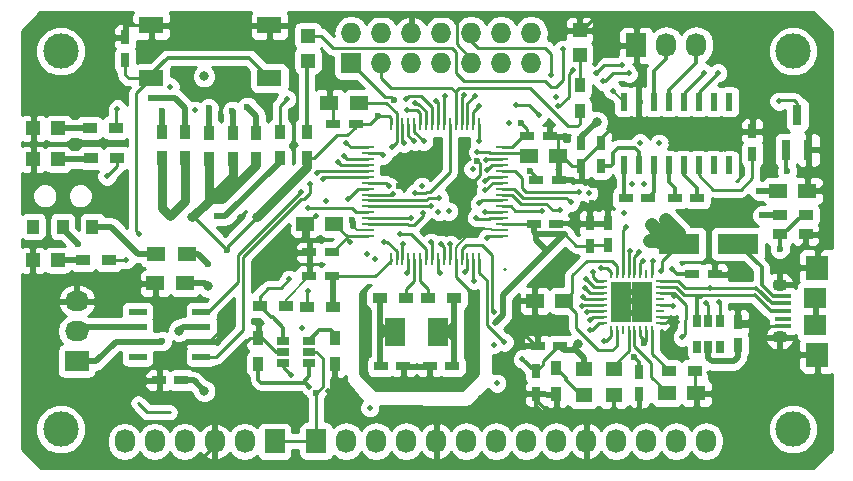
<source format=gtl>
G04 #@! TF.FileFunction,Copper,L1,Top,Signal*
%FSLAX46Y46*%
G04 Gerber Fmt 4.6, Leading zero omitted, Abs format (unit mm)*
G04 Created by KiCad (PCBNEW 4.0.0-rc1-stable) date 07/11/2015 14:52:38*
%MOMM*%
G01*
G04 APERTURE LIST*
%ADD10C,0.100000*%
%ADD11R,1.500000X1.250000*%
%ADD12R,0.750000X1.200000*%
%ADD13R,1.200000X0.750000*%
%ADD14R,1.727200X2.032000*%
%ADD15O,1.727200X2.032000*%
%ADD16R,1.198880X1.198880*%
%ADD17R,3.500120X1.800860*%
%ADD18R,0.650000X1.060000*%
%ADD19R,0.700000X0.250000*%
%ADD20R,0.250000X0.700000*%
%ADD21R,1.725000X1.725000*%
%ADD22R,1.000000X1.200000*%
%ADD23R,1.400000X1.200000*%
%ADD24R,1.900000X1.800000*%
%ADD25R,1.900000X2.100000*%
%ADD26R,1.350000X0.400000*%
%ADD27O,1.300000X1.050000*%
%ADD28R,0.800100X1.800860*%
%ADD29R,0.900000X1.200000*%
%ADD30R,1.200000X0.900000*%
%ADD31R,1.500000X1.300000*%
%ADD32R,2.100000X1.400000*%
%ADD33R,1.060000X0.650000*%
%ADD34R,1.550000X0.600000*%
%ADD35R,0.600000X1.500000*%
%ADD36R,0.250000X1.000000*%
%ADD37R,1.000000X0.250000*%
%ADD38R,1.700000X2.400000*%
%ADD39R,1.727200X1.727200*%
%ADD40O,1.727200X1.727200*%
%ADD41C,3.000000*%
%ADD42R,2.032000X1.727200*%
%ADD43O,2.032000X1.727200*%
%ADD44C,0.800000*%
%ADD45C,0.500000*%
%ADD46C,0.600000*%
%ADD47C,0.250000*%
%ADD48C,0.500000*%
%ADD49C,0.200000*%
%ADD50C,1.200000*%
%ADD51C,0.300000*%
%ADD52C,0.800000*%
%ADD53C,0.254000*%
G04 APERTURE END LIST*
D10*
D11*
X184718640Y-95834200D03*
X187218640Y-95834200D03*
D12*
X181330600Y-106954280D03*
X181330600Y-108854280D03*
X164266880Y-111114800D03*
X164266880Y-113014800D03*
D11*
X175330800Y-112963960D03*
X177830800Y-112963960D03*
X166654800Y-105140760D03*
X164154800Y-105140760D03*
D12*
X173004480Y-111135120D03*
X173004480Y-113035120D03*
X170322240Y-100446880D03*
X170322240Y-98546880D03*
D13*
X177485000Y-102880160D03*
X179385000Y-102880160D03*
X166283680Y-108950760D03*
X164383680Y-108950760D03*
D12*
X168788080Y-100472280D03*
X168788080Y-98572280D03*
X129473960Y-84714120D03*
X129473960Y-82814120D03*
D13*
X153012180Y-110675420D03*
X151112180Y-110675420D03*
X155226980Y-110675420D03*
X157126980Y-110675420D03*
D11*
X134523800Y-103657400D03*
X132023800Y-103657400D03*
D13*
X134223800Y-111871760D03*
X132323800Y-111871760D03*
X171836040Y-96433640D03*
X173736040Y-96433640D03*
X175986400Y-96433640D03*
X177886400Y-96433640D03*
D12*
X169738040Y-91810800D03*
X169738040Y-93710800D03*
X182559960Y-90779560D03*
X182559960Y-92679560D03*
X168087040Y-91810800D03*
X168087040Y-93710800D03*
D11*
X163631560Y-92857320D03*
X166131560Y-92857320D03*
X149250720Y-88376760D03*
X146750720Y-88376760D03*
D13*
X147076120Y-90164920D03*
X148976120Y-90164920D03*
X164251600Y-94894400D03*
X166151600Y-94894400D03*
X145049200Y-101041200D03*
X146949200Y-101041200D03*
X165420080Y-91216480D03*
X163520080Y-91216480D03*
X146949200Y-103063040D03*
X145049200Y-103063040D03*
X165938240Y-98618040D03*
X164038240Y-98618040D03*
D11*
X147173000Y-98602800D03*
X144673000Y-98602800D03*
D14*
X142113000Y-117043200D03*
D15*
X139573000Y-117043200D03*
X137033000Y-117043200D03*
X134493000Y-117043200D03*
X131953000Y-117043200D03*
X129413000Y-117043200D03*
D16*
X144927320Y-82689700D03*
X144927320Y-84787740D03*
D17*
X176347120Y-100304600D03*
X181345840Y-100304600D03*
D16*
X121638060Y-101701600D03*
X123736100Y-101701600D03*
X167944800Y-82237580D03*
X167944800Y-84335620D03*
X121673620Y-90525600D03*
X123771660Y-90525600D03*
X121663460Y-93151960D03*
X123761500Y-93151960D03*
D18*
X179796480Y-106804280D03*
X178846480Y-106804280D03*
X177896480Y-106804280D03*
X177896480Y-109004280D03*
X179796480Y-109004280D03*
X178846480Y-109004280D03*
D19*
X174728840Y-106982200D03*
X174728840Y-106482200D03*
X174728840Y-105982200D03*
X174728840Y-105482200D03*
X174728840Y-104982200D03*
X174728840Y-104482200D03*
X174728840Y-103982200D03*
X174728840Y-103482200D03*
D20*
X174078840Y-102832200D03*
X173578840Y-102832200D03*
X173078840Y-102832200D03*
X172578840Y-102832200D03*
X172078840Y-102832200D03*
X171578840Y-102832200D03*
X171078840Y-102832200D03*
X170578840Y-102832200D03*
D19*
X169928840Y-103482200D03*
X169928840Y-103982200D03*
X169928840Y-104482200D03*
X169928840Y-104982200D03*
X169928840Y-105482200D03*
X169928840Y-105982200D03*
X169928840Y-106482200D03*
X169928840Y-106982200D03*
D20*
X170578840Y-107632200D03*
X171078840Y-107632200D03*
X171578840Y-107632200D03*
X172078840Y-107632200D03*
X172578840Y-107632200D03*
X173078840Y-107632200D03*
X173578840Y-107632200D03*
X174078840Y-107632200D03*
D21*
X171466340Y-104369700D03*
X171466340Y-106094700D03*
X173191340Y-104369700D03*
X173191340Y-106094700D03*
D22*
X124165360Y-98851720D03*
X126665360Y-98851720D03*
X121665360Y-98851720D03*
D23*
X170820080Y-110944480D03*
X170820080Y-113144480D03*
X168280080Y-110944480D03*
X168280080Y-113144480D03*
D24*
X187871100Y-104856900D03*
D25*
X188051100Y-109696900D03*
X188051100Y-102316900D03*
D26*
X185196100Y-106006900D03*
X185196100Y-106656900D03*
X185196100Y-107306900D03*
X185196100Y-105356900D03*
X185196100Y-104706900D03*
D27*
X184871100Y-108231900D03*
X184871100Y-103781900D03*
D24*
X187871100Y-107156900D03*
D14*
X145623280Y-117012720D03*
D15*
X148163280Y-117012720D03*
X150703280Y-117012720D03*
X153243280Y-117012720D03*
X155783280Y-117012720D03*
X158323280Y-117012720D03*
X160863280Y-117012720D03*
X163403280Y-117012720D03*
X165943280Y-117012720D03*
X168483280Y-117012720D03*
X171023280Y-117012720D03*
X173563280Y-117012720D03*
X176103280Y-117012720D03*
X178643280Y-117012720D03*
D28*
X185409800Y-92362020D03*
X187309800Y-92362020D03*
X186359800Y-89359740D03*
D29*
X144820640Y-93037840D03*
X144820640Y-90837840D03*
D30*
X184868640Y-99517200D03*
X187068640Y-99517200D03*
X187104200Y-97881440D03*
X184904200Y-97881440D03*
D29*
X165948360Y-110853040D03*
X165948360Y-113053040D03*
D30*
X177680800Y-111064040D03*
X175480800Y-111064040D03*
X143040280Y-105608120D03*
X140840280Y-105608120D03*
D29*
X140731240Y-110482560D03*
X140731240Y-108282560D03*
X147208240Y-108323200D03*
X147208240Y-110523200D03*
D30*
X128089840Y-101701600D03*
X125889840Y-101701600D03*
D29*
X167965120Y-89085600D03*
X167965120Y-86885600D03*
D30*
X128658800Y-90490040D03*
X126458800Y-90490040D03*
X128760400Y-93014800D03*
X126560400Y-93014800D03*
X151040920Y-104881680D03*
X153240920Y-104881680D03*
X157304920Y-104896920D03*
X155104920Y-104896920D03*
D31*
X134735560Y-101142800D03*
X132035560Y-101142800D03*
D29*
X136550400Y-90914040D03*
X136550400Y-93114040D03*
X132588000Y-90873400D03*
X132588000Y-93073400D03*
X134533640Y-90873400D03*
X134533640Y-93073400D03*
X140553440Y-90914040D03*
X140553440Y-93114040D03*
X138572240Y-90914040D03*
X138572240Y-93114040D03*
X142534640Y-93073400D03*
X142534640Y-90873400D03*
D30*
X144894120Y-105633520D03*
X147094120Y-105633520D03*
D32*
X131677400Y-86298600D03*
X131677400Y-81798600D03*
X141677400Y-86298600D03*
X141677400Y-81798600D03*
D33*
X142831640Y-108508760D03*
X142831640Y-109458760D03*
X142831640Y-110408760D03*
X145031640Y-110408760D03*
X145031640Y-108508760D03*
X145031640Y-109458760D03*
D34*
X135917920Y-109865160D03*
X135917920Y-108595160D03*
X135917920Y-107325160D03*
X135917920Y-106055160D03*
X130517920Y-106055160D03*
X130517920Y-107325160D03*
X130517920Y-108595160D03*
X130517920Y-109865160D03*
D35*
X171688760Y-93672640D03*
X172958760Y-93672640D03*
X174228760Y-93672640D03*
X175498760Y-93672640D03*
X176768760Y-93672640D03*
X178038760Y-93672640D03*
X179308760Y-93672640D03*
X180578760Y-93672640D03*
X180578760Y-88272640D03*
X179308760Y-88272640D03*
X178038760Y-88272640D03*
X176768760Y-88272640D03*
X175498760Y-88272640D03*
X174228760Y-88272640D03*
X172958760Y-88272640D03*
X171688760Y-88272640D03*
D36*
X151936760Y-101585000D03*
X152436760Y-101585000D03*
X152936760Y-101585000D03*
X153436760Y-101585000D03*
X153936760Y-101585000D03*
X154436760Y-101585000D03*
X154936760Y-101585000D03*
X155436760Y-101585000D03*
X155936760Y-101585000D03*
X156436760Y-101585000D03*
X156936760Y-101585000D03*
X157436760Y-101585000D03*
X157936760Y-101585000D03*
X158436760Y-101585000D03*
X158936760Y-101585000D03*
X159436760Y-101585000D03*
D37*
X161386760Y-99635000D03*
X161386760Y-99135000D03*
X161386760Y-98635000D03*
X161386760Y-98135000D03*
X161386760Y-97635000D03*
X161386760Y-97135000D03*
X161386760Y-96635000D03*
X161386760Y-96135000D03*
X161386760Y-95635000D03*
X161386760Y-95135000D03*
X161386760Y-94635000D03*
X161386760Y-94135000D03*
X161386760Y-93635000D03*
X161386760Y-93135000D03*
X161386760Y-92635000D03*
X161386760Y-92135000D03*
D36*
X159436760Y-90185000D03*
X158936760Y-90185000D03*
X158436760Y-90185000D03*
X157936760Y-90185000D03*
X157436760Y-90185000D03*
X156936760Y-90185000D03*
X156436760Y-90185000D03*
X155936760Y-90185000D03*
X155436760Y-90185000D03*
X154936760Y-90185000D03*
X154436760Y-90185000D03*
X153936760Y-90185000D03*
X153436760Y-90185000D03*
X152936760Y-90185000D03*
X152436760Y-90185000D03*
X151936760Y-90185000D03*
D37*
X149986760Y-92135000D03*
X149986760Y-92635000D03*
X149986760Y-93135000D03*
X149986760Y-93635000D03*
X149986760Y-94135000D03*
X149986760Y-94635000D03*
X149986760Y-95135000D03*
X149986760Y-95635000D03*
X149986760Y-96135000D03*
X149986760Y-96635000D03*
X149986760Y-97135000D03*
X149986760Y-97635000D03*
X149986760Y-98135000D03*
X149986760Y-98635000D03*
X149986760Y-99135000D03*
X149986760Y-99635000D03*
D38*
X155977200Y-107777280D03*
X152277200Y-107777280D03*
D39*
X148584920Y-84993480D03*
D40*
X148584920Y-82453480D03*
X151124920Y-84993480D03*
X151124920Y-82453480D03*
X153664920Y-84993480D03*
X153664920Y-82453480D03*
X156204920Y-84993480D03*
X156204920Y-82453480D03*
X158744920Y-84993480D03*
X158744920Y-82453480D03*
X161284920Y-84993480D03*
X161284920Y-82453480D03*
X163824920Y-84993480D03*
X163824920Y-82453480D03*
D41*
X124000000Y-84000000D03*
X186000000Y-84000000D03*
X186000000Y-116000000D03*
X124000000Y-116000000D03*
D42*
X125349000Y-110236000D03*
D43*
X125349000Y-107696000D03*
X125349000Y-105156000D03*
D14*
X172725080Y-83484720D03*
D15*
X175265080Y-83484720D03*
X177805080Y-83484720D03*
D44*
X169392600Y-89992200D03*
D45*
X170754040Y-87335360D03*
D44*
X173857920Y-100081080D03*
D45*
X174833280Y-102575360D03*
X175874680Y-105577640D03*
X162539680Y-88554560D03*
X165933120Y-87889080D03*
X164485320Y-89382600D03*
D46*
X183118760Y-95839280D03*
X183382920Y-97896680D03*
D44*
X175260000Y-98328480D03*
X174061120Y-98755200D03*
D45*
X138089640Y-107045760D03*
X138699240Y-110764320D03*
X129153920Y-97840800D03*
X129987040Y-103591360D03*
D44*
X134035800Y-86136480D03*
D46*
X140558520Y-101848920D03*
D45*
X139197080Y-98049080D03*
X127853440Y-88940640D03*
X145648680Y-97911920D03*
X166110920Y-88661240D03*
X165653720Y-90215720D03*
X169209720Y-85054440D03*
X167350440Y-85603080D03*
X176149000Y-106928920D03*
X178658520Y-105277920D03*
D46*
X181965600Y-97007680D03*
X182270400Y-98389440D03*
D45*
X180177440Y-97251520D03*
X178145440Y-98125280D03*
X180238400Y-92293440D03*
X175666400Y-91785440D03*
X177896520Y-91897200D03*
X177921920Y-90992960D03*
X174157640Y-101803200D03*
D46*
X148681440Y-98308160D03*
X152603200Y-95377000D03*
X154650440Y-92811600D03*
X159288480Y-93304360D03*
X161528760Y-110672880D03*
X163200080Y-107909360D03*
X143052800Y-84531200D03*
X146588480Y-85689440D03*
X168996360Y-96834960D03*
X170261280Y-95443040D03*
X181142640Y-102001320D03*
D45*
X163245800Y-112760760D03*
X186029600Y-101803200D03*
X184607200Y-102067360D03*
X172344080Y-105156000D03*
X173191340Y-106094700D03*
X171521120Y-105994200D03*
X171466340Y-104369700D03*
X169326560Y-81015840D03*
X157540960Y-81051400D03*
X160050480Y-80939640D03*
X162641280Y-80954880D03*
X165709600Y-81158080D03*
X149758400Y-80980280D03*
X152466040Y-80980280D03*
X154934920Y-80995520D03*
X133278880Y-110053120D03*
X146639280Y-112791240D03*
X138699240Y-112806480D03*
X126822200Y-116956840D03*
X121483120Y-113522760D03*
X124612400Y-118745000D03*
X122321320Y-118577360D03*
X121234200Y-116733320D03*
X127406400Y-118943120D03*
X131236720Y-118856760D03*
X135427720Y-118912640D03*
X139700000Y-118943120D03*
X144840960Y-118968520D03*
X149118320Y-118999000D03*
X152079960Y-118999000D03*
X155067000Y-119080280D03*
X158282640Y-119054880D03*
X161772600Y-118948200D03*
X171069000Y-119024400D03*
X176326800Y-118948200D03*
X177495200Y-114909600D03*
X172278040Y-115255040D03*
X162808920Y-114919760D03*
X183642000Y-117922040D03*
X180787040Y-116738400D03*
X183413400Y-115255040D03*
X180670200Y-118872000D03*
X187035440Y-118607840D03*
X188595000Y-117693440D03*
X188823600Y-116128800D03*
X188203840Y-112389920D03*
X187909200Y-107045760D03*
X187871100Y-104856900D03*
X188849000Y-98938080D03*
X188930280Y-95026480D03*
X188706760Y-89997280D03*
X170210480Y-82285840D03*
X182702200Y-83596480D03*
X180075840Y-82925920D03*
X179654200Y-84576920D03*
X182366920Y-85303360D03*
X185663840Y-86868000D03*
X188315600Y-87203280D03*
X171470320Y-81193640D03*
X176077880Y-81335880D03*
X177866040Y-81335880D03*
X182280560Y-81640680D03*
X187589160Y-81473040D03*
X188625480Y-82925920D03*
X121229120Y-85994240D03*
X121147840Y-83169760D03*
X122468640Y-81401920D03*
X125272800Y-81259680D03*
X127142240Y-81909920D03*
X127345440Y-83779360D03*
X126634240Y-85831680D03*
X124256800Y-87030560D03*
X121777760Y-87436960D03*
X121706640Y-94802960D03*
X124165360Y-94747080D03*
X126400560Y-94716600D03*
X121259600Y-97231200D03*
X127238760Y-97175320D03*
X124139960Y-97317560D03*
X127350520Y-114665760D03*
X125394720Y-113212880D03*
X123301760Y-112461040D03*
X121401840Y-111119920D03*
X121706640Y-109108240D03*
X123047760Y-108798360D03*
X123134120Y-107010200D03*
X121594880Y-106034840D03*
X122128280Y-104104440D03*
X128219200Y-112125760D03*
X172379640Y-95219520D03*
X173050200Y-91729560D03*
X173415960Y-95280480D03*
X174665640Y-91790520D03*
X168701720Y-96027240D03*
D46*
X162991800Y-90083640D03*
X163769040Y-94178120D03*
D45*
X148534120Y-100172520D03*
X160776920Y-107005120D03*
X160644840Y-108854240D03*
X166690040Y-99512120D03*
X169722800Y-102331520D03*
X160934400Y-112105440D03*
X175773080Y-102453440D03*
X175955960Y-104734360D03*
X176601120Y-108219240D03*
X169966640Y-108493560D03*
D44*
X167777160Y-108783120D03*
D45*
X163088320Y-110053120D03*
D46*
X152217120Y-88117680D03*
X150860760Y-89474040D03*
D44*
X135148320Y-98044000D03*
X140594080Y-98013520D03*
D46*
X138054080Y-100807520D03*
D44*
X136474200Y-103906320D03*
D45*
X144942560Y-104343200D03*
D46*
X145623280Y-112938560D03*
D44*
X136138920Y-86116160D03*
X134005320Y-107655360D03*
X136154160Y-112765840D03*
X133258560Y-97942400D03*
D46*
X173375320Y-108717080D03*
X172572680Y-109921040D03*
D45*
X160675320Y-106085640D03*
X152704800Y-99486720D03*
X130647440Y-99466400D03*
X159288480Y-92522040D03*
X152008840Y-92105480D03*
X148193760Y-91765120D03*
X153040080Y-91805760D03*
X166502080Y-83840320D03*
X184795160Y-88234520D03*
X179009040Y-104018080D03*
X179694840Y-105262680D03*
X156982160Y-100340160D03*
X173314360Y-101732080D03*
X173004480Y-101036120D03*
X155371800Y-100152200D03*
X172176440Y-100898960D03*
X156204920Y-100350320D03*
X171846240Y-98897440D03*
X159898080Y-97622360D03*
X169042080Y-102666800D03*
X152146000Y-96057720D03*
X168493440Y-103311960D03*
X159415480Y-88676480D03*
X168386760Y-104038400D03*
X159425640Y-91633040D03*
X168244520Y-104820720D03*
X160050480Y-93207840D03*
X168112440Y-105582720D03*
X160065720Y-94071440D03*
X168600120Y-106100880D03*
X159938720Y-94960440D03*
X168777920Y-106786680D03*
X159938720Y-95783400D03*
X168813480Y-107579160D03*
X160101280Y-99816920D03*
X150169880Y-114198400D03*
X151825960Y-95417640D03*
D46*
X125440440Y-100309680D03*
X128137920Y-107330240D03*
X132567680Y-108569760D03*
X136489440Y-102026720D03*
D45*
X153207720Y-88082120D03*
X146466560Y-96707960D03*
X153355040Y-88971120D03*
X154015440Y-88402160D03*
X159451040Y-96890840D03*
X148300440Y-96484440D03*
X149926040Y-101178360D03*
X150571200Y-101574600D03*
X151302720Y-92811600D03*
X153619200Y-98104960D03*
X154645360Y-97723960D03*
X159176720Y-98089720D03*
X128808480Y-88879680D03*
X155366720Y-97068640D03*
X127914400Y-94589600D03*
X156067760Y-96418400D03*
X156880560Y-97551240D03*
X156118560Y-102798880D03*
X171683680Y-97739200D03*
X161559240Y-108645960D03*
X164790120Y-97505520D03*
X166237920Y-97475040D03*
X158892240Y-93985080D03*
X151348440Y-100126800D03*
X155986480Y-97576640D03*
X165506400Y-86045040D03*
X161970720Y-90037920D03*
X152963880Y-100345240D03*
X167172640Y-96784160D03*
D46*
X185486040Y-94137480D03*
X184871360Y-100721160D03*
D45*
X143362680Y-103296720D03*
X158125160Y-87746840D03*
X153344880Y-102758240D03*
X144459960Y-107396280D03*
X145059400Y-112389920D03*
X153964640Y-96027240D03*
X129560320Y-101660960D03*
X146192240Y-94848680D03*
D46*
X136519920Y-88833960D03*
D45*
X133273800Y-87005160D03*
X156570680Y-87762080D03*
D46*
X132603240Y-89047320D03*
D45*
X155803600Y-88173560D03*
D46*
X131627880Y-87985600D03*
D45*
X147949920Y-92847160D03*
D46*
X139801600Y-88696800D03*
D45*
X147472400Y-93416120D03*
D46*
X138541760Y-89042240D03*
X137261600Y-97988120D03*
D45*
X167843200Y-95930720D03*
X154579320Y-95432880D03*
X143134080Y-88056720D03*
X144901920Y-97307400D03*
X159039560Y-87762080D03*
X143530320Y-111434880D03*
X153903680Y-91638120D03*
X145100040Y-95265240D03*
X144338040Y-95890080D03*
X154746960Y-91638120D03*
X179628800Y-85831680D03*
X171556680Y-85145880D03*
X158206440Y-102732840D03*
X169285920Y-85852000D03*
X178445160Y-85831680D03*
X172105320Y-85877400D03*
X159009080Y-103418640D03*
X169880280Y-86547960D03*
X145689320Y-94345760D03*
X135351520Y-88981280D03*
D47*
X131348480Y-114584480D02*
X133248400Y-114584480D01*
X130535680Y-113771680D02*
X131348480Y-114584480D01*
X161564320Y-102433120D02*
X161589720Y-102458520D01*
D48*
X168087040Y-91297760D02*
X169392600Y-89992200D01*
D49*
X170754040Y-87335360D02*
X171688760Y-88270080D01*
X171688760Y-88272640D02*
X171688760Y-88270080D01*
D47*
X174728840Y-105482200D02*
X175779240Y-105482200D01*
X174919640Y-101732080D02*
X176347120Y-100304600D01*
X174919640Y-102489000D02*
X174919640Y-101732080D01*
X174833280Y-102575360D02*
X174919640Y-102489000D01*
X175779240Y-105482200D02*
X175874680Y-105577640D01*
X162539680Y-88554560D02*
X163657280Y-88554560D01*
X163657280Y-88554560D02*
X164485320Y-89382600D01*
D48*
X168087040Y-91810800D02*
X168087040Y-91297760D01*
X184718640Y-95834200D02*
X183123840Y-95834200D01*
X183123840Y-95834200D02*
X183118760Y-95839280D01*
X184904200Y-97881440D02*
X183398160Y-97881440D01*
X183398160Y-97881440D02*
X183382920Y-97896680D01*
D50*
X176347120Y-100304600D02*
X176347120Y-99415600D01*
X176347120Y-99415600D02*
X175260000Y-98328480D01*
X176265840Y-100223320D02*
X173857920Y-100081080D01*
D51*
X173939200Y-100162360D02*
X173857920Y-100081080D01*
X173939200Y-100162360D02*
X176347120Y-100304600D01*
D50*
X176347120Y-100304600D02*
X175610520Y-100304600D01*
X175610520Y-100304600D02*
X174061120Y-98755200D01*
D47*
X136540240Y-108595160D02*
X138089640Y-107045760D01*
X140048160Y-108282560D02*
X138699240Y-109631480D01*
X138699240Y-109631480D02*
X138699240Y-110764320D01*
X140048160Y-108282560D02*
X140731240Y-108282560D01*
X125394720Y-113212880D02*
X127132080Y-113212880D01*
X127132080Y-113212880D02*
X128219200Y-112125760D01*
X123301760Y-112461040D02*
X122544840Y-112461040D01*
X122544840Y-112461040D02*
X121483120Y-113522760D01*
X125349000Y-105156000D02*
X128422400Y-105156000D01*
X128422400Y-105156000D02*
X129987040Y-103591360D01*
X130053080Y-103657400D02*
X129987040Y-103591360D01*
X132023800Y-103657400D02*
X130053080Y-103657400D01*
D49*
X141366240Y-101041200D02*
X140558520Y-101848920D01*
X145049200Y-101041200D02*
X141366240Y-101041200D01*
X145648680Y-97911920D02*
X144957800Y-98602800D01*
X144957800Y-98602800D02*
X144673000Y-98602800D01*
D47*
X166110920Y-88661240D02*
X166217600Y-88661240D01*
X165420080Y-91216480D02*
X165420080Y-90449360D01*
X165420080Y-90449360D02*
X165653720Y-90215720D01*
X170210480Y-84053680D02*
X170210480Y-82285840D01*
X169209720Y-85054440D02*
X170210480Y-84053680D01*
X167010080Y-85943440D02*
X167350440Y-85603080D01*
X167010080Y-87868760D02*
X167010080Y-85943440D01*
X166217600Y-88661240D02*
X167010080Y-87868760D01*
X175854360Y-106634280D02*
X176149000Y-106928920D01*
X175854360Y-106634280D02*
X175615600Y-106634280D01*
X182270400Y-97312480D02*
X182270400Y-98389440D01*
X182270400Y-97312480D02*
X181965600Y-97007680D01*
X179019200Y-97251520D02*
X180177440Y-97251520D01*
X178145440Y-98125280D02*
X179019200Y-97251520D01*
X177906680Y-90916760D02*
X177906680Y-90977720D01*
X177906680Y-90977720D02*
X177921920Y-90992960D01*
X178846480Y-106804280D02*
X178846480Y-105465880D01*
X178846480Y-105465880D02*
X178658520Y-105277920D01*
X178658520Y-105277920D02*
X178638200Y-105257600D01*
D49*
X149071400Y-99135000D02*
X148681440Y-98745040D01*
X148681440Y-98745040D02*
X148681440Y-98308160D01*
X149986760Y-99135000D02*
X149071400Y-99135000D01*
D47*
X154650440Y-93329760D02*
X152603200Y-95377000D01*
X154650440Y-92811600D02*
X154650440Y-93329760D01*
X158175960Y-98267520D02*
X158963360Y-99054920D01*
X158175960Y-95824040D02*
X158175960Y-98267520D01*
X159481520Y-94518480D02*
X158175960Y-95824040D01*
X159481520Y-93497400D02*
X159481520Y-94518480D01*
X159288480Y-93304360D02*
X159481520Y-93497400D01*
X137033000Y-117043200D02*
X137033000Y-117307360D01*
X137033000Y-117307360D02*
X135427720Y-118912640D01*
X162808920Y-114919760D02*
X156494480Y-114919760D01*
X155783280Y-115630960D02*
X155783280Y-117012720D01*
X156494480Y-114919760D02*
X155783280Y-115630960D01*
X162234880Y-111749840D02*
X162234880Y-111379000D01*
X162234880Y-111379000D02*
X161528760Y-110672880D01*
X164154800Y-105140760D02*
X162951160Y-105140760D01*
X162453320Y-107162600D02*
X163200080Y-107909360D01*
X162453320Y-105638600D02*
X162453320Y-107162600D01*
X162951160Y-105140760D02*
X162453320Y-105638600D01*
X163200080Y-107909360D02*
X164241480Y-108950760D01*
X164241480Y-108950760D02*
X164383680Y-108950760D01*
X168087040Y-93710800D02*
X168087040Y-93461800D01*
X168087040Y-93461800D02*
X169738040Y-91810800D01*
X172958760Y-88272640D02*
X172958760Y-89443560D01*
X170352720Y-90769440D02*
X169738040Y-91384120D01*
X171632880Y-90769440D02*
X170352720Y-90769440D01*
X172958760Y-89443560D02*
X171632880Y-90769440D01*
X169738040Y-91384120D02*
X169738040Y-91810800D01*
X121638060Y-101701600D02*
X121638060Y-103614220D01*
X121638060Y-103614220D02*
X122128280Y-104104440D01*
X131677400Y-81798600D02*
X129713160Y-81798600D01*
X129473960Y-82037800D02*
X129473960Y-82814120D01*
X129713160Y-81798600D02*
X129473960Y-82037800D01*
X129473960Y-82814120D02*
X128046440Y-82814120D01*
X128046440Y-82814120D02*
X127142240Y-81909920D01*
X141677400Y-81798600D02*
X141677400Y-83155800D01*
X141677400Y-83155800D02*
X143052800Y-84531200D01*
X146750720Y-88376760D02*
X146750720Y-85851680D01*
X146750720Y-85851680D02*
X146588480Y-85689440D01*
X147076120Y-90164920D02*
X147076120Y-88702160D01*
X147076120Y-88702160D02*
X146750720Y-88376760D01*
X165420080Y-91216480D02*
X166029640Y-91216480D01*
X166131560Y-91318400D02*
X166131560Y-92857320D01*
X166029640Y-91216480D02*
X166131560Y-91318400D01*
X166131560Y-92857320D02*
X166466520Y-92857320D01*
X166466520Y-92857320D02*
X167320000Y-93710800D01*
X167320000Y-93710800D02*
X168087040Y-93710800D01*
X166151600Y-94894400D02*
X167843200Y-94894400D01*
X167843200Y-94894400D02*
X168087040Y-94650560D01*
X168788080Y-97043240D02*
X168996360Y-96834960D01*
X168788080Y-98572280D02*
X168788080Y-97043240D01*
X168087040Y-94650560D02*
X168879520Y-95443040D01*
X168879520Y-95443040D02*
X170261280Y-95443040D01*
X168087040Y-94650560D02*
X168087040Y-93710800D01*
X168788080Y-98572280D02*
X170296840Y-98572280D01*
X170296840Y-98572280D02*
X170322240Y-98546880D01*
X165938240Y-98618040D02*
X168742320Y-98618040D01*
X168742320Y-98618040D02*
X168788080Y-98572280D01*
X155783280Y-117012720D02*
X155783280Y-118364000D01*
X155783280Y-118364000D02*
X155067000Y-119080280D01*
X153012180Y-110675420D02*
X155226980Y-110675420D01*
X155226980Y-110675420D02*
X155226980Y-111376420D01*
X158724600Y-105049320D02*
X158724600Y-104394000D01*
X158724600Y-110942120D02*
X158724600Y-105049320D01*
X157723840Y-111942880D02*
X158724600Y-110942120D01*
X155793440Y-111942880D02*
X157723840Y-111942880D01*
X155226980Y-111376420D02*
X155793440Y-111942880D01*
X167944800Y-82237580D02*
X168104820Y-82237580D01*
X168104820Y-82237580D02*
X169326560Y-81015840D01*
X170210480Y-82285840D02*
X170210480Y-81899760D01*
X170210480Y-81899760D02*
X169326560Y-81015840D01*
X172725080Y-83484720D02*
X172725080Y-85430360D01*
X172958760Y-85664040D02*
X172958760Y-88272640D01*
X172725080Y-85430360D02*
X172958760Y-85664040D01*
X187068640Y-99517200D02*
X188269880Y-99517200D01*
X188269880Y-99517200D02*
X188849000Y-98938080D01*
X188849000Y-98938080D02*
X188849000Y-100375720D01*
X188849000Y-100375720D02*
X188051100Y-101173620D01*
X188051100Y-101173620D02*
X188051100Y-101916900D01*
X187218640Y-95834200D02*
X188122560Y-95834200D01*
X188122560Y-95834200D02*
X188930280Y-95026480D01*
X179385000Y-102880160D02*
X180263800Y-102880160D01*
X180263800Y-102880160D02*
X181142640Y-102001320D01*
X177830800Y-112963960D02*
X177830800Y-114574000D01*
X177830800Y-114574000D02*
X177495200Y-114909600D01*
X185196100Y-107306900D02*
X181683220Y-107306900D01*
X181683220Y-107306900D02*
X181330600Y-106954280D01*
D49*
X143040280Y-105608120D02*
X143040280Y-105071960D01*
X143040280Y-105071960D02*
X145049200Y-103063040D01*
X145049200Y-101041200D02*
X145049200Y-98979000D01*
X145049200Y-98979000D02*
X144673000Y-98602800D01*
X145049200Y-101041200D02*
X145049200Y-103063040D01*
D47*
X164266880Y-113014800D02*
X163499840Y-113014800D01*
X163499840Y-113014800D02*
X163245800Y-112760760D01*
X164383680Y-108950760D02*
X162727640Y-108950760D01*
X162727640Y-108950760D02*
X162234880Y-109443520D01*
X162234880Y-109443520D02*
X162234880Y-111749840D01*
X162234880Y-111749840D02*
X163245800Y-112760760D01*
D49*
X157436760Y-101585000D02*
X157436760Y-100657720D01*
X157436760Y-100657720D02*
X157540960Y-100553520D01*
X157540960Y-100553520D02*
X157540960Y-100477320D01*
X157540960Y-100477320D02*
X158963360Y-99054920D01*
X160521720Y-99135000D02*
X161386760Y-99135000D01*
X158963360Y-99054920D02*
X160441640Y-99054920D01*
X160441640Y-99054920D02*
X160521720Y-99135000D01*
D47*
X184871100Y-108231900D02*
X184871100Y-110601500D01*
X186659520Y-112389920D02*
X188203840Y-112389920D01*
X184871100Y-110601500D02*
X186659520Y-112389920D01*
X184871100Y-103781900D02*
X184871100Y-102331260D01*
X187068640Y-100093600D02*
X186029600Y-101132640D01*
X186029600Y-101132640D02*
X186029600Y-101803200D01*
X187068640Y-100093600D02*
X187068640Y-99517200D01*
X184871100Y-102331260D02*
X184607200Y-102067360D01*
D49*
X172344080Y-105156000D02*
X173130380Y-104369700D01*
X173130380Y-104369700D02*
X173191340Y-104369700D01*
X171521120Y-105994200D02*
X171466340Y-106048980D01*
X171466340Y-106048980D02*
X171466340Y-106094700D01*
D47*
X174078840Y-102832200D02*
X174078840Y-101882000D01*
X174078840Y-101882000D02*
X174157640Y-101803200D01*
X174078840Y-101882000D02*
X174157640Y-101803200D01*
X158744920Y-84993480D02*
X158744920Y-84617560D01*
X158744920Y-84617560D02*
X157540960Y-83413600D01*
X157540960Y-83413600D02*
X157540960Y-81051400D01*
X165851840Y-81015840D02*
X169326560Y-81015840D01*
X160050480Y-80939640D02*
X160065720Y-80954880D01*
X160065720Y-80954880D02*
X162641280Y-80954880D01*
X165709600Y-81158080D02*
X165851840Y-81015840D01*
X154990800Y-81051400D02*
X157540960Y-81051400D01*
X149758400Y-80980280D02*
X152466040Y-80980280D01*
X154934920Y-80995520D02*
X154990800Y-81051400D01*
X132323800Y-111871760D02*
X132323800Y-111008200D01*
X132323800Y-111008200D02*
X133278880Y-110053120D01*
X142831640Y-109458760D02*
X142229840Y-109458760D01*
X142229840Y-109458760D02*
X141053640Y-108282560D01*
X141053640Y-108282560D02*
X140731240Y-108282560D01*
X147208240Y-110523200D02*
X147208240Y-112222280D01*
X147208240Y-112222280D02*
X146639280Y-112791240D01*
X147208240Y-110523200D02*
X147208240Y-112146080D01*
X147208240Y-112146080D02*
X147035520Y-112318800D01*
X126822200Y-116956840D02*
X126822200Y-116931440D01*
X121483120Y-116484400D02*
X121483120Y-113522760D01*
X124612400Y-118745000D02*
X124444760Y-118577360D01*
X124444760Y-118577360D02*
X122321320Y-118577360D01*
X121234200Y-116733320D02*
X121483120Y-116484400D01*
X131150360Y-118943120D02*
X127406400Y-118943120D01*
X131236720Y-118856760D02*
X131150360Y-118943120D01*
X139669520Y-118912640D02*
X135427720Y-118912640D01*
X139700000Y-118943120D02*
X139669520Y-118912640D01*
X149087840Y-118968520D02*
X144840960Y-118968520D01*
X149118320Y-118999000D02*
X149087840Y-118968520D01*
X154985720Y-118999000D02*
X152079960Y-118999000D01*
X155067000Y-119080280D02*
X154985720Y-118999000D01*
X158419800Y-119192040D02*
X158282640Y-119054880D01*
X161528760Y-119192040D02*
X158419800Y-119192040D01*
X161772600Y-118948200D02*
X161528760Y-119192040D01*
X176250600Y-119024400D02*
X171069000Y-119024400D01*
X176326800Y-118948200D02*
X176250600Y-119024400D01*
X188051100Y-110096900D02*
X188051100Y-112237180D01*
X172278040Y-115255040D02*
X171942760Y-114919760D01*
X171942760Y-114919760D02*
X162808920Y-114919760D01*
X183067960Y-114909600D02*
X177495200Y-114909600D01*
X183642000Y-117922040D02*
X182458360Y-116738400D01*
X182458360Y-116738400D02*
X180787040Y-116738400D01*
X183413400Y-115255040D02*
X183067960Y-114909600D01*
X186771280Y-118872000D02*
X180670200Y-118872000D01*
X187035440Y-118607840D02*
X186771280Y-118872000D01*
X188595000Y-116357400D02*
X188595000Y-117693440D01*
X188823600Y-116128800D02*
X188595000Y-116357400D01*
X188051100Y-112237180D02*
X188203840Y-112389920D01*
X187909200Y-107045760D02*
X187871100Y-107083860D01*
X187871100Y-107083860D02*
X187871100Y-107156900D01*
X188315600Y-87203280D02*
X188315600Y-89606120D01*
X188849000Y-95107760D02*
X188849000Y-98938080D01*
X188930280Y-95026480D02*
X188849000Y-95107760D01*
X188315600Y-89606120D02*
X188706760Y-89997280D01*
X180075840Y-84155280D02*
X180075840Y-82925920D01*
X179654200Y-84576920D02*
X180075840Y-84155280D01*
X184099200Y-85303360D02*
X182366920Y-85303360D01*
X185663840Y-86868000D02*
X184099200Y-85303360D01*
X188315600Y-83235800D02*
X188315600Y-87203280D01*
X170210480Y-82285840D02*
X171302680Y-81193640D01*
X171302680Y-81193640D02*
X171470320Y-81193640D01*
X176077880Y-81335880D02*
X177866040Y-81335880D01*
X182280560Y-81640680D02*
X182448200Y-81473040D01*
X182448200Y-81473040D02*
X187589160Y-81473040D01*
X188625480Y-82925920D02*
X188315600Y-83235800D01*
X121673620Y-90525600D02*
X121673620Y-87541100D01*
X121229120Y-83251040D02*
X121229120Y-85994240D01*
X121147840Y-83169760D02*
X121229120Y-83251040D01*
X125130560Y-81401920D02*
X122468640Y-81401920D01*
X125272800Y-81259680D02*
X125130560Y-81401920D01*
X127142240Y-83576160D02*
X127142240Y-81909920D01*
X127345440Y-83779360D02*
X127142240Y-83576160D01*
X125455680Y-85831680D02*
X126634240Y-85831680D01*
X124256800Y-87030560D02*
X125455680Y-85831680D01*
X121673620Y-87541100D02*
X121777760Y-87436960D01*
X121663460Y-93151960D02*
X121663460Y-94759780D01*
X121663460Y-94759780D02*
X121706640Y-94802960D01*
X124165360Y-94747080D02*
X124195840Y-94716600D01*
X124195840Y-94716600D02*
X126400560Y-94716600D01*
X127238760Y-97175320D02*
X127096520Y-97317560D01*
X127096520Y-97317560D02*
X124139960Y-97317560D01*
X124053600Y-113212880D02*
X125394720Y-113212880D01*
X123301760Y-112461040D02*
X124053600Y-113212880D01*
X121401840Y-109413040D02*
X121401840Y-111119920D01*
X121706640Y-109108240D02*
X121401840Y-109413040D01*
X123047760Y-107096560D02*
X123047760Y-108798360D01*
X123134120Y-107010200D02*
X123047760Y-107096560D01*
X121594880Y-104637840D02*
X121594880Y-106034840D01*
X122128280Y-104104440D02*
X121594880Y-104637840D01*
X132323800Y-111871760D02*
X128473200Y-111871760D01*
X128473200Y-111871760D02*
X128219200Y-112125760D01*
X135917920Y-108595160D02*
X136540240Y-108595160D01*
X177680800Y-111064040D02*
X177680800Y-112813960D01*
X177680800Y-112813960D02*
X177830800Y-112963960D01*
X175615600Y-106634280D02*
X175549560Y-106634280D01*
X175549560Y-106634280D02*
X175201640Y-106982200D01*
X175201640Y-106982200D02*
X174728840Y-106982200D01*
X174728840Y-106482200D02*
X175463520Y-106482200D01*
X175463520Y-106482200D02*
X175615600Y-106634280D01*
D51*
X164266880Y-113014800D02*
X164266880Y-113568480D01*
X164266880Y-113568480D02*
X164937440Y-114239040D01*
X170820080Y-113144480D02*
X170820080Y-114416840D01*
X170820080Y-114416840D02*
X170855640Y-114452400D01*
D47*
X158724600Y-104394000D02*
X159288480Y-104394000D01*
X159288480Y-104394000D02*
X159349440Y-104454960D01*
X157436760Y-101585000D02*
X157436760Y-103106160D01*
X157436760Y-103106160D02*
X158724600Y-104394000D01*
X166075360Y-113144480D02*
X166055040Y-113164800D01*
D51*
X169631400Y-92029280D02*
X169570400Y-92090280D01*
D48*
X178846480Y-109004280D02*
X178846480Y-109946440D01*
X181330600Y-109921040D02*
X181330600Y-108854280D01*
X181010560Y-110241080D02*
X181330600Y-109921040D01*
X179141120Y-110241080D02*
X181010560Y-110241080D01*
X178846480Y-109946440D02*
X179141120Y-110241080D01*
D47*
X168661080Y-95976440D02*
X168676320Y-95961200D01*
X168661080Y-95986600D02*
X168661080Y-95976440D01*
X168701720Y-96027240D02*
X168661080Y-95986600D01*
X163520080Y-91216480D02*
X163520080Y-90611920D01*
X163520080Y-90611920D02*
X162991800Y-90083640D01*
X163769040Y-94178120D02*
X164251600Y-94660680D01*
X148976120Y-90164920D02*
X148976120Y-90398560D01*
X148976120Y-90398560D02*
X148269960Y-91104720D01*
X145452920Y-93037840D02*
X144820640Y-93037840D01*
X147386040Y-91104720D02*
X145452920Y-93037840D01*
X148269960Y-91104720D02*
X147386040Y-91104720D01*
X148205200Y-99843600D02*
X148534120Y-100172520D01*
X148205200Y-99843600D02*
X148205200Y-99761040D01*
D48*
X164261800Y-99512120D02*
X164261800Y-99989640D01*
X164261800Y-99989640D02*
X165186360Y-100914200D01*
X164038240Y-98618040D02*
X164038240Y-99288560D01*
X164261800Y-99512120D02*
X166690040Y-99512120D01*
X164038240Y-99288560D02*
X164261800Y-99512120D01*
X166690040Y-99512120D02*
X166588440Y-99512120D01*
X166588440Y-99512120D02*
X165186360Y-100914200D01*
X165186360Y-100914200D02*
X161422080Y-104678480D01*
X161422080Y-106359960D02*
X160776920Y-107005120D01*
X161422080Y-104678480D02*
X161422080Y-106359960D01*
X160644840Y-108854240D02*
X160644840Y-108859320D01*
D47*
X170578840Y-102684640D02*
X170225720Y-102331520D01*
X170225720Y-102331520D02*
X169722800Y-102331520D01*
X167650200Y-100472280D02*
X166690040Y-99512120D01*
X167650200Y-100472280D02*
X168788080Y-100472280D01*
X175932400Y-104482200D02*
X175932400Y-104710800D01*
X175773080Y-102453440D02*
X175770540Y-102455980D01*
X175770540Y-102455980D02*
X175757840Y-102443280D01*
D51*
X176194720Y-102880160D02*
X177485000Y-102880160D01*
X176194720Y-102880160D02*
X175757840Y-102443280D01*
D47*
X175932400Y-104710800D02*
X175955960Y-104734360D01*
X176870360Y-107950000D02*
X176601120Y-108219240D01*
X175546320Y-104482200D02*
X175932400Y-104482200D01*
X175546320Y-104482200D02*
X174728840Y-104482200D01*
X176916080Y-106690160D02*
X176870360Y-106735880D01*
X176916080Y-105465880D02*
X176916080Y-106690160D01*
X175932400Y-104482200D02*
X176916080Y-105465880D01*
X176870360Y-106735880D02*
X176870360Y-107950000D01*
X170578840Y-108074400D02*
X170159680Y-108493560D01*
X170159680Y-108493560D02*
X169966640Y-108493560D01*
X170578840Y-107632200D02*
X170578840Y-108074400D01*
D48*
X167502840Y-109057440D02*
X167777160Y-108783120D01*
X167502840Y-109057440D02*
X167502840Y-109270800D01*
D47*
X164251600Y-94894400D02*
X164251600Y-94660680D01*
X166283680Y-108950760D02*
X166090600Y-108950760D01*
X166090600Y-108950760D02*
X164830760Y-110210600D01*
X164830760Y-110550920D02*
X164266880Y-111114800D01*
X164830760Y-110210600D02*
X164830760Y-110550920D01*
D51*
X164150000Y-111114800D02*
X163088320Y-110053120D01*
D47*
X170322240Y-100446880D02*
X168813480Y-100446880D01*
X168813480Y-100446880D02*
X168788080Y-100472280D01*
X148584920Y-84993480D02*
X148605240Y-84993480D01*
X148605240Y-84993480D02*
X151480520Y-87868760D01*
X151480520Y-87868760D02*
X151968200Y-87868760D01*
X151968200Y-87868760D02*
X152217120Y-88117680D01*
X150860760Y-89474040D02*
X150525480Y-89809320D01*
X150525480Y-89809320D02*
X150515320Y-89809320D01*
X135148320Y-98044000D02*
X135290560Y-98044000D01*
D52*
X136550400Y-96641920D02*
X135148320Y-98044000D01*
X136550400Y-96535240D02*
X136550400Y-96641920D01*
D47*
X135290560Y-98044000D02*
X138054080Y-100807520D01*
X138054080Y-100807520D02*
X138054080Y-100553520D01*
X138054080Y-100553520D02*
X140594080Y-98013520D01*
D52*
X144820640Y-93786960D02*
X144820640Y-93037840D01*
X144820640Y-93786960D02*
X140594080Y-98013520D01*
D47*
X138054080Y-100807520D02*
X138054080Y-100782120D01*
D48*
X136225280Y-103657400D02*
X136474200Y-103906320D01*
X134523800Y-103657400D02*
X136225280Y-103657400D01*
D47*
X144894120Y-104391640D02*
X144942560Y-104343200D01*
X144894120Y-104391640D02*
X144894120Y-105633520D01*
X145623280Y-112958880D02*
X145623280Y-112938560D01*
X145623280Y-112958880D02*
X145623280Y-117012720D01*
X145031640Y-109458760D02*
X145613120Y-109458760D01*
X145613120Y-109458760D02*
X146166840Y-110012480D01*
X146166840Y-110012480D02*
X146166840Y-112395000D01*
X146166840Y-112395000D02*
X145623280Y-112938560D01*
X145623280Y-117012720D02*
X142143480Y-117012720D01*
X142143480Y-117012720D02*
X142113000Y-117043200D01*
X163520080Y-91216480D02*
X163144200Y-91216480D01*
X163144200Y-91216480D02*
X162225680Y-92135000D01*
X162225680Y-92135000D02*
X161386760Y-92135000D01*
X161386760Y-98635000D02*
X164021280Y-98635000D01*
X164021280Y-98635000D02*
X164038240Y-98618040D01*
D51*
X164266880Y-111114800D02*
X164150000Y-111114800D01*
D47*
X148976120Y-90164920D02*
X150159720Y-90164920D01*
X151936760Y-89620400D02*
X151936760Y-90185000D01*
X151770080Y-89453720D02*
X151936760Y-89620400D01*
X150870920Y-89453720D02*
X151770080Y-89453720D01*
X150159720Y-90164920D02*
X150515320Y-89809320D01*
X150515320Y-89809320D02*
X150870920Y-89453720D01*
X148205200Y-99635000D02*
X148205200Y-99761040D01*
X148205200Y-99761040D02*
X148205200Y-99785200D01*
X148205200Y-99785200D02*
X146949200Y-101041200D01*
X149986760Y-99635000D02*
X148205200Y-99635000D01*
X148205200Y-99635000D02*
X147173000Y-98602800D01*
D48*
X167319960Y-109270800D02*
X167502840Y-109270800D01*
X167502840Y-109270800D02*
X167609520Y-109270800D01*
X168280080Y-109941360D02*
X168280080Y-110944480D01*
X167609520Y-109270800D02*
X168280080Y-109941360D01*
X167319960Y-109270800D02*
X166603720Y-109270800D01*
X166603720Y-109270800D02*
X166283680Y-108950760D01*
X135917920Y-107325160D02*
X134335520Y-107325160D01*
X134335520Y-107325160D02*
X134005320Y-107655360D01*
X134223800Y-111871760D02*
X135260080Y-111871760D01*
X135260080Y-111871760D02*
X136154160Y-112765840D01*
D52*
X138572240Y-93114040D02*
X138572240Y-94533720D01*
X138572240Y-94533720D02*
X136570720Y-96535240D01*
X140553440Y-93114040D02*
X140553440Y-93644720D01*
X140553440Y-93644720D02*
X137662920Y-96535240D01*
X137662920Y-96535240D02*
X136570720Y-96535240D01*
X136570720Y-96535240D02*
X136550400Y-96535240D01*
X136550400Y-93114040D02*
X136550400Y-96535240D01*
X134533640Y-93073400D02*
X134533640Y-96667320D01*
X132588000Y-97271840D02*
X133258560Y-97942400D01*
X132588000Y-97271840D02*
X132588000Y-93073400D01*
X134533640Y-96667320D02*
X133258560Y-97942400D01*
D51*
X173004480Y-111135120D02*
X173004480Y-110352840D01*
X173004480Y-110352840D02*
X172572680Y-109921040D01*
D47*
X173375320Y-108717080D02*
X173375320Y-108447840D01*
X173578840Y-108513560D02*
X173375320Y-108717080D01*
X173578840Y-107632200D02*
X173578840Y-108513560D01*
X173078840Y-108151360D02*
X173078840Y-107632200D01*
X173375320Y-108447840D02*
X173078840Y-108151360D01*
X170578840Y-102832200D02*
X170578840Y-102684640D01*
X172578840Y-107632200D02*
X172578840Y-108916280D01*
X174020480Y-110357920D02*
X172578840Y-108916280D01*
X174020480Y-111551720D02*
X174020480Y-110357920D01*
X174020480Y-111551720D02*
X175330800Y-112862040D01*
D51*
X175330800Y-112963960D02*
X175330800Y-112862040D01*
D47*
X171078840Y-107632200D02*
X171078840Y-108940920D01*
X167655240Y-106141200D02*
X166654800Y-105140760D01*
X167655240Y-107457240D02*
X167655240Y-106141200D01*
X169514520Y-109316520D02*
X167655240Y-107457240D01*
X170703240Y-109316520D02*
X169514520Y-109316520D01*
X171078840Y-108940920D02*
X170703240Y-109316520D01*
X171078840Y-102832200D02*
X171078840Y-102148320D01*
X167319960Y-104475600D02*
X166654800Y-105140760D01*
X167319960Y-102961440D02*
X167319960Y-104475600D01*
X168539160Y-101742240D02*
X167319960Y-102961440D01*
X170672760Y-101742240D02*
X168539160Y-101742240D01*
X171078840Y-102148320D02*
X170672760Y-101742240D01*
X159512000Y-100380800D02*
X159689800Y-100380800D01*
X157936760Y-100726680D02*
X158282640Y-100380800D01*
X158282640Y-100380800D02*
X159512000Y-100380800D01*
X157936760Y-101585000D02*
X157936760Y-100726680D01*
X160548320Y-105958640D02*
X160675320Y-106085640D01*
X160548320Y-101239320D02*
X160548320Y-105958640D01*
X159689800Y-100380800D02*
X160548320Y-101239320D01*
X154936760Y-100783960D02*
X153639520Y-99486720D01*
X153639520Y-99486720D02*
X152704800Y-99486720D01*
X154936760Y-101585000D02*
X154936760Y-100783960D01*
X130398520Y-87577480D02*
X131677400Y-86298600D01*
X130398520Y-99217480D02*
X130398520Y-87577480D01*
X130647440Y-99466400D02*
X130398520Y-99217480D01*
D51*
X131677400Y-86298600D02*
X131677400Y-85970120D01*
X131677400Y-85970120D02*
X133075680Y-84571840D01*
X139950640Y-84571840D02*
X141677400Y-86298600D01*
X133075680Y-84571840D02*
X139950640Y-84571840D01*
D47*
X129473960Y-84714120D02*
X129473960Y-86029800D01*
X129742760Y-86298600D02*
X131677400Y-86298600D01*
X129473960Y-86029800D02*
X129742760Y-86298600D01*
D48*
X152277200Y-107777280D02*
X151653240Y-107777280D01*
X151653240Y-107777280D02*
X151040920Y-107164960D01*
X152277200Y-107777280D02*
X151439880Y-107777280D01*
X151439880Y-107777280D02*
X151040920Y-108176240D01*
X151040920Y-104881680D02*
X151040920Y-107164960D01*
X151040920Y-107164960D02*
X151040920Y-108176240D01*
X151040920Y-108176240D02*
X151040920Y-110604160D01*
X151040920Y-110604160D02*
X151112180Y-110675420D01*
X155977200Y-107777280D02*
X156697680Y-107777280D01*
X156697680Y-107777280D02*
X157304920Y-108384520D01*
X155977200Y-107777280D02*
X156621480Y-107777280D01*
X156621480Y-107777280D02*
X157304920Y-107093840D01*
X157304920Y-104896920D02*
X157304920Y-107093840D01*
X157304920Y-107093840D02*
X157304920Y-108384520D01*
X157304920Y-108384520D02*
X157304920Y-110497480D01*
X157304920Y-110497480D02*
X157126980Y-110675420D01*
D51*
X171688760Y-93672640D02*
X171688760Y-96286360D01*
X171688760Y-96286360D02*
X171836040Y-96433640D01*
X174228760Y-93672640D02*
X174228760Y-95940920D01*
X174228760Y-95940920D02*
X173736040Y-96433640D01*
X175986400Y-96433640D02*
X175986400Y-95600480D01*
X175498760Y-95112840D02*
X175498760Y-93672640D01*
X175986400Y-95600480D02*
X175498760Y-95112840D01*
X176768760Y-93672640D02*
X176768760Y-94472760D01*
X177886400Y-95590400D02*
X177886400Y-96433640D01*
X176768760Y-94472760D02*
X177886400Y-95590400D01*
X172958760Y-93672640D02*
X172958760Y-92511880D01*
X170621920Y-93710800D02*
X169738040Y-93710800D01*
X170774360Y-93558360D02*
X170621920Y-93710800D01*
X170774360Y-92577920D02*
X170774360Y-93558360D01*
X171180760Y-92171520D02*
X170774360Y-92577920D01*
X172618400Y-92171520D02*
X171180760Y-92171520D01*
X172958760Y-92511880D02*
X172618400Y-92171520D01*
D47*
X182559960Y-92679560D02*
X182559960Y-94747080D01*
X178038760Y-94508320D02*
X178038760Y-93672640D01*
X179252880Y-95722440D02*
X178038760Y-94508320D01*
X181584600Y-95722440D02*
X179252880Y-95722440D01*
X182559960Y-94747080D02*
X181584600Y-95722440D01*
X161386760Y-92635000D02*
X163409240Y-92635000D01*
X163409240Y-92635000D02*
X163631560Y-92857320D01*
X161386760Y-92635000D02*
X160361560Y-92635000D01*
X160248600Y-92522040D02*
X159288480Y-92522040D01*
X160361560Y-92635000D02*
X160248600Y-92522040D01*
X152436760Y-91677560D02*
X152008840Y-92105480D01*
X152436760Y-91677560D02*
X152436760Y-90185000D01*
X149250720Y-88376760D02*
X151551640Y-88376760D01*
X151551640Y-88376760D02*
X152436760Y-89261880D01*
X152436760Y-89261880D02*
X152436760Y-90185000D01*
X151936760Y-101585000D02*
X151936760Y-101778760D01*
X151936760Y-101778760D02*
X150652480Y-103063040D01*
X150652480Y-103063040D02*
X146949200Y-103063040D01*
D48*
X147094120Y-105633520D02*
X147094120Y-103207960D01*
X147094120Y-103207960D02*
X146949200Y-103063040D01*
D47*
X148563640Y-92135000D02*
X148193760Y-91765120D01*
X149986760Y-92135000D02*
X148563640Y-92135000D01*
X152936760Y-90185000D02*
X152936760Y-91702440D01*
X152936760Y-91702440D02*
X153040080Y-91805760D01*
X165033960Y-86547960D02*
X165536880Y-87050880D01*
X165536880Y-87050880D02*
X165897560Y-87050880D01*
X165897560Y-87050880D02*
X166502080Y-86446360D01*
X166502080Y-86446360D02*
X166502080Y-83840320D01*
X144927320Y-82689700D02*
X146006820Y-82689700D01*
X158170880Y-86547960D02*
X164754560Y-86547960D01*
X157459680Y-85836760D02*
X158170880Y-86547960D01*
X157459680Y-84094320D02*
X157459680Y-85836760D01*
X157088840Y-83723480D02*
X157459680Y-84094320D01*
X147040600Y-83723480D02*
X157088840Y-83723480D01*
X146006820Y-82689700D02*
X147040600Y-83723480D01*
X164754560Y-86547960D02*
X165033960Y-86547960D01*
X186359800Y-88371680D02*
X186359800Y-89359740D01*
X186110880Y-88122760D02*
X186359800Y-88371680D01*
X184906920Y-88122760D02*
X186110880Y-88122760D01*
X184795160Y-88234520D02*
X184906920Y-88122760D01*
X144927320Y-82689700D02*
X145285460Y-82689700D01*
D51*
X144820640Y-90837840D02*
X144820640Y-84894420D01*
D47*
X144820640Y-84894420D02*
X144927320Y-84787740D01*
D51*
X185196100Y-104706900D02*
X184305420Y-104706900D01*
X183352440Y-102311200D02*
X181345840Y-100304600D01*
X183352440Y-103753920D02*
X183352440Y-102311200D01*
X184305420Y-104706900D02*
X183352440Y-103753920D01*
D48*
X123736100Y-101701600D02*
X125889840Y-101701600D01*
D47*
X167965120Y-86885600D02*
X167965120Y-84355940D01*
X167965120Y-84355940D02*
X167944800Y-84335620D01*
D48*
X123771660Y-90525600D02*
X126423240Y-90525600D01*
X126423240Y-90525600D02*
X126458800Y-90490040D01*
D47*
X126423240Y-90525600D02*
X126458800Y-90490040D01*
D48*
X123761500Y-93151960D02*
X126423240Y-93151960D01*
X126423240Y-93151960D02*
X126560400Y-93014800D01*
D47*
X179796480Y-106804280D02*
X179796480Y-105364320D01*
X179080160Y-104089200D02*
X179562760Y-104089200D01*
X179009040Y-104018080D02*
X179080160Y-104089200D01*
X179796480Y-105364320D02*
X179694840Y-105262680D01*
X174728840Y-103482200D02*
X176243040Y-103482200D01*
X176850040Y-104089200D02*
X179598320Y-104089200D01*
X179598320Y-104089200D02*
X182910480Y-104089200D01*
X176243040Y-103482200D02*
X176850040Y-104089200D01*
D51*
X182910480Y-104104440D02*
X182910480Y-104089200D01*
X185196100Y-105356900D02*
X184234060Y-105356900D01*
X182981600Y-104104440D02*
X182910480Y-104104440D01*
X184234060Y-105356900D02*
X182981600Y-104104440D01*
D47*
X177896480Y-104790240D02*
X178120040Y-104790240D01*
X178120040Y-104790240D02*
X178302920Y-104607360D01*
X177896480Y-104822842D02*
X177896480Y-104790240D01*
X177896480Y-104790240D02*
X177896480Y-104754640D01*
D51*
X177896480Y-106804280D02*
X177896480Y-104822842D01*
D47*
X177896480Y-104754640D02*
X177749200Y-104607360D01*
X174728840Y-103982200D02*
X176106642Y-103982200D01*
X176106642Y-103982200D02*
X176731802Y-104607360D01*
X176731802Y-104607360D02*
X177749200Y-104607360D01*
D51*
X184152540Y-106006900D02*
X182753000Y-104607360D01*
X184152540Y-106006900D02*
X185196100Y-106006900D01*
D47*
X178302920Y-104607360D02*
X182753000Y-104607360D01*
X177749200Y-104607360D02*
X178302920Y-104607360D01*
D51*
X177896480Y-106804280D02*
X177896480Y-105044280D01*
D47*
X173078840Y-101967600D02*
X173314360Y-101732080D01*
X173078840Y-102832200D02*
X173078840Y-101967600D01*
X156936760Y-100385560D02*
X156936760Y-101585000D01*
X156982160Y-100340160D02*
X156936760Y-100385560D01*
X172578840Y-101461760D02*
X173004480Y-101036120D01*
X172578840Y-102832200D02*
X172578840Y-101461760D01*
X155436760Y-100217160D02*
X155436760Y-101585000D01*
X155371800Y-100152200D02*
X155436760Y-100217160D01*
X172078840Y-100996560D02*
X172176440Y-100898960D01*
X172078840Y-102832200D02*
X172078840Y-100996560D01*
X156436760Y-100582160D02*
X156204920Y-100350320D01*
X156436760Y-100582160D02*
X156436760Y-101585000D01*
X171578840Y-99164840D02*
X171846240Y-98897440D01*
X171578840Y-102832200D02*
X171578840Y-99164840D01*
X159910720Y-97635000D02*
X161386760Y-97635000D01*
X159898080Y-97622360D02*
X159910720Y-97635000D01*
X169928840Y-103482200D02*
X169430760Y-103482200D01*
X151410480Y-96135000D02*
X149986760Y-96135000D01*
X152068720Y-96135000D02*
X151410480Y-96135000D01*
X152146000Y-96057720D02*
X152068720Y-96135000D01*
X169042080Y-103093520D02*
X169042080Y-102666800D01*
X169430760Y-103482200D02*
X169042080Y-103093520D01*
X169163680Y-103982200D02*
X168493440Y-103311960D01*
X169928840Y-103982200D02*
X169163680Y-103982200D01*
X158936760Y-89155200D02*
X158936760Y-90185000D01*
X159415480Y-88676480D02*
X158936760Y-89155200D01*
X168830560Y-104482200D02*
X168386760Y-104038400D01*
X169928840Y-104482200D02*
X168830560Y-104482200D01*
X159436760Y-91621920D02*
X159436760Y-90185000D01*
X159425640Y-91633040D02*
X159436760Y-91621920D01*
X168406000Y-104982200D02*
X168244520Y-104820720D01*
X169928840Y-104982200D02*
X168406000Y-104982200D01*
X160123320Y-93135000D02*
X161386760Y-93135000D01*
X160050480Y-93207840D02*
X160123320Y-93135000D01*
X168212960Y-105482200D02*
X168112440Y-105582720D01*
X169928840Y-105482200D02*
X168212960Y-105482200D01*
X160502160Y-93635000D02*
X161386760Y-93635000D01*
X160065720Y-94071440D02*
X160502160Y-93635000D01*
X168718800Y-105982200D02*
X168600120Y-106100880D01*
X169928840Y-105982200D02*
X168718800Y-105982200D01*
X160264160Y-94635000D02*
X161386760Y-94635000D01*
X159938720Y-94960440D02*
X160264160Y-94635000D01*
X169082400Y-106482200D02*
X168777920Y-106786680D01*
X169928840Y-106482200D02*
X169082400Y-106482200D01*
X160587120Y-95135000D02*
X161386760Y-95135000D01*
X159938720Y-95783400D02*
X160587120Y-95135000D01*
X169928840Y-106982200D02*
X169608560Y-106982200D01*
X169608560Y-106982200D02*
X169011600Y-107579160D01*
X169011600Y-107579160D02*
X168813480Y-107579160D01*
X160283200Y-99635000D02*
X161386760Y-99635000D01*
X160101280Y-99816920D02*
X160283200Y-99635000D01*
X172078840Y-107632200D02*
X172078840Y-109290036D01*
X172078838Y-109343002D02*
X170820080Y-110601760D01*
X172078838Y-109290038D02*
X172078838Y-109343002D01*
X172078840Y-109290036D02*
X172078838Y-109290038D01*
D51*
X170820080Y-110601760D02*
X170820080Y-110944480D01*
X175480800Y-111064040D02*
X175480800Y-111030840D01*
D47*
X175480800Y-111030840D02*
X174078840Y-109628880D01*
X174078840Y-109628880D02*
X174078840Y-107632200D01*
X151543320Y-95135000D02*
X149986760Y-95135000D01*
X151825960Y-95417640D02*
X151543320Y-95135000D01*
D48*
X128137920Y-107330240D02*
X125714760Y-107330240D01*
X125714760Y-107330240D02*
X125349000Y-107696000D01*
X124165360Y-98851720D02*
X124165360Y-99034600D01*
X124165360Y-99034600D02*
X125440440Y-100309680D01*
X128137920Y-107330240D02*
X128143000Y-107325160D01*
X128143000Y-107325160D02*
X130517920Y-107325160D01*
X126665360Y-98851720D02*
X128295400Y-98851720D01*
X130586480Y-101142800D02*
X132035560Y-101142800D01*
X128295400Y-98851720D02*
X130586480Y-101142800D01*
D51*
X168280080Y-113144480D02*
X168084680Y-113144480D01*
X168084680Y-113144480D02*
X166771320Y-111831120D01*
X166771320Y-111831120D02*
X166771320Y-111676000D01*
X166771320Y-111676000D02*
X165948360Y-110853040D01*
D48*
X134735560Y-101142800D02*
X135605520Y-101142800D01*
X132542280Y-108595160D02*
X130517920Y-108595160D01*
X132567680Y-108569760D02*
X132542280Y-108595160D01*
X135605520Y-101142800D02*
X136489440Y-102026720D01*
X130517920Y-108595160D02*
X128645920Y-108595160D01*
X127005080Y-110236000D02*
X125349000Y-110236000D01*
X128645920Y-108595160D02*
X127005080Y-110236000D01*
D51*
X175275240Y-83494880D02*
X175275240Y-84632800D01*
X174228760Y-85679280D02*
X175275240Y-84632800D01*
X174228760Y-85679280D02*
X174228760Y-88272640D01*
D47*
X175275240Y-83494880D02*
X175265080Y-83484720D01*
D51*
X177815240Y-83494880D02*
X177815240Y-84632800D01*
X177815240Y-84983320D02*
X177815240Y-84632800D01*
X175498760Y-87299800D02*
X177815240Y-84983320D01*
X175498760Y-87299800D02*
X175498760Y-88272640D01*
D47*
X177815240Y-83494880D02*
X177805080Y-83484720D01*
X155436760Y-88721120D02*
X155436760Y-90185000D01*
X154498040Y-87782400D02*
X155436760Y-88721120D01*
X153507440Y-87782400D02*
X154498040Y-87782400D01*
X153207720Y-88082120D02*
X153507440Y-87782400D01*
X146466560Y-96707960D02*
X146466560Y-96697800D01*
X154167840Y-88996520D02*
X154436760Y-89265440D01*
X153380440Y-88996520D02*
X154167840Y-88996520D01*
X153355040Y-88971120D02*
X153380440Y-88996520D01*
X154436760Y-90185000D02*
X154436760Y-89265440D01*
X154436760Y-89265440D02*
X154386762Y-89215442D01*
X154936760Y-89099960D02*
X154936760Y-90185000D01*
X154289760Y-88452960D02*
X154936760Y-89099960D01*
X154066240Y-88452960D02*
X154289760Y-88452960D01*
X154015440Y-88402160D02*
X154066240Y-88452960D01*
X159451040Y-96890840D02*
X159706880Y-96635000D01*
X161386760Y-96635000D02*
X159706880Y-96635000D01*
X149149880Y-95635000D02*
X149986760Y-95635000D01*
X148300440Y-96484440D02*
X149149880Y-95635000D01*
X149926040Y-101178360D02*
X149915880Y-101188520D01*
X151126120Y-92635000D02*
X149986760Y-92635000D01*
X151302720Y-92811600D02*
X151126120Y-92635000D01*
X153589160Y-98135000D02*
X153619200Y-98104960D01*
X149986760Y-98135000D02*
X153589160Y-98135000D01*
X153372000Y-98635000D02*
X153372000Y-98645160D01*
X149986760Y-98635000D02*
X153372000Y-98635000D01*
X154645360Y-97947480D02*
X154645360Y-97723960D01*
X153888440Y-98704400D02*
X154645360Y-97947480D01*
X153431240Y-98704400D02*
X153888440Y-98704400D01*
X153372000Y-98645160D02*
X153431240Y-98704400D01*
X160370960Y-98135000D02*
X160294320Y-98211640D01*
X160294320Y-98211640D02*
X159298640Y-98211640D01*
X159298640Y-98211640D02*
X159176720Y-98089720D01*
X161386760Y-98135000D02*
X160370960Y-98135000D01*
X167965120Y-89085600D02*
X167965120Y-90124280D01*
X163372800Y-87096600D02*
X163372800Y-87111840D01*
X163708080Y-87096600D02*
X163372800Y-87096600D01*
X166954200Y-90342720D02*
X163708080Y-87096600D01*
X167746680Y-90342720D02*
X166954200Y-90342720D01*
X167965120Y-90124280D02*
X167746680Y-90342720D01*
X157436760Y-87475000D02*
X157436760Y-87373520D01*
X157698440Y-87111840D02*
X163372800Y-87111840D01*
X157436760Y-87373520D02*
X157698440Y-87111840D01*
X151124920Y-84993480D02*
X151124920Y-86293960D01*
X157436760Y-87475000D02*
X157436760Y-90185000D01*
X157068520Y-87106760D02*
X157436760Y-87475000D01*
X151937720Y-87106760D02*
X157068520Y-87106760D01*
X151124920Y-86293960D02*
X151937720Y-87106760D01*
X128658800Y-89029360D02*
X128658800Y-90490040D01*
X128808480Y-88879680D02*
X128658800Y-89029360D01*
X155300360Y-97135000D02*
X149986760Y-97135000D01*
X155366720Y-97068640D02*
X155300360Y-97135000D01*
X128760400Y-93743600D02*
X128760400Y-93014800D01*
X127914400Y-94589600D02*
X128760400Y-93743600D01*
X149986760Y-96635000D02*
X154952000Y-96635000D01*
X155168600Y-96418400D02*
X156067760Y-96418400D01*
X154952000Y-96635000D02*
X155168600Y-96418400D01*
X155936760Y-101585000D02*
X155936760Y-102617080D01*
X155936760Y-102617080D02*
X156118560Y-102798880D01*
X160065720Y-106695240D02*
X160065720Y-107152440D01*
X160065720Y-107152440D02*
X161559240Y-108645960D01*
X159436760Y-101585000D02*
X159436760Y-102743960D01*
X160065720Y-103372920D02*
X160065720Y-106695240D01*
X160065720Y-106695240D02*
X160065720Y-106710480D01*
X159436760Y-102743960D02*
X160065720Y-103372920D01*
X161386760Y-97135000D02*
X162087880Y-97135000D01*
X162458400Y-97505520D02*
X164790120Y-97505520D01*
X162087880Y-97135000D02*
X162458400Y-97505520D01*
X162750398Y-96684998D02*
X162750398Y-96692196D01*
X161386760Y-96135000D02*
X162200400Y-96135000D01*
X162200400Y-96135000D02*
X162750398Y-96684998D01*
X162964282Y-96906080D02*
X165105080Y-96906080D01*
X162750398Y-96692196D02*
X162964282Y-96906080D01*
X165105080Y-96906080D02*
X165674040Y-97475040D01*
X165674040Y-97475040D02*
X166237920Y-97475040D01*
X152436760Y-100956040D02*
X151607520Y-100126800D01*
X151607520Y-100126800D02*
X151348440Y-100126800D01*
X152436760Y-101585000D02*
X152436760Y-100956040D01*
X165506400Y-84201000D02*
X165506400Y-86045040D01*
X165018720Y-83713320D02*
X165506400Y-84201000D01*
X159303720Y-83713320D02*
X165018720Y-83713320D01*
X158744920Y-83154520D02*
X159303720Y-83713320D01*
X152936760Y-100372360D02*
X152936760Y-101585000D01*
X152963880Y-100345240D02*
X152936760Y-100372360D01*
X158744920Y-82453480D02*
X158744920Y-83154520D01*
X161386760Y-95635000D02*
X162376040Y-95635000D01*
X166801800Y-96413320D02*
X167172640Y-96784160D01*
X163154360Y-96413320D02*
X166801800Y-96413320D01*
X162376040Y-95635000D02*
X163154360Y-96413320D01*
D51*
X184868640Y-99517200D02*
X184868640Y-100718440D01*
X185409800Y-94061240D02*
X185409800Y-92362020D01*
X185486040Y-94137480D02*
X185409800Y-94061240D01*
X184868640Y-100718440D02*
X184871360Y-100721160D01*
X184868640Y-99517200D02*
X185171080Y-99517200D01*
X185171080Y-99517200D02*
X186806840Y-97881440D01*
X186806840Y-97881440D02*
X187104200Y-97881440D01*
D47*
X157936760Y-90185000D02*
X157936760Y-87935240D01*
X140840280Y-104782800D02*
X140840280Y-105608120D01*
X141574520Y-104048560D02*
X140840280Y-104782800D01*
X142610840Y-104048560D02*
X141574520Y-104048560D01*
X143362680Y-103296720D02*
X142610840Y-104048560D01*
X157936760Y-87935240D02*
X158125160Y-87746840D01*
D51*
X142831640Y-108508760D02*
X142831640Y-107413880D01*
X141775000Y-106542840D02*
X140840280Y-105608120D01*
X141960600Y-106542840D02*
X141775000Y-106542840D01*
X142831640Y-107413880D02*
X141960600Y-106542840D01*
D47*
X153436760Y-102666360D02*
X153344880Y-102758240D01*
X153436760Y-101585000D02*
X153436760Y-102666360D01*
D51*
X144734280Y-112064800D02*
X144495520Y-112064800D01*
X145059400Y-112389920D02*
X144734280Y-112064800D01*
X140731240Y-110482560D02*
X140731240Y-111856520D01*
X145031640Y-111528680D02*
X145031640Y-110408760D01*
X144495520Y-112064800D02*
X145031640Y-111528680D01*
X140939520Y-112064800D02*
X144495520Y-112064800D01*
X140731240Y-111856520D02*
X140939520Y-112064800D01*
X147208240Y-108323200D02*
X147208240Y-107950000D01*
X147208240Y-107950000D02*
X146893280Y-107635040D01*
X146893280Y-107635040D02*
X145905360Y-107635040D01*
X145905360Y-107635040D02*
X145031640Y-108508760D01*
D47*
X156936760Y-94264160D02*
X155295600Y-95905320D01*
X155295600Y-95905320D02*
X154991078Y-95905320D01*
X154991078Y-95905320D02*
X154869158Y-96027240D01*
X154869158Y-96027240D02*
X153964640Y-96027240D01*
X156936760Y-90185000D02*
X156936760Y-94264160D01*
X129519680Y-101701600D02*
X128089840Y-101701600D01*
X129560320Y-101660960D02*
X129519680Y-101701600D01*
X153936760Y-101585000D02*
X153936760Y-103477000D01*
X153240920Y-104172840D02*
X153240920Y-104881680D01*
X153936760Y-103477000D02*
X153240920Y-104172840D01*
X154436760Y-101585000D02*
X154436760Y-103484360D01*
X155104920Y-104152520D02*
X155104920Y-104896920D01*
X154436760Y-103484360D02*
X155104920Y-104152520D01*
X146405920Y-94635000D02*
X146192240Y-94848680D01*
X147142520Y-94635000D02*
X146548160Y-94635000D01*
X149986760Y-94635000D02*
X147142520Y-94635000D01*
X146548160Y-94635000D02*
X146405920Y-94635000D01*
D48*
X136550400Y-90914040D02*
X136550400Y-88864440D01*
X136550400Y-88864440D02*
X136519920Y-88833960D01*
D47*
X156436760Y-87896000D02*
X156436760Y-90185000D01*
X156570680Y-87762080D02*
X156436760Y-87896000D01*
D48*
X132588000Y-90873400D02*
X132588000Y-89062560D01*
X132588000Y-89062560D02*
X132603240Y-89047320D01*
D47*
X155936760Y-90185000D02*
X155936760Y-88306720D01*
X155803600Y-88173560D02*
X155936760Y-88306720D01*
D48*
X134533640Y-90873400D02*
X134533640Y-88823800D01*
X133695440Y-87985600D02*
X131627880Y-87985600D01*
X134533640Y-88823800D02*
X133695440Y-87985600D01*
D47*
X148237760Y-93135000D02*
X149986760Y-93135000D01*
X147949920Y-92847160D02*
X148237760Y-93135000D01*
D48*
X140553440Y-90914040D02*
X140553440Y-89448640D01*
X140553440Y-89448640D02*
X139801600Y-88696800D01*
D47*
X147691280Y-93635000D02*
X149986760Y-93635000D01*
X147472400Y-93416120D02*
X147691280Y-93635000D01*
D48*
X138572240Y-90914040D02*
X138572240Y-89072720D01*
X138572240Y-89072720D02*
X138541760Y-89042240D01*
X142534640Y-93073400D02*
X142534640Y-93395800D01*
X142534640Y-93395800D02*
X137942320Y-97988120D01*
X137942320Y-97988120D02*
X137261600Y-97988120D01*
D47*
X162455920Y-94135000D02*
X163052760Y-94731840D01*
X163052760Y-94731840D02*
X163052760Y-95587398D01*
X163052760Y-95587398D02*
X163396082Y-95930720D01*
X163396082Y-95930720D02*
X167843200Y-95930720D01*
X161386760Y-94135000D02*
X162455920Y-94135000D01*
X142534640Y-88656160D02*
X142534640Y-90873400D01*
X143134080Y-88056720D02*
X142534640Y-88656160D01*
X149986760Y-97635000D02*
X149009040Y-97635000D01*
X148681440Y-97307400D02*
X144901920Y-97307400D01*
X149009040Y-97635000D02*
X148681440Y-97307400D01*
X158436760Y-88364880D02*
X159039560Y-87762080D01*
X158436760Y-88364880D02*
X158436760Y-90185000D01*
X142831640Y-110736200D02*
X142831640Y-110408760D01*
X143530320Y-111434880D02*
X142831640Y-110736200D01*
X153436760Y-91171200D02*
X153436760Y-90185000D01*
X153903680Y-91638120D02*
X153436760Y-91171200D01*
X139448540Y-101602540D02*
X139448540Y-101415978D01*
X139448540Y-107602020D02*
X139448540Y-101602540D01*
X145100040Y-95991680D02*
X145100040Y-95265240D01*
X144597120Y-96494600D02*
X145100040Y-95991680D01*
X144369918Y-96494600D02*
X144597120Y-96494600D01*
X139448540Y-101415978D02*
X144369918Y-96494600D01*
X135917920Y-109865160D02*
X137185400Y-109865160D01*
X137185400Y-109865160D02*
X139448540Y-107602020D01*
X139448540Y-107602020D02*
X139456160Y-107594400D01*
X136469120Y-106055160D02*
X138973560Y-103550720D01*
X138973560Y-103550720D02*
X138973560Y-101254560D01*
X138973560Y-101254560D02*
X144338040Y-95890080D01*
X153936760Y-90827920D02*
X153936760Y-90185000D01*
X154746960Y-91638120D02*
X153936760Y-90827920D01*
X135917920Y-106055160D02*
X136469120Y-106055160D01*
X169285920Y-85852000D02*
X169285920Y-85831680D01*
X179628800Y-85831680D02*
X178038760Y-87421720D01*
X178038760Y-87421720D02*
X178038760Y-88272640D01*
X169971720Y-85145880D02*
X171556680Y-85145880D01*
X169285920Y-85831680D02*
X169971720Y-85145880D01*
X158436760Y-102502520D02*
X158206440Y-102732840D01*
X158436760Y-101585000D02*
X158436760Y-102502520D01*
X169285920Y-85852000D02*
X169367200Y-85933280D01*
X169880280Y-86547960D02*
X170124120Y-86547960D01*
X176768760Y-87508080D02*
X176768760Y-88272640D01*
X178445160Y-85831680D02*
X176768760Y-87508080D01*
X170794680Y-85877400D02*
X172105320Y-85877400D01*
X170124120Y-86547960D02*
X170794680Y-85877400D01*
X158936760Y-103346320D02*
X159009080Y-103418640D01*
X158936760Y-101585000D02*
X158936760Y-103346320D01*
X169895520Y-86532720D02*
X169910760Y-86532720D01*
X169880280Y-86547960D02*
X169895520Y-86532720D01*
X146397920Y-94135000D02*
X145900080Y-94135000D01*
X149986760Y-94135000D02*
X146397920Y-94135000D01*
X145900080Y-94135000D02*
X145689320Y-94345760D01*
D53*
G36*
X130089073Y-80738901D02*
X129992400Y-80972290D01*
X129992400Y-81512850D01*
X130117643Y-81638093D01*
X129975270Y-81579120D01*
X129759710Y-81579120D01*
X129600960Y-81737870D01*
X129600960Y-82687120D01*
X129620960Y-82687120D01*
X129620960Y-82941120D01*
X129600960Y-82941120D01*
X129600960Y-82961120D01*
X129346960Y-82961120D01*
X129346960Y-82941120D01*
X128622710Y-82941120D01*
X128463960Y-83099870D01*
X128463960Y-83540429D01*
X128560633Y-83773818D01*
X128562003Y-83775188D01*
X128502529Y-83862230D01*
X128451520Y-84114120D01*
X128451520Y-85314120D01*
X128495798Y-85549437D01*
X128634870Y-85765561D01*
X128713960Y-85819601D01*
X128713960Y-86029800D01*
X128771812Y-86320639D01*
X128936559Y-86567201D01*
X129205359Y-86836001D01*
X129451921Y-87000748D01*
X129742760Y-87058600D01*
X129848744Y-87058600D01*
X129696372Y-87286641D01*
X129638520Y-87577480D01*
X129638520Y-88571031D01*
X129559184Y-88379023D01*
X129310447Y-88129851D01*
X128985290Y-87994834D01*
X128633215Y-87994527D01*
X128307823Y-88128976D01*
X128058651Y-88377713D01*
X127923634Y-88702870D01*
X127923457Y-88905400D01*
X127898800Y-89029360D01*
X127898800Y-89422706D01*
X127823483Y-89436878D01*
X127607359Y-89575950D01*
X127559666Y-89645751D01*
X127522890Y-89588599D01*
X127310690Y-89443609D01*
X127058800Y-89392600D01*
X125858800Y-89392600D01*
X125623483Y-89436878D01*
X125407359Y-89575950D01*
X125363186Y-89640600D01*
X124941932Y-89640600D01*
X124835190Y-89474719D01*
X124622990Y-89329729D01*
X124371100Y-89278720D01*
X123172220Y-89278720D01*
X122936903Y-89322998D01*
X122720779Y-89462070D01*
X122715184Y-89470259D01*
X122632758Y-89387833D01*
X122399369Y-89291160D01*
X121959370Y-89291160D01*
X121800620Y-89449910D01*
X121800620Y-90398600D01*
X121820620Y-90398600D01*
X121820620Y-90652600D01*
X121800620Y-90652600D01*
X121800620Y-91601290D01*
X121959370Y-91760040D01*
X122399369Y-91760040D01*
X122632758Y-91663367D01*
X122714971Y-91581155D01*
X122920330Y-91721471D01*
X123172220Y-91772480D01*
X124371100Y-91772480D01*
X124606417Y-91728202D01*
X124822541Y-91589130D01*
X124944525Y-91410600D01*
X125422692Y-91410600D01*
X125606910Y-91536471D01*
X125858800Y-91587480D01*
X127058800Y-91587480D01*
X127294117Y-91543202D01*
X127510241Y-91404130D01*
X127557934Y-91334329D01*
X127594710Y-91391481D01*
X127806910Y-91536471D01*
X128058800Y-91587480D01*
X129258800Y-91587480D01*
X129494117Y-91543202D01*
X129638520Y-91450281D01*
X129638520Y-91986291D01*
X129612290Y-91968369D01*
X129360400Y-91917360D01*
X128160400Y-91917360D01*
X127925083Y-91961638D01*
X127708959Y-92100710D01*
X127661266Y-92170511D01*
X127624490Y-92113359D01*
X127412290Y-91968369D01*
X127160400Y-91917360D01*
X125960400Y-91917360D01*
X125725083Y-91961638D01*
X125508959Y-92100710D01*
X125395365Y-92266960D01*
X124931772Y-92266960D01*
X124825030Y-92101079D01*
X124612830Y-91956089D01*
X124360940Y-91905080D01*
X123162060Y-91905080D01*
X122926743Y-91949358D01*
X122710619Y-92088430D01*
X122705024Y-92096619D01*
X122622598Y-92014193D01*
X122389209Y-91917520D01*
X121949210Y-91917520D01*
X121790460Y-92076270D01*
X121790460Y-93024960D01*
X121810460Y-93024960D01*
X121810460Y-93278960D01*
X121790460Y-93278960D01*
X121790460Y-94227650D01*
X121949210Y-94386400D01*
X122389209Y-94386400D01*
X122622598Y-94289727D01*
X122704811Y-94207515D01*
X122910170Y-94347831D01*
X123162060Y-94398840D01*
X124360940Y-94398840D01*
X124596257Y-94354562D01*
X124812381Y-94215490D01*
X124934365Y-94036960D01*
X125672988Y-94036960D01*
X125708510Y-94061231D01*
X125960400Y-94112240D01*
X127154353Y-94112240D01*
X127029554Y-94412790D01*
X127029247Y-94764865D01*
X127163696Y-95090257D01*
X127412433Y-95339429D01*
X127737590Y-95474446D01*
X128089665Y-95474753D01*
X128415057Y-95340304D01*
X128664229Y-95091567D01*
X128789911Y-94788891D01*
X129297801Y-94281001D01*
X129417777Y-94101444D01*
X129595717Y-94067962D01*
X129638520Y-94040419D01*
X129638520Y-98943260D01*
X128921190Y-98225930D01*
X128899803Y-98211640D01*
X128634075Y-98034087D01*
X128577884Y-98022910D01*
X128295400Y-97966719D01*
X128295395Y-97966720D01*
X127736552Y-97966720D01*
X127629450Y-97800279D01*
X127417250Y-97655289D01*
X127165360Y-97604280D01*
X126165360Y-97604280D01*
X125930043Y-97648558D01*
X125713919Y-97787630D01*
X125568929Y-97999830D01*
X125517920Y-98251720D01*
X125517920Y-99135581D01*
X125312800Y-98930460D01*
X125312800Y-98251720D01*
X125268522Y-98016403D01*
X125129450Y-97800279D01*
X124917250Y-97655289D01*
X124665360Y-97604280D01*
X123665360Y-97604280D01*
X123430043Y-97648558D01*
X123213919Y-97787630D01*
X123068929Y-97999830D01*
X123017920Y-98251720D01*
X123017920Y-99451720D01*
X123062198Y-99687037D01*
X123201270Y-99903161D01*
X123413470Y-100048151D01*
X123665360Y-100099160D01*
X123978340Y-100099160D01*
X124333901Y-100454720D01*
X123136660Y-100454720D01*
X122901343Y-100498998D01*
X122685219Y-100638070D01*
X122679624Y-100646259D01*
X122597198Y-100563833D01*
X122363809Y-100467160D01*
X121923810Y-100467160D01*
X121765060Y-100625910D01*
X121765060Y-101574600D01*
X121785060Y-101574600D01*
X121785060Y-101828600D01*
X121765060Y-101828600D01*
X121765060Y-102777290D01*
X121923810Y-102936040D01*
X122363809Y-102936040D01*
X122597198Y-102839367D01*
X122679411Y-102757155D01*
X122884770Y-102897471D01*
X123136660Y-102948480D01*
X124335540Y-102948480D01*
X124570857Y-102904202D01*
X124786981Y-102765130D01*
X124874822Y-102636570D01*
X125037950Y-102748031D01*
X125289840Y-102799040D01*
X126489840Y-102799040D01*
X126725157Y-102754762D01*
X126941281Y-102615690D01*
X126988974Y-102545889D01*
X127025750Y-102603041D01*
X127237950Y-102748031D01*
X127489840Y-102799040D01*
X128689840Y-102799040D01*
X128925157Y-102754762D01*
X129141281Y-102615690D01*
X129232013Y-102482899D01*
X129383510Y-102545806D01*
X129735585Y-102546113D01*
X130060977Y-102411664D01*
X130310149Y-102162927D01*
X130383060Y-101987337D01*
X130586480Y-102027800D01*
X130682338Y-102027800D01*
X130682398Y-102028117D01*
X130821470Y-102244241D01*
X131033670Y-102389231D01*
X131123363Y-102407394D01*
X130914102Y-102494073D01*
X130735473Y-102672701D01*
X130638800Y-102906090D01*
X130638800Y-103371650D01*
X130797550Y-103530400D01*
X131896800Y-103530400D01*
X131896800Y-103510400D01*
X132150800Y-103510400D01*
X132150800Y-103530400D01*
X132170800Y-103530400D01*
X132170800Y-103784400D01*
X132150800Y-103784400D01*
X132150800Y-104758650D01*
X132309550Y-104917400D01*
X132900109Y-104917400D01*
X133133498Y-104820727D01*
X133274736Y-104679490D01*
X133309710Y-104733841D01*
X133521910Y-104878831D01*
X133773800Y-104929840D01*
X135273800Y-104929840D01*
X135509117Y-104885562D01*
X135725241Y-104746490D01*
X135776126Y-104672017D01*
X135887154Y-104783239D01*
X136267423Y-104941140D01*
X136508128Y-104941350D01*
X136341758Y-105107720D01*
X135142920Y-105107720D01*
X134907603Y-105151998D01*
X134691479Y-105291070D01*
X134546489Y-105503270D01*
X134495480Y-105755160D01*
X134495480Y-106355160D01*
X134511474Y-106440160D01*
X134335520Y-106440160D01*
X133996845Y-106507527D01*
X133828209Y-106620205D01*
X133800349Y-106620181D01*
X133419805Y-106777418D01*
X133128401Y-107068314D01*
X132970500Y-107448583D01*
X132970259Y-107724522D01*
X132754479Y-107634922D01*
X132382513Y-107634598D01*
X132199639Y-107710160D01*
X131923147Y-107710160D01*
X131940360Y-107625160D01*
X131940360Y-107025160D01*
X131896082Y-106789843D01*
X131832242Y-106690632D01*
X131889351Y-106607050D01*
X131940360Y-106355160D01*
X131940360Y-105755160D01*
X131896082Y-105519843D01*
X131757010Y-105303719D01*
X131544810Y-105158729D01*
X131292920Y-105107720D01*
X129742920Y-105107720D01*
X129507603Y-105151998D01*
X129291479Y-105291070D01*
X129146489Y-105503270D01*
X129095480Y-105755160D01*
X129095480Y-106355160D01*
X129111474Y-106440160D01*
X128432508Y-106440160D01*
X128324719Y-106395402D01*
X127952753Y-106395078D01*
X127831351Y-106445240D01*
X126307429Y-106445240D01*
X126283931Y-106429539D01*
X126699732Y-106058036D01*
X126953709Y-105530791D01*
X126956358Y-105515026D01*
X126835217Y-105283000D01*
X125476000Y-105283000D01*
X125476000Y-105303000D01*
X125222000Y-105303000D01*
X125222000Y-105283000D01*
X123862783Y-105283000D01*
X123741642Y-105515026D01*
X123744291Y-105530791D01*
X123998268Y-106058036D01*
X124414069Y-106429539D01*
X124104585Y-106636330D01*
X123779729Y-107122511D01*
X123665655Y-107696000D01*
X123779729Y-108269489D01*
X124104585Y-108755670D01*
X124118913Y-108765243D01*
X124097683Y-108769238D01*
X123881559Y-108908310D01*
X123736569Y-109120510D01*
X123685560Y-109372400D01*
X123685560Y-111099600D01*
X123729838Y-111334917D01*
X123868910Y-111551041D01*
X124081110Y-111696031D01*
X124333000Y-111747040D01*
X126365000Y-111747040D01*
X126600317Y-111702762D01*
X126816441Y-111563690D01*
X126948476Y-111370450D01*
X131088800Y-111370450D01*
X131088800Y-111586010D01*
X131247550Y-111744760D01*
X132196800Y-111744760D01*
X132196800Y-111020510D01*
X132450800Y-111020510D01*
X132450800Y-111744760D01*
X132470800Y-111744760D01*
X132470800Y-111998760D01*
X132450800Y-111998760D01*
X132450800Y-112723010D01*
X132609550Y-112881760D01*
X133050109Y-112881760D01*
X133283498Y-112785087D01*
X133284868Y-112783717D01*
X133371910Y-112843191D01*
X133623800Y-112894200D01*
X134823800Y-112894200D01*
X134998137Y-112861396D01*
X135127029Y-112990288D01*
X135276218Y-113351355D01*
X135567114Y-113642759D01*
X135947383Y-113800660D01*
X136359131Y-113801019D01*
X136739675Y-113643782D01*
X137031079Y-113352886D01*
X137188980Y-112972617D01*
X137189339Y-112560869D01*
X137032102Y-112180325D01*
X136741206Y-111888921D01*
X136378008Y-111738108D01*
X135885870Y-111245970D01*
X135782244Y-111176730D01*
X135598755Y-111054127D01*
X135542564Y-111042950D01*
X135260080Y-110986759D01*
X135260075Y-110986760D01*
X135202186Y-110986760D01*
X135075690Y-110900329D01*
X134823800Y-110849320D01*
X133623800Y-110849320D01*
X133388483Y-110893598D01*
X133285154Y-110960089D01*
X133283498Y-110958433D01*
X133050109Y-110861760D01*
X132609550Y-110861760D01*
X132450800Y-111020510D01*
X132196800Y-111020510D01*
X132038050Y-110861760D01*
X131597491Y-110861760D01*
X131364102Y-110958433D01*
X131185473Y-111137061D01*
X131088800Y-111370450D01*
X126948476Y-111370450D01*
X126961431Y-111351490D01*
X127008233Y-111120374D01*
X127318216Y-111058713D01*
X127343755Y-111053633D01*
X127630870Y-110861790D01*
X129012499Y-109480160D01*
X129112693Y-109480160D01*
X129095480Y-109565160D01*
X129095480Y-110165160D01*
X129139758Y-110400477D01*
X129278830Y-110616601D01*
X129491030Y-110761591D01*
X129742920Y-110812600D01*
X131292920Y-110812600D01*
X131528237Y-110768322D01*
X131744361Y-110629250D01*
X131889351Y-110417050D01*
X131940360Y-110165160D01*
X131940360Y-109565160D01*
X131924366Y-109480160D01*
X132322028Y-109480160D01*
X132380881Y-109504598D01*
X132752847Y-109504922D01*
X133096623Y-109362877D01*
X133359872Y-109100087D01*
X133502518Y-108756559D01*
X133502683Y-108567329D01*
X133798543Y-108690180D01*
X134210291Y-108690539D01*
X134590835Y-108533302D01*
X134661385Y-108462875D01*
X134666670Y-108468160D01*
X135790920Y-108468160D01*
X135790920Y-108448160D01*
X136044920Y-108448160D01*
X136044920Y-108468160D01*
X137169170Y-108468160D01*
X137327920Y-108309410D01*
X137327920Y-108168850D01*
X137238114Y-107952038D01*
X137289351Y-107877050D01*
X137340360Y-107625160D01*
X137340360Y-107025160D01*
X137296082Y-106789843D01*
X137232242Y-106690632D01*
X137289351Y-106607050D01*
X137340360Y-106355160D01*
X137340360Y-106258722D01*
X138688540Y-104910542D01*
X138688540Y-107287218D01*
X137211384Y-108764374D01*
X137169170Y-108722160D01*
X136044920Y-108722160D01*
X136044920Y-108742160D01*
X135790920Y-108742160D01*
X135790920Y-108722160D01*
X134666670Y-108722160D01*
X134507920Y-108880910D01*
X134507920Y-109021470D01*
X134597726Y-109238282D01*
X134546489Y-109313270D01*
X134495480Y-109565160D01*
X134495480Y-110165160D01*
X134539758Y-110400477D01*
X134678830Y-110616601D01*
X134891030Y-110761591D01*
X135142920Y-110812600D01*
X136692920Y-110812600D01*
X136928237Y-110768322D01*
X137144361Y-110629250D01*
X137147156Y-110625160D01*
X137185400Y-110625160D01*
X137476239Y-110567308D01*
X137722801Y-110402561D01*
X139715800Y-108409562D01*
X139804988Y-108409562D01*
X139646240Y-108568310D01*
X139646240Y-109008869D01*
X139742913Y-109242258D01*
X139884150Y-109383496D01*
X139829799Y-109418470D01*
X139684809Y-109630670D01*
X139633800Y-109882560D01*
X139633800Y-111082560D01*
X139678078Y-111317877D01*
X139817150Y-111534001D01*
X139946240Y-111622204D01*
X139946240Y-111856520D01*
X140005995Y-112156927D01*
X140176161Y-112411599D01*
X140384441Y-112619879D01*
X140639114Y-112790045D01*
X140939520Y-112849800D01*
X144291847Y-112849800D01*
X144308696Y-112890577D01*
X144557433Y-113139749D01*
X144723175Y-113208571D01*
X144830163Y-113467503D01*
X144863280Y-113500678D01*
X144863280Y-115349280D01*
X144759680Y-115349280D01*
X144524363Y-115393558D01*
X144308239Y-115532630D01*
X144163249Y-115744830D01*
X144112240Y-115996720D01*
X144112240Y-116252720D01*
X143624040Y-116252720D01*
X143624040Y-116027200D01*
X143579762Y-115791883D01*
X143440690Y-115575759D01*
X143228490Y-115430769D01*
X142976600Y-115379760D01*
X141249400Y-115379760D01*
X141014083Y-115424038D01*
X140797959Y-115563110D01*
X140652969Y-115775310D01*
X140644600Y-115816639D01*
X140632670Y-115798785D01*
X140146489Y-115473929D01*
X139573000Y-115359855D01*
X138999511Y-115473929D01*
X138513330Y-115798785D01*
X138306539Y-116108269D01*
X137935036Y-115692468D01*
X137407791Y-115438491D01*
X137392026Y-115435842D01*
X137160000Y-115556983D01*
X137160000Y-116916200D01*
X137180000Y-116916200D01*
X137180000Y-117170200D01*
X137160000Y-117170200D01*
X137160000Y-118529417D01*
X137392026Y-118650558D01*
X137407791Y-118647909D01*
X137935036Y-118393932D01*
X138306539Y-117978131D01*
X138513330Y-118287615D01*
X138999511Y-118612471D01*
X139573000Y-118726545D01*
X140146489Y-118612471D01*
X140632670Y-118287615D01*
X140642243Y-118273287D01*
X140646238Y-118294517D01*
X140785310Y-118510641D01*
X140997510Y-118655631D01*
X141249400Y-118706640D01*
X142976600Y-118706640D01*
X143211917Y-118662362D01*
X143428041Y-118523290D01*
X143573031Y-118311090D01*
X143624040Y-118059200D01*
X143624040Y-117772720D01*
X144112240Y-117772720D01*
X144112240Y-118028720D01*
X144156518Y-118264037D01*
X144295590Y-118480161D01*
X144507790Y-118625151D01*
X144759680Y-118676160D01*
X146486880Y-118676160D01*
X146722197Y-118631882D01*
X146938321Y-118492810D01*
X147083311Y-118280610D01*
X147091680Y-118239281D01*
X147103610Y-118257135D01*
X147589791Y-118581991D01*
X148163280Y-118696065D01*
X148736769Y-118581991D01*
X149222950Y-118257135D01*
X149433280Y-117942354D01*
X149643610Y-118257135D01*
X150129791Y-118581991D01*
X150703280Y-118696065D01*
X151276769Y-118581991D01*
X151762950Y-118257135D01*
X151973280Y-117942354D01*
X152183610Y-118257135D01*
X152669791Y-118581991D01*
X153243280Y-118696065D01*
X153816769Y-118581991D01*
X154302950Y-118257135D01*
X154509741Y-117947651D01*
X154881244Y-118363452D01*
X155408489Y-118617429D01*
X155424254Y-118620078D01*
X155656280Y-118498937D01*
X155656280Y-117139720D01*
X155636280Y-117139720D01*
X155636280Y-116885720D01*
X155656280Y-116885720D01*
X155656280Y-115526503D01*
X155910280Y-115526503D01*
X155910280Y-116885720D01*
X155930280Y-116885720D01*
X155930280Y-117139720D01*
X155910280Y-117139720D01*
X155910280Y-118498937D01*
X156142306Y-118620078D01*
X156158071Y-118617429D01*
X156685316Y-118363452D01*
X157056819Y-117947651D01*
X157263610Y-118257135D01*
X157749791Y-118581991D01*
X158323280Y-118696065D01*
X158896769Y-118581991D01*
X159382950Y-118257135D01*
X159593280Y-117942354D01*
X159803610Y-118257135D01*
X160289791Y-118581991D01*
X160863280Y-118696065D01*
X161436769Y-118581991D01*
X161922950Y-118257135D01*
X162133280Y-117942354D01*
X162343610Y-118257135D01*
X162829791Y-118581991D01*
X163403280Y-118696065D01*
X163976769Y-118581991D01*
X164462950Y-118257135D01*
X164673280Y-117942354D01*
X164883610Y-118257135D01*
X165369791Y-118581991D01*
X165943280Y-118696065D01*
X166516769Y-118581991D01*
X167002950Y-118257135D01*
X167209741Y-117947651D01*
X167581244Y-118363452D01*
X168108489Y-118617429D01*
X168124254Y-118620078D01*
X168356280Y-118498937D01*
X168356280Y-117139720D01*
X168336280Y-117139720D01*
X168336280Y-116885720D01*
X168356280Y-116885720D01*
X168356280Y-115526503D01*
X168610280Y-115526503D01*
X168610280Y-116885720D01*
X168630280Y-116885720D01*
X168630280Y-117139720D01*
X168610280Y-117139720D01*
X168610280Y-118498937D01*
X168842306Y-118620078D01*
X168858071Y-118617429D01*
X169385316Y-118363452D01*
X169756819Y-117947651D01*
X169963610Y-118257135D01*
X170449791Y-118581991D01*
X171023280Y-118696065D01*
X171596769Y-118581991D01*
X172082950Y-118257135D01*
X172293280Y-117942354D01*
X172503610Y-118257135D01*
X172989791Y-118581991D01*
X173563280Y-118696065D01*
X174136769Y-118581991D01*
X174622950Y-118257135D01*
X174833280Y-117942354D01*
X175043610Y-118257135D01*
X175529791Y-118581991D01*
X176103280Y-118696065D01*
X176676769Y-118581991D01*
X177162950Y-118257135D01*
X177373280Y-117942354D01*
X177583610Y-118257135D01*
X178069791Y-118581991D01*
X178643280Y-118696065D01*
X179216769Y-118581991D01*
X179702950Y-118257135D01*
X180027806Y-117770954D01*
X180141880Y-117197465D01*
X180141880Y-116827975D01*
X180061289Y-116422815D01*
X183864630Y-116422815D01*
X184188980Y-117207800D01*
X184789041Y-117808909D01*
X185573459Y-118134628D01*
X186422815Y-118135370D01*
X187207800Y-117811020D01*
X187808909Y-117210959D01*
X188134628Y-116426541D01*
X188135370Y-115577185D01*
X187811020Y-114792200D01*
X187210959Y-114191091D01*
X186426541Y-113865372D01*
X185577185Y-113864630D01*
X184792200Y-114188980D01*
X184191091Y-114789041D01*
X183865372Y-115573459D01*
X183864630Y-116422815D01*
X180061289Y-116422815D01*
X180027806Y-116254486D01*
X179702950Y-115768305D01*
X179216769Y-115443449D01*
X178643280Y-115329375D01*
X178069791Y-115443449D01*
X177583610Y-115768305D01*
X177373280Y-116083086D01*
X177162950Y-115768305D01*
X176676769Y-115443449D01*
X176103280Y-115329375D01*
X175529791Y-115443449D01*
X175043610Y-115768305D01*
X174833280Y-116083086D01*
X174622950Y-115768305D01*
X174136769Y-115443449D01*
X173563280Y-115329375D01*
X172989791Y-115443449D01*
X172503610Y-115768305D01*
X172293280Y-116083086D01*
X172082950Y-115768305D01*
X171596769Y-115443449D01*
X171023280Y-115329375D01*
X170449791Y-115443449D01*
X169963610Y-115768305D01*
X169756819Y-116077789D01*
X169385316Y-115661988D01*
X168858071Y-115408011D01*
X168842306Y-115405362D01*
X168610280Y-115526503D01*
X168356280Y-115526503D01*
X168124254Y-115405362D01*
X168108489Y-115408011D01*
X167581244Y-115661988D01*
X167209741Y-116077789D01*
X167002950Y-115768305D01*
X166516769Y-115443449D01*
X165943280Y-115329375D01*
X165369791Y-115443449D01*
X164883610Y-115768305D01*
X164673280Y-116083086D01*
X164462950Y-115768305D01*
X163976769Y-115443449D01*
X163403280Y-115329375D01*
X162829791Y-115443449D01*
X162343610Y-115768305D01*
X162133280Y-116083086D01*
X161922950Y-115768305D01*
X161436769Y-115443449D01*
X160863280Y-115329375D01*
X160289791Y-115443449D01*
X159803610Y-115768305D01*
X159593280Y-116083086D01*
X159382950Y-115768305D01*
X158896769Y-115443449D01*
X158323280Y-115329375D01*
X157749791Y-115443449D01*
X157263610Y-115768305D01*
X157056819Y-116077789D01*
X156685316Y-115661988D01*
X156158071Y-115408011D01*
X156142306Y-115405362D01*
X155910280Y-115526503D01*
X155656280Y-115526503D01*
X155424254Y-115405362D01*
X155408489Y-115408011D01*
X154881244Y-115661988D01*
X154509741Y-116077789D01*
X154302950Y-115768305D01*
X153816769Y-115443449D01*
X153243280Y-115329375D01*
X152669791Y-115443449D01*
X152183610Y-115768305D01*
X151973280Y-116083086D01*
X151762950Y-115768305D01*
X151276769Y-115443449D01*
X150703280Y-115329375D01*
X150129791Y-115443449D01*
X149643610Y-115768305D01*
X149433280Y-116083086D01*
X149222950Y-115768305D01*
X148736769Y-115443449D01*
X148163280Y-115329375D01*
X147589791Y-115443449D01*
X147103610Y-115768305D01*
X147094037Y-115782633D01*
X147090042Y-115761403D01*
X146950970Y-115545279D01*
X146738770Y-115400289D01*
X146486880Y-115349280D01*
X146383280Y-115349280D01*
X146383280Y-113501023D01*
X146415472Y-113468887D01*
X146558118Y-113125359D01*
X146558159Y-113078483D01*
X146704241Y-112932401D01*
X146868988Y-112685839D01*
X146926840Y-112395000D01*
X146926840Y-111753850D01*
X147081240Y-111599450D01*
X147081240Y-110650200D01*
X147061240Y-110650200D01*
X147061240Y-110396200D01*
X147081240Y-110396200D01*
X147081240Y-110376200D01*
X147335240Y-110376200D01*
X147335240Y-110396200D01*
X147355240Y-110396200D01*
X147355240Y-110650200D01*
X147335240Y-110650200D01*
X147335240Y-111599450D01*
X147493990Y-111758200D01*
X147784550Y-111758200D01*
X148017939Y-111661527D01*
X148141076Y-111538390D01*
X148148276Y-111802693D01*
X148180304Y-111985235D01*
X148305538Y-112203989D01*
X149523405Y-113593259D01*
X149420051Y-113696433D01*
X149285034Y-114021590D01*
X149284727Y-114373665D01*
X149419176Y-114699057D01*
X149667913Y-114948229D01*
X149993070Y-115083246D01*
X150345145Y-115083553D01*
X150670537Y-114949104D01*
X150919709Y-114700367D01*
X151054726Y-114375210D01*
X151055033Y-114023135D01*
X151045487Y-114000031D01*
X158343139Y-114122111D01*
X158592706Y-114075528D01*
X158802773Y-113936213D01*
X159438436Y-113300550D01*
X163256880Y-113300550D01*
X163256880Y-113741109D01*
X163353553Y-113974498D01*
X163532181Y-114153127D01*
X163765570Y-114249800D01*
X163981130Y-114249800D01*
X164139880Y-114091050D01*
X164139880Y-113141800D01*
X163415630Y-113141800D01*
X163256880Y-113300550D01*
X159438436Y-113300550D01*
X160168841Y-112570145D01*
X160183696Y-112606097D01*
X160432433Y-112855269D01*
X160757590Y-112990286D01*
X161109665Y-112990593D01*
X161435057Y-112856144D01*
X161684229Y-112607407D01*
X161819246Y-112282250D01*
X161819553Y-111930175D01*
X161685104Y-111604783D01*
X161436367Y-111355611D01*
X161111210Y-111220594D01*
X160759135Y-111220287D01*
X160634680Y-111271711D01*
X160634680Y-109742299D01*
X160644840Y-109744320D01*
X160670266Y-109739262D01*
X160820105Y-109739393D01*
X160959810Y-109681668D01*
X160983515Y-109676953D01*
X161003436Y-109663642D01*
X161145497Y-109604944D01*
X161255238Y-109495394D01*
X161270630Y-109485110D01*
X161271010Y-109484541D01*
X161382430Y-109530806D01*
X161734505Y-109531113D01*
X162059897Y-109396664D01*
X162309069Y-109147927D01*
X162444086Y-108822770D01*
X162444393Y-108470695D01*
X162435615Y-108449450D01*
X163148680Y-108449450D01*
X163148680Y-108665010D01*
X163307430Y-108823760D01*
X164256680Y-108823760D01*
X164256680Y-108099510D01*
X164097930Y-107940760D01*
X163657371Y-107940760D01*
X163423982Y-108037433D01*
X163245353Y-108216061D01*
X163148680Y-108449450D01*
X162435615Y-108449450D01*
X162309944Y-108145303D01*
X162061207Y-107896131D01*
X161758531Y-107770449D01*
X161510945Y-107522863D01*
X161526749Y-107507087D01*
X161526903Y-107506717D01*
X162047867Y-106985752D01*
X162047870Y-106985750D01*
X162239713Y-106698635D01*
X162257901Y-106607200D01*
X162307081Y-106359960D01*
X162307080Y-106359955D01*
X162307080Y-105426510D01*
X162769800Y-105426510D01*
X162769800Y-105892070D01*
X162866473Y-106125459D01*
X163045102Y-106304087D01*
X163278491Y-106400760D01*
X163869050Y-106400760D01*
X164027800Y-106242010D01*
X164027800Y-105267760D01*
X162928550Y-105267760D01*
X162769800Y-105426510D01*
X162307080Y-105426510D01*
X162307080Y-105045060D01*
X162769800Y-104582340D01*
X162769800Y-104855010D01*
X162928550Y-105013760D01*
X164027800Y-105013760D01*
X164027800Y-104039510D01*
X163869050Y-103880760D01*
X163471380Y-103880760D01*
X165812147Y-101539992D01*
X165812150Y-101539990D01*
X166727629Y-100624511D01*
X167112799Y-101009681D01*
X167359360Y-101174428D01*
X167650200Y-101232280D01*
X167795746Y-101232280D01*
X167809918Y-101307597D01*
X167844797Y-101361801D01*
X166782559Y-102424039D01*
X166617812Y-102670601D01*
X166559960Y-102961440D01*
X166559960Y-103868320D01*
X165904800Y-103868320D01*
X165669483Y-103912598D01*
X165453359Y-104051670D01*
X165406831Y-104119766D01*
X165264498Y-103977433D01*
X165031109Y-103880760D01*
X164440550Y-103880760D01*
X164281800Y-104039510D01*
X164281800Y-105013760D01*
X164301800Y-105013760D01*
X164301800Y-105267760D01*
X164281800Y-105267760D01*
X164281800Y-106242010D01*
X164440550Y-106400760D01*
X165031109Y-106400760D01*
X165264498Y-106304087D01*
X165405736Y-106162850D01*
X165440710Y-106217201D01*
X165652910Y-106362191D01*
X165904800Y-106413200D01*
X166852438Y-106413200D01*
X166895240Y-106456002D01*
X166895240Y-107457240D01*
X166953092Y-107748079D01*
X167103232Y-107972780D01*
X166883680Y-107928320D01*
X165683680Y-107928320D01*
X165448363Y-107972598D01*
X165345034Y-108039089D01*
X165343378Y-108037433D01*
X165109989Y-107940760D01*
X164669430Y-107940760D01*
X164510680Y-108099510D01*
X164510680Y-108823760D01*
X164530680Y-108823760D01*
X164530680Y-109077760D01*
X164510680Y-109077760D01*
X164510680Y-109097760D01*
X164256680Y-109097760D01*
X164256680Y-109077760D01*
X163307430Y-109077760D01*
X163216958Y-109168232D01*
X162913055Y-109167967D01*
X162587663Y-109302416D01*
X162338491Y-109551153D01*
X162203474Y-109876310D01*
X162203167Y-110228385D01*
X162337616Y-110553777D01*
X162586353Y-110802949D01*
X162828567Y-110903525D01*
X163244440Y-111319398D01*
X163244440Y-111714800D01*
X163288718Y-111950117D01*
X163355209Y-112053446D01*
X163353553Y-112055102D01*
X163256880Y-112288491D01*
X163256880Y-112729050D01*
X163415630Y-112887800D01*
X164139880Y-112887800D01*
X164139880Y-112867800D01*
X164241480Y-112867800D01*
X164241480Y-113954560D01*
X164250814Y-114002349D01*
X164278677Y-114044363D01*
X165254037Y-115019723D01*
X165294430Y-115046914D01*
X165343840Y-115056920D01*
X172720000Y-115056920D01*
X172767789Y-115047586D01*
X172809803Y-115019723D01*
X173297483Y-114532043D01*
X173324674Y-114491650D01*
X173334680Y-114442240D01*
X173334680Y-114270120D01*
X173505790Y-114270120D01*
X173739179Y-114173447D01*
X173917807Y-113994818D01*
X173984214Y-113834497D01*
X174116710Y-114040401D01*
X174328910Y-114185391D01*
X174580800Y-114236400D01*
X176080800Y-114236400D01*
X176316117Y-114192122D01*
X176532241Y-114053050D01*
X176578769Y-113984954D01*
X176721102Y-114127287D01*
X176954491Y-114223960D01*
X177545050Y-114223960D01*
X177703800Y-114065210D01*
X177703800Y-113090960D01*
X177957800Y-113090960D01*
X177957800Y-114065210D01*
X178116550Y-114223960D01*
X178707109Y-114223960D01*
X178940498Y-114127287D01*
X179119127Y-113948659D01*
X179215800Y-113715270D01*
X179215800Y-113249710D01*
X179057050Y-113090960D01*
X177957800Y-113090960D01*
X177703800Y-113090960D01*
X177683800Y-113090960D01*
X177683800Y-112836960D01*
X177703800Y-112836960D01*
X177703800Y-112816960D01*
X177957800Y-112816960D01*
X177957800Y-112836960D01*
X179057050Y-112836960D01*
X179215800Y-112678210D01*
X179215800Y-112212650D01*
X179119127Y-111979261D01*
X178940498Y-111800633D01*
X178862748Y-111768428D01*
X178915800Y-111640350D01*
X178915800Y-111349790D01*
X178757052Y-111191042D01*
X178915800Y-111191042D01*
X178915800Y-111081261D01*
X179141120Y-111126081D01*
X179141125Y-111126080D01*
X181010555Y-111126080D01*
X181010560Y-111126081D01*
X181293044Y-111069890D01*
X181349235Y-111058713D01*
X181636350Y-110866870D01*
X181956387Y-110546832D01*
X181956390Y-110546830D01*
X182148233Y-110259715D01*
X182172555Y-110137442D01*
X182203345Y-109982650D01*
X186466100Y-109982650D01*
X186466100Y-110873210D01*
X186562773Y-111106599D01*
X186741402Y-111285227D01*
X186974791Y-111381900D01*
X187765350Y-111381900D01*
X187924100Y-111223150D01*
X187924100Y-109823900D01*
X186624850Y-109823900D01*
X186466100Y-109982650D01*
X182203345Y-109982650D01*
X182215601Y-109921040D01*
X182215600Y-109921035D01*
X182215600Y-109832666D01*
X182302031Y-109706170D01*
X182353040Y-109454280D01*
X182353040Y-108537710D01*
X183627136Y-108537710D01*
X183806553Y-108912049D01*
X184138354Y-109219825D01*
X184562678Y-109377198D01*
X184744100Y-109233041D01*
X184744100Y-108358900D01*
X184998100Y-108358900D01*
X184998100Y-109233041D01*
X185179522Y-109377198D01*
X185603846Y-109219825D01*
X185935647Y-108912049D01*
X186115064Y-108537710D01*
X185989263Y-108358900D01*
X184998100Y-108358900D01*
X184744100Y-108358900D01*
X183752937Y-108358900D01*
X183627136Y-108537710D01*
X182353040Y-108537710D01*
X182353040Y-108254280D01*
X182308762Y-108018963D01*
X182242271Y-107915634D01*
X182243927Y-107913978D01*
X182340600Y-107680589D01*
X182340600Y-107240030D01*
X182181850Y-107081280D01*
X181457600Y-107081280D01*
X181457600Y-107101280D01*
X181203600Y-107101280D01*
X181203600Y-107081280D01*
X181183600Y-107081280D01*
X181183600Y-106827280D01*
X181203600Y-106827280D01*
X181203600Y-105878030D01*
X181457600Y-105878030D01*
X181457600Y-106827280D01*
X182181850Y-106827280D01*
X182340600Y-106668530D01*
X182340600Y-106227971D01*
X182243927Y-105994582D01*
X182065299Y-105815953D01*
X181831910Y-105719280D01*
X181616350Y-105719280D01*
X181457600Y-105878030D01*
X181203600Y-105878030D01*
X181044850Y-105719280D01*
X180829290Y-105719280D01*
X180595901Y-105815953D01*
X180586919Y-105824935D01*
X180585570Y-105822839D01*
X180556480Y-105802963D01*
X180556480Y-105495376D01*
X180579686Y-105439490D01*
X180579749Y-105367360D01*
X182402842Y-105367360D01*
X183597461Y-106561979D01*
X183852134Y-106732145D01*
X183873660Y-106736427D01*
X183873660Y-106856900D01*
X183893550Y-106962605D01*
X183886100Y-106980590D01*
X183886100Y-107048150D01*
X183915104Y-107077154D01*
X183917938Y-107092217D01*
X184057010Y-107308341D01*
X184063893Y-107313044D01*
X183806553Y-107551751D01*
X183627136Y-107926090D01*
X183752937Y-108104900D01*
X184305465Y-108104900D01*
X184394791Y-108141900D01*
X184910350Y-108141900D01*
X184967350Y-108084900D01*
X184998100Y-108084900D01*
X184998100Y-108104900D01*
X185444850Y-108104900D01*
X185481850Y-108141900D01*
X185997409Y-108141900D01*
X186230798Y-108045227D01*
X186286100Y-107989925D01*
X186286100Y-108183210D01*
X186382773Y-108416599D01*
X186472152Y-108505978D01*
X186466100Y-108520590D01*
X186466100Y-109411150D01*
X186624850Y-109569900D01*
X187924100Y-109569900D01*
X187924100Y-109549900D01*
X188178100Y-109549900D01*
X188178100Y-109569900D01*
X188198100Y-109569900D01*
X188198100Y-109823900D01*
X188178100Y-109823900D01*
X188178100Y-111223150D01*
X188336850Y-111381900D01*
X189127409Y-111381900D01*
X189290000Y-111314553D01*
X189290000Y-117721548D01*
X187721548Y-119290000D01*
X122290531Y-119290000D01*
X120710000Y-117709468D01*
X120710000Y-116422815D01*
X121864630Y-116422815D01*
X122188980Y-117207800D01*
X122789041Y-117808909D01*
X123573459Y-118134628D01*
X124422815Y-118135370D01*
X125207800Y-117811020D01*
X125808909Y-117210959D01*
X125955281Y-116858455D01*
X127914400Y-116858455D01*
X127914400Y-117227945D01*
X128028474Y-117801434D01*
X128353330Y-118287615D01*
X128839511Y-118612471D01*
X129413000Y-118726545D01*
X129986489Y-118612471D01*
X130472670Y-118287615D01*
X130683000Y-117972834D01*
X130893330Y-118287615D01*
X131379511Y-118612471D01*
X131953000Y-118726545D01*
X132526489Y-118612471D01*
X133012670Y-118287615D01*
X133223000Y-117972834D01*
X133433330Y-118287615D01*
X133919511Y-118612471D01*
X134493000Y-118726545D01*
X135066489Y-118612471D01*
X135552670Y-118287615D01*
X135759461Y-117978131D01*
X136130964Y-118393932D01*
X136658209Y-118647909D01*
X136673974Y-118650558D01*
X136906000Y-118529417D01*
X136906000Y-117170200D01*
X136886000Y-117170200D01*
X136886000Y-116916200D01*
X136906000Y-116916200D01*
X136906000Y-115556983D01*
X136673974Y-115435842D01*
X136658209Y-115438491D01*
X136130964Y-115692468D01*
X135759461Y-116108269D01*
X135552670Y-115798785D01*
X135066489Y-115473929D01*
X134493000Y-115359855D01*
X133919511Y-115473929D01*
X133433330Y-115798785D01*
X133223000Y-116113566D01*
X133012670Y-115798785D01*
X132526489Y-115473929D01*
X131953000Y-115359855D01*
X131379511Y-115473929D01*
X130893330Y-115798785D01*
X130683000Y-116113566D01*
X130472670Y-115798785D01*
X129986489Y-115473929D01*
X129413000Y-115359855D01*
X128839511Y-115473929D01*
X128353330Y-115798785D01*
X128028474Y-116284966D01*
X127914400Y-116858455D01*
X125955281Y-116858455D01*
X126134628Y-116426541D01*
X126135370Y-115577185D01*
X125811020Y-114792200D01*
X125210959Y-114191091D01*
X124426541Y-113865372D01*
X123577185Y-113864630D01*
X122792200Y-114188980D01*
X122191091Y-114789041D01*
X121865372Y-115573459D01*
X121864630Y-116422815D01*
X120710000Y-116422815D01*
X120710000Y-113771680D01*
X129775680Y-113771680D01*
X129833532Y-114062519D01*
X129998279Y-114309081D01*
X130811079Y-115121881D01*
X131057641Y-115286628D01*
X131348480Y-115344480D01*
X133248400Y-115344480D01*
X133539239Y-115286628D01*
X133785801Y-115121881D01*
X133950548Y-114875319D01*
X134008400Y-114584480D01*
X133950548Y-114293641D01*
X133785801Y-114047079D01*
X133539239Y-113882332D01*
X133248400Y-113824480D01*
X131663282Y-113824480D01*
X131073081Y-113234279D01*
X130826519Y-113069532D01*
X130535680Y-113011680D01*
X130244841Y-113069532D01*
X129998279Y-113234279D01*
X129833532Y-113480841D01*
X129775680Y-113771680D01*
X120710000Y-113771680D01*
X120710000Y-112157510D01*
X131088800Y-112157510D01*
X131088800Y-112373070D01*
X131185473Y-112606459D01*
X131364102Y-112785087D01*
X131597491Y-112881760D01*
X132038050Y-112881760D01*
X132196800Y-112723010D01*
X132196800Y-111998760D01*
X131247550Y-111998760D01*
X131088800Y-112157510D01*
X120710000Y-112157510D01*
X120710000Y-104796974D01*
X123741642Y-104796974D01*
X123862783Y-105029000D01*
X125222000Y-105029000D01*
X125222000Y-103815076D01*
X125476000Y-103815076D01*
X125476000Y-105029000D01*
X126835217Y-105029000D01*
X126956358Y-104796974D01*
X126953709Y-104781209D01*
X126699732Y-104253964D01*
X126351857Y-103943150D01*
X130638800Y-103943150D01*
X130638800Y-104408710D01*
X130735473Y-104642099D01*
X130914102Y-104820727D01*
X131147491Y-104917400D01*
X131738050Y-104917400D01*
X131896800Y-104758650D01*
X131896800Y-103784400D01*
X130797550Y-103784400D01*
X130638800Y-103943150D01*
X126351857Y-103943150D01*
X126263320Y-103864046D01*
X125710913Y-103670816D01*
X125476000Y-103815076D01*
X125222000Y-103815076D01*
X124987087Y-103670816D01*
X124434680Y-103864046D01*
X123998268Y-104253964D01*
X123744291Y-104781209D01*
X123741642Y-104796974D01*
X120710000Y-104796974D01*
X120710000Y-102852240D01*
X120912311Y-102936040D01*
X121352310Y-102936040D01*
X121511060Y-102777290D01*
X121511060Y-101828600D01*
X121491060Y-101828600D01*
X121491060Y-101574600D01*
X121511060Y-101574600D01*
X121511060Y-100625910D01*
X121352310Y-100467160D01*
X120912311Y-100467160D01*
X120710000Y-100550960D01*
X120710000Y-99909126D01*
X120913470Y-100048151D01*
X121165360Y-100099160D01*
X122165360Y-100099160D01*
X122400677Y-100054882D01*
X122616801Y-99915810D01*
X122761791Y-99703610D01*
X122812800Y-99451720D01*
X122812800Y-98251720D01*
X122768522Y-98016403D01*
X122629450Y-97800279D01*
X122417250Y-97655289D01*
X122165360Y-97604280D01*
X121165360Y-97604280D01*
X120930043Y-97648558D01*
X120713919Y-97787630D01*
X120710000Y-97793366D01*
X120710000Y-96461642D01*
X121605176Y-96461642D01*
X121766211Y-96851378D01*
X122064134Y-97149821D01*
X122453588Y-97311536D01*
X122875282Y-97311904D01*
X123265018Y-97150869D01*
X123563461Y-96852946D01*
X123725176Y-96463492D01*
X123725177Y-96461642D01*
X124605176Y-96461642D01*
X124766211Y-96851378D01*
X125064134Y-97149821D01*
X125453588Y-97311536D01*
X125875282Y-97311904D01*
X126265018Y-97150869D01*
X126563461Y-96852946D01*
X126725176Y-96463492D01*
X126725544Y-96041798D01*
X126564509Y-95652062D01*
X126266586Y-95353619D01*
X125877132Y-95191904D01*
X125455438Y-95191536D01*
X125065702Y-95352571D01*
X124767259Y-95650494D01*
X124605544Y-96039948D01*
X124605176Y-96461642D01*
X123725177Y-96461642D01*
X123725544Y-96041798D01*
X123564509Y-95652062D01*
X123266586Y-95353619D01*
X122877132Y-95191904D01*
X122455438Y-95191536D01*
X122065702Y-95352571D01*
X121767259Y-95650494D01*
X121605544Y-96039948D01*
X121605176Y-96461642D01*
X120710000Y-96461642D01*
X120710000Y-94292079D01*
X120937711Y-94386400D01*
X121377710Y-94386400D01*
X121536460Y-94227650D01*
X121536460Y-93278960D01*
X121516460Y-93278960D01*
X121516460Y-93024960D01*
X121536460Y-93024960D01*
X121536460Y-92076270D01*
X121377710Y-91917520D01*
X120937711Y-91917520D01*
X120710000Y-92011841D01*
X120710000Y-91658885D01*
X120714482Y-91663367D01*
X120947871Y-91760040D01*
X121387870Y-91760040D01*
X121546620Y-91601290D01*
X121546620Y-90652600D01*
X121526620Y-90652600D01*
X121526620Y-90398600D01*
X121546620Y-90398600D01*
X121546620Y-89449910D01*
X121387870Y-89291160D01*
X120947871Y-89291160D01*
X120714482Y-89387833D01*
X120710000Y-89392315D01*
X120710000Y-84422815D01*
X121864630Y-84422815D01*
X122188980Y-85207800D01*
X122789041Y-85808909D01*
X123573459Y-86134628D01*
X124422815Y-86135370D01*
X125207800Y-85811020D01*
X125808909Y-85210959D01*
X126134628Y-84426541D01*
X126135370Y-83577185D01*
X125811020Y-82792200D01*
X125210959Y-82191091D01*
X124962234Y-82087811D01*
X128463960Y-82087811D01*
X128463960Y-82528370D01*
X128622710Y-82687120D01*
X129346960Y-82687120D01*
X129346960Y-81737870D01*
X129188210Y-81579120D01*
X128972650Y-81579120D01*
X128739261Y-81675793D01*
X128560633Y-81854422D01*
X128463960Y-82087811D01*
X124962234Y-82087811D01*
X124426541Y-81865372D01*
X123577185Y-81864630D01*
X122792200Y-82188980D01*
X122191091Y-82789041D01*
X121865372Y-83573459D01*
X121864630Y-84422815D01*
X120710000Y-84422815D01*
X120710000Y-82290132D01*
X122290131Y-80710000D01*
X130117974Y-80710000D01*
X130089073Y-80738901D01*
X130089073Y-80738901D01*
G37*
X130089073Y-80738901D02*
X129992400Y-80972290D01*
X129992400Y-81512850D01*
X130117643Y-81638093D01*
X129975270Y-81579120D01*
X129759710Y-81579120D01*
X129600960Y-81737870D01*
X129600960Y-82687120D01*
X129620960Y-82687120D01*
X129620960Y-82941120D01*
X129600960Y-82941120D01*
X129600960Y-82961120D01*
X129346960Y-82961120D01*
X129346960Y-82941120D01*
X128622710Y-82941120D01*
X128463960Y-83099870D01*
X128463960Y-83540429D01*
X128560633Y-83773818D01*
X128562003Y-83775188D01*
X128502529Y-83862230D01*
X128451520Y-84114120D01*
X128451520Y-85314120D01*
X128495798Y-85549437D01*
X128634870Y-85765561D01*
X128713960Y-85819601D01*
X128713960Y-86029800D01*
X128771812Y-86320639D01*
X128936559Y-86567201D01*
X129205359Y-86836001D01*
X129451921Y-87000748D01*
X129742760Y-87058600D01*
X129848744Y-87058600D01*
X129696372Y-87286641D01*
X129638520Y-87577480D01*
X129638520Y-88571031D01*
X129559184Y-88379023D01*
X129310447Y-88129851D01*
X128985290Y-87994834D01*
X128633215Y-87994527D01*
X128307823Y-88128976D01*
X128058651Y-88377713D01*
X127923634Y-88702870D01*
X127923457Y-88905400D01*
X127898800Y-89029360D01*
X127898800Y-89422706D01*
X127823483Y-89436878D01*
X127607359Y-89575950D01*
X127559666Y-89645751D01*
X127522890Y-89588599D01*
X127310690Y-89443609D01*
X127058800Y-89392600D01*
X125858800Y-89392600D01*
X125623483Y-89436878D01*
X125407359Y-89575950D01*
X125363186Y-89640600D01*
X124941932Y-89640600D01*
X124835190Y-89474719D01*
X124622990Y-89329729D01*
X124371100Y-89278720D01*
X123172220Y-89278720D01*
X122936903Y-89322998D01*
X122720779Y-89462070D01*
X122715184Y-89470259D01*
X122632758Y-89387833D01*
X122399369Y-89291160D01*
X121959370Y-89291160D01*
X121800620Y-89449910D01*
X121800620Y-90398600D01*
X121820620Y-90398600D01*
X121820620Y-90652600D01*
X121800620Y-90652600D01*
X121800620Y-91601290D01*
X121959370Y-91760040D01*
X122399369Y-91760040D01*
X122632758Y-91663367D01*
X122714971Y-91581155D01*
X122920330Y-91721471D01*
X123172220Y-91772480D01*
X124371100Y-91772480D01*
X124606417Y-91728202D01*
X124822541Y-91589130D01*
X124944525Y-91410600D01*
X125422692Y-91410600D01*
X125606910Y-91536471D01*
X125858800Y-91587480D01*
X127058800Y-91587480D01*
X127294117Y-91543202D01*
X127510241Y-91404130D01*
X127557934Y-91334329D01*
X127594710Y-91391481D01*
X127806910Y-91536471D01*
X128058800Y-91587480D01*
X129258800Y-91587480D01*
X129494117Y-91543202D01*
X129638520Y-91450281D01*
X129638520Y-91986291D01*
X129612290Y-91968369D01*
X129360400Y-91917360D01*
X128160400Y-91917360D01*
X127925083Y-91961638D01*
X127708959Y-92100710D01*
X127661266Y-92170511D01*
X127624490Y-92113359D01*
X127412290Y-91968369D01*
X127160400Y-91917360D01*
X125960400Y-91917360D01*
X125725083Y-91961638D01*
X125508959Y-92100710D01*
X125395365Y-92266960D01*
X124931772Y-92266960D01*
X124825030Y-92101079D01*
X124612830Y-91956089D01*
X124360940Y-91905080D01*
X123162060Y-91905080D01*
X122926743Y-91949358D01*
X122710619Y-92088430D01*
X122705024Y-92096619D01*
X122622598Y-92014193D01*
X122389209Y-91917520D01*
X121949210Y-91917520D01*
X121790460Y-92076270D01*
X121790460Y-93024960D01*
X121810460Y-93024960D01*
X121810460Y-93278960D01*
X121790460Y-93278960D01*
X121790460Y-94227650D01*
X121949210Y-94386400D01*
X122389209Y-94386400D01*
X122622598Y-94289727D01*
X122704811Y-94207515D01*
X122910170Y-94347831D01*
X123162060Y-94398840D01*
X124360940Y-94398840D01*
X124596257Y-94354562D01*
X124812381Y-94215490D01*
X124934365Y-94036960D01*
X125672988Y-94036960D01*
X125708510Y-94061231D01*
X125960400Y-94112240D01*
X127154353Y-94112240D01*
X127029554Y-94412790D01*
X127029247Y-94764865D01*
X127163696Y-95090257D01*
X127412433Y-95339429D01*
X127737590Y-95474446D01*
X128089665Y-95474753D01*
X128415057Y-95340304D01*
X128664229Y-95091567D01*
X128789911Y-94788891D01*
X129297801Y-94281001D01*
X129417777Y-94101444D01*
X129595717Y-94067962D01*
X129638520Y-94040419D01*
X129638520Y-98943260D01*
X128921190Y-98225930D01*
X128899803Y-98211640D01*
X128634075Y-98034087D01*
X128577884Y-98022910D01*
X128295400Y-97966719D01*
X128295395Y-97966720D01*
X127736552Y-97966720D01*
X127629450Y-97800279D01*
X127417250Y-97655289D01*
X127165360Y-97604280D01*
X126165360Y-97604280D01*
X125930043Y-97648558D01*
X125713919Y-97787630D01*
X125568929Y-97999830D01*
X125517920Y-98251720D01*
X125517920Y-99135581D01*
X125312800Y-98930460D01*
X125312800Y-98251720D01*
X125268522Y-98016403D01*
X125129450Y-97800279D01*
X124917250Y-97655289D01*
X124665360Y-97604280D01*
X123665360Y-97604280D01*
X123430043Y-97648558D01*
X123213919Y-97787630D01*
X123068929Y-97999830D01*
X123017920Y-98251720D01*
X123017920Y-99451720D01*
X123062198Y-99687037D01*
X123201270Y-99903161D01*
X123413470Y-100048151D01*
X123665360Y-100099160D01*
X123978340Y-100099160D01*
X124333901Y-100454720D01*
X123136660Y-100454720D01*
X122901343Y-100498998D01*
X122685219Y-100638070D01*
X122679624Y-100646259D01*
X122597198Y-100563833D01*
X122363809Y-100467160D01*
X121923810Y-100467160D01*
X121765060Y-100625910D01*
X121765060Y-101574600D01*
X121785060Y-101574600D01*
X121785060Y-101828600D01*
X121765060Y-101828600D01*
X121765060Y-102777290D01*
X121923810Y-102936040D01*
X122363809Y-102936040D01*
X122597198Y-102839367D01*
X122679411Y-102757155D01*
X122884770Y-102897471D01*
X123136660Y-102948480D01*
X124335540Y-102948480D01*
X124570857Y-102904202D01*
X124786981Y-102765130D01*
X124874822Y-102636570D01*
X125037950Y-102748031D01*
X125289840Y-102799040D01*
X126489840Y-102799040D01*
X126725157Y-102754762D01*
X126941281Y-102615690D01*
X126988974Y-102545889D01*
X127025750Y-102603041D01*
X127237950Y-102748031D01*
X127489840Y-102799040D01*
X128689840Y-102799040D01*
X128925157Y-102754762D01*
X129141281Y-102615690D01*
X129232013Y-102482899D01*
X129383510Y-102545806D01*
X129735585Y-102546113D01*
X130060977Y-102411664D01*
X130310149Y-102162927D01*
X130383060Y-101987337D01*
X130586480Y-102027800D01*
X130682338Y-102027800D01*
X130682398Y-102028117D01*
X130821470Y-102244241D01*
X131033670Y-102389231D01*
X131123363Y-102407394D01*
X130914102Y-102494073D01*
X130735473Y-102672701D01*
X130638800Y-102906090D01*
X130638800Y-103371650D01*
X130797550Y-103530400D01*
X131896800Y-103530400D01*
X131896800Y-103510400D01*
X132150800Y-103510400D01*
X132150800Y-103530400D01*
X132170800Y-103530400D01*
X132170800Y-103784400D01*
X132150800Y-103784400D01*
X132150800Y-104758650D01*
X132309550Y-104917400D01*
X132900109Y-104917400D01*
X133133498Y-104820727D01*
X133274736Y-104679490D01*
X133309710Y-104733841D01*
X133521910Y-104878831D01*
X133773800Y-104929840D01*
X135273800Y-104929840D01*
X135509117Y-104885562D01*
X135725241Y-104746490D01*
X135776126Y-104672017D01*
X135887154Y-104783239D01*
X136267423Y-104941140D01*
X136508128Y-104941350D01*
X136341758Y-105107720D01*
X135142920Y-105107720D01*
X134907603Y-105151998D01*
X134691479Y-105291070D01*
X134546489Y-105503270D01*
X134495480Y-105755160D01*
X134495480Y-106355160D01*
X134511474Y-106440160D01*
X134335520Y-106440160D01*
X133996845Y-106507527D01*
X133828209Y-106620205D01*
X133800349Y-106620181D01*
X133419805Y-106777418D01*
X133128401Y-107068314D01*
X132970500Y-107448583D01*
X132970259Y-107724522D01*
X132754479Y-107634922D01*
X132382513Y-107634598D01*
X132199639Y-107710160D01*
X131923147Y-107710160D01*
X131940360Y-107625160D01*
X131940360Y-107025160D01*
X131896082Y-106789843D01*
X131832242Y-106690632D01*
X131889351Y-106607050D01*
X131940360Y-106355160D01*
X131940360Y-105755160D01*
X131896082Y-105519843D01*
X131757010Y-105303719D01*
X131544810Y-105158729D01*
X131292920Y-105107720D01*
X129742920Y-105107720D01*
X129507603Y-105151998D01*
X129291479Y-105291070D01*
X129146489Y-105503270D01*
X129095480Y-105755160D01*
X129095480Y-106355160D01*
X129111474Y-106440160D01*
X128432508Y-106440160D01*
X128324719Y-106395402D01*
X127952753Y-106395078D01*
X127831351Y-106445240D01*
X126307429Y-106445240D01*
X126283931Y-106429539D01*
X126699732Y-106058036D01*
X126953709Y-105530791D01*
X126956358Y-105515026D01*
X126835217Y-105283000D01*
X125476000Y-105283000D01*
X125476000Y-105303000D01*
X125222000Y-105303000D01*
X125222000Y-105283000D01*
X123862783Y-105283000D01*
X123741642Y-105515026D01*
X123744291Y-105530791D01*
X123998268Y-106058036D01*
X124414069Y-106429539D01*
X124104585Y-106636330D01*
X123779729Y-107122511D01*
X123665655Y-107696000D01*
X123779729Y-108269489D01*
X124104585Y-108755670D01*
X124118913Y-108765243D01*
X124097683Y-108769238D01*
X123881559Y-108908310D01*
X123736569Y-109120510D01*
X123685560Y-109372400D01*
X123685560Y-111099600D01*
X123729838Y-111334917D01*
X123868910Y-111551041D01*
X124081110Y-111696031D01*
X124333000Y-111747040D01*
X126365000Y-111747040D01*
X126600317Y-111702762D01*
X126816441Y-111563690D01*
X126948476Y-111370450D01*
X131088800Y-111370450D01*
X131088800Y-111586010D01*
X131247550Y-111744760D01*
X132196800Y-111744760D01*
X132196800Y-111020510D01*
X132450800Y-111020510D01*
X132450800Y-111744760D01*
X132470800Y-111744760D01*
X132470800Y-111998760D01*
X132450800Y-111998760D01*
X132450800Y-112723010D01*
X132609550Y-112881760D01*
X133050109Y-112881760D01*
X133283498Y-112785087D01*
X133284868Y-112783717D01*
X133371910Y-112843191D01*
X133623800Y-112894200D01*
X134823800Y-112894200D01*
X134998137Y-112861396D01*
X135127029Y-112990288D01*
X135276218Y-113351355D01*
X135567114Y-113642759D01*
X135947383Y-113800660D01*
X136359131Y-113801019D01*
X136739675Y-113643782D01*
X137031079Y-113352886D01*
X137188980Y-112972617D01*
X137189339Y-112560869D01*
X137032102Y-112180325D01*
X136741206Y-111888921D01*
X136378008Y-111738108D01*
X135885870Y-111245970D01*
X135782244Y-111176730D01*
X135598755Y-111054127D01*
X135542564Y-111042950D01*
X135260080Y-110986759D01*
X135260075Y-110986760D01*
X135202186Y-110986760D01*
X135075690Y-110900329D01*
X134823800Y-110849320D01*
X133623800Y-110849320D01*
X133388483Y-110893598D01*
X133285154Y-110960089D01*
X133283498Y-110958433D01*
X133050109Y-110861760D01*
X132609550Y-110861760D01*
X132450800Y-111020510D01*
X132196800Y-111020510D01*
X132038050Y-110861760D01*
X131597491Y-110861760D01*
X131364102Y-110958433D01*
X131185473Y-111137061D01*
X131088800Y-111370450D01*
X126948476Y-111370450D01*
X126961431Y-111351490D01*
X127008233Y-111120374D01*
X127318216Y-111058713D01*
X127343755Y-111053633D01*
X127630870Y-110861790D01*
X129012499Y-109480160D01*
X129112693Y-109480160D01*
X129095480Y-109565160D01*
X129095480Y-110165160D01*
X129139758Y-110400477D01*
X129278830Y-110616601D01*
X129491030Y-110761591D01*
X129742920Y-110812600D01*
X131292920Y-110812600D01*
X131528237Y-110768322D01*
X131744361Y-110629250D01*
X131889351Y-110417050D01*
X131940360Y-110165160D01*
X131940360Y-109565160D01*
X131924366Y-109480160D01*
X132322028Y-109480160D01*
X132380881Y-109504598D01*
X132752847Y-109504922D01*
X133096623Y-109362877D01*
X133359872Y-109100087D01*
X133502518Y-108756559D01*
X133502683Y-108567329D01*
X133798543Y-108690180D01*
X134210291Y-108690539D01*
X134590835Y-108533302D01*
X134661385Y-108462875D01*
X134666670Y-108468160D01*
X135790920Y-108468160D01*
X135790920Y-108448160D01*
X136044920Y-108448160D01*
X136044920Y-108468160D01*
X137169170Y-108468160D01*
X137327920Y-108309410D01*
X137327920Y-108168850D01*
X137238114Y-107952038D01*
X137289351Y-107877050D01*
X137340360Y-107625160D01*
X137340360Y-107025160D01*
X137296082Y-106789843D01*
X137232242Y-106690632D01*
X137289351Y-106607050D01*
X137340360Y-106355160D01*
X137340360Y-106258722D01*
X138688540Y-104910542D01*
X138688540Y-107287218D01*
X137211384Y-108764374D01*
X137169170Y-108722160D01*
X136044920Y-108722160D01*
X136044920Y-108742160D01*
X135790920Y-108742160D01*
X135790920Y-108722160D01*
X134666670Y-108722160D01*
X134507920Y-108880910D01*
X134507920Y-109021470D01*
X134597726Y-109238282D01*
X134546489Y-109313270D01*
X134495480Y-109565160D01*
X134495480Y-110165160D01*
X134539758Y-110400477D01*
X134678830Y-110616601D01*
X134891030Y-110761591D01*
X135142920Y-110812600D01*
X136692920Y-110812600D01*
X136928237Y-110768322D01*
X137144361Y-110629250D01*
X137147156Y-110625160D01*
X137185400Y-110625160D01*
X137476239Y-110567308D01*
X137722801Y-110402561D01*
X139715800Y-108409562D01*
X139804988Y-108409562D01*
X139646240Y-108568310D01*
X139646240Y-109008869D01*
X139742913Y-109242258D01*
X139884150Y-109383496D01*
X139829799Y-109418470D01*
X139684809Y-109630670D01*
X139633800Y-109882560D01*
X139633800Y-111082560D01*
X139678078Y-111317877D01*
X139817150Y-111534001D01*
X139946240Y-111622204D01*
X139946240Y-111856520D01*
X140005995Y-112156927D01*
X140176161Y-112411599D01*
X140384441Y-112619879D01*
X140639114Y-112790045D01*
X140939520Y-112849800D01*
X144291847Y-112849800D01*
X144308696Y-112890577D01*
X144557433Y-113139749D01*
X144723175Y-113208571D01*
X144830163Y-113467503D01*
X144863280Y-113500678D01*
X144863280Y-115349280D01*
X144759680Y-115349280D01*
X144524363Y-115393558D01*
X144308239Y-115532630D01*
X144163249Y-115744830D01*
X144112240Y-115996720D01*
X144112240Y-116252720D01*
X143624040Y-116252720D01*
X143624040Y-116027200D01*
X143579762Y-115791883D01*
X143440690Y-115575759D01*
X143228490Y-115430769D01*
X142976600Y-115379760D01*
X141249400Y-115379760D01*
X141014083Y-115424038D01*
X140797959Y-115563110D01*
X140652969Y-115775310D01*
X140644600Y-115816639D01*
X140632670Y-115798785D01*
X140146489Y-115473929D01*
X139573000Y-115359855D01*
X138999511Y-115473929D01*
X138513330Y-115798785D01*
X138306539Y-116108269D01*
X137935036Y-115692468D01*
X137407791Y-115438491D01*
X137392026Y-115435842D01*
X137160000Y-115556983D01*
X137160000Y-116916200D01*
X137180000Y-116916200D01*
X137180000Y-117170200D01*
X137160000Y-117170200D01*
X137160000Y-118529417D01*
X137392026Y-118650558D01*
X137407791Y-118647909D01*
X137935036Y-118393932D01*
X138306539Y-117978131D01*
X138513330Y-118287615D01*
X138999511Y-118612471D01*
X139573000Y-118726545D01*
X140146489Y-118612471D01*
X140632670Y-118287615D01*
X140642243Y-118273287D01*
X140646238Y-118294517D01*
X140785310Y-118510641D01*
X140997510Y-118655631D01*
X141249400Y-118706640D01*
X142976600Y-118706640D01*
X143211917Y-118662362D01*
X143428041Y-118523290D01*
X143573031Y-118311090D01*
X143624040Y-118059200D01*
X143624040Y-117772720D01*
X144112240Y-117772720D01*
X144112240Y-118028720D01*
X144156518Y-118264037D01*
X144295590Y-118480161D01*
X144507790Y-118625151D01*
X144759680Y-118676160D01*
X146486880Y-118676160D01*
X146722197Y-118631882D01*
X146938321Y-118492810D01*
X147083311Y-118280610D01*
X147091680Y-118239281D01*
X147103610Y-118257135D01*
X147589791Y-118581991D01*
X148163280Y-118696065D01*
X148736769Y-118581991D01*
X149222950Y-118257135D01*
X149433280Y-117942354D01*
X149643610Y-118257135D01*
X150129791Y-118581991D01*
X150703280Y-118696065D01*
X151276769Y-118581991D01*
X151762950Y-118257135D01*
X151973280Y-117942354D01*
X152183610Y-118257135D01*
X152669791Y-118581991D01*
X153243280Y-118696065D01*
X153816769Y-118581991D01*
X154302950Y-118257135D01*
X154509741Y-117947651D01*
X154881244Y-118363452D01*
X155408489Y-118617429D01*
X155424254Y-118620078D01*
X155656280Y-118498937D01*
X155656280Y-117139720D01*
X155636280Y-117139720D01*
X155636280Y-116885720D01*
X155656280Y-116885720D01*
X155656280Y-115526503D01*
X155910280Y-115526503D01*
X155910280Y-116885720D01*
X155930280Y-116885720D01*
X155930280Y-117139720D01*
X155910280Y-117139720D01*
X155910280Y-118498937D01*
X156142306Y-118620078D01*
X156158071Y-118617429D01*
X156685316Y-118363452D01*
X157056819Y-117947651D01*
X157263610Y-118257135D01*
X157749791Y-118581991D01*
X158323280Y-118696065D01*
X158896769Y-118581991D01*
X159382950Y-118257135D01*
X159593280Y-117942354D01*
X159803610Y-118257135D01*
X160289791Y-118581991D01*
X160863280Y-118696065D01*
X161436769Y-118581991D01*
X161922950Y-118257135D01*
X162133280Y-117942354D01*
X162343610Y-118257135D01*
X162829791Y-118581991D01*
X163403280Y-118696065D01*
X163976769Y-118581991D01*
X164462950Y-118257135D01*
X164673280Y-117942354D01*
X164883610Y-118257135D01*
X165369791Y-118581991D01*
X165943280Y-118696065D01*
X166516769Y-118581991D01*
X167002950Y-118257135D01*
X167209741Y-117947651D01*
X167581244Y-118363452D01*
X168108489Y-118617429D01*
X168124254Y-118620078D01*
X168356280Y-118498937D01*
X168356280Y-117139720D01*
X168336280Y-117139720D01*
X168336280Y-116885720D01*
X168356280Y-116885720D01*
X168356280Y-115526503D01*
X168610280Y-115526503D01*
X168610280Y-116885720D01*
X168630280Y-116885720D01*
X168630280Y-117139720D01*
X168610280Y-117139720D01*
X168610280Y-118498937D01*
X168842306Y-118620078D01*
X168858071Y-118617429D01*
X169385316Y-118363452D01*
X169756819Y-117947651D01*
X169963610Y-118257135D01*
X170449791Y-118581991D01*
X171023280Y-118696065D01*
X171596769Y-118581991D01*
X172082950Y-118257135D01*
X172293280Y-117942354D01*
X172503610Y-118257135D01*
X172989791Y-118581991D01*
X173563280Y-118696065D01*
X174136769Y-118581991D01*
X174622950Y-118257135D01*
X174833280Y-117942354D01*
X175043610Y-118257135D01*
X175529791Y-118581991D01*
X176103280Y-118696065D01*
X176676769Y-118581991D01*
X177162950Y-118257135D01*
X177373280Y-117942354D01*
X177583610Y-118257135D01*
X178069791Y-118581991D01*
X178643280Y-118696065D01*
X179216769Y-118581991D01*
X179702950Y-118257135D01*
X180027806Y-117770954D01*
X180141880Y-117197465D01*
X180141880Y-116827975D01*
X180061289Y-116422815D01*
X183864630Y-116422815D01*
X184188980Y-117207800D01*
X184789041Y-117808909D01*
X185573459Y-118134628D01*
X186422815Y-118135370D01*
X187207800Y-117811020D01*
X187808909Y-117210959D01*
X188134628Y-116426541D01*
X188135370Y-115577185D01*
X187811020Y-114792200D01*
X187210959Y-114191091D01*
X186426541Y-113865372D01*
X185577185Y-113864630D01*
X184792200Y-114188980D01*
X184191091Y-114789041D01*
X183865372Y-115573459D01*
X183864630Y-116422815D01*
X180061289Y-116422815D01*
X180027806Y-116254486D01*
X179702950Y-115768305D01*
X179216769Y-115443449D01*
X178643280Y-115329375D01*
X178069791Y-115443449D01*
X177583610Y-115768305D01*
X177373280Y-116083086D01*
X177162950Y-115768305D01*
X176676769Y-115443449D01*
X176103280Y-115329375D01*
X175529791Y-115443449D01*
X175043610Y-115768305D01*
X174833280Y-116083086D01*
X174622950Y-115768305D01*
X174136769Y-115443449D01*
X173563280Y-115329375D01*
X172989791Y-115443449D01*
X172503610Y-115768305D01*
X172293280Y-116083086D01*
X172082950Y-115768305D01*
X171596769Y-115443449D01*
X171023280Y-115329375D01*
X170449791Y-115443449D01*
X169963610Y-115768305D01*
X169756819Y-116077789D01*
X169385316Y-115661988D01*
X168858071Y-115408011D01*
X168842306Y-115405362D01*
X168610280Y-115526503D01*
X168356280Y-115526503D01*
X168124254Y-115405362D01*
X168108489Y-115408011D01*
X167581244Y-115661988D01*
X167209741Y-116077789D01*
X167002950Y-115768305D01*
X166516769Y-115443449D01*
X165943280Y-115329375D01*
X165369791Y-115443449D01*
X164883610Y-115768305D01*
X164673280Y-116083086D01*
X164462950Y-115768305D01*
X163976769Y-115443449D01*
X163403280Y-115329375D01*
X162829791Y-115443449D01*
X162343610Y-115768305D01*
X162133280Y-116083086D01*
X161922950Y-115768305D01*
X161436769Y-115443449D01*
X160863280Y-115329375D01*
X160289791Y-115443449D01*
X159803610Y-115768305D01*
X159593280Y-116083086D01*
X159382950Y-115768305D01*
X158896769Y-115443449D01*
X158323280Y-115329375D01*
X157749791Y-115443449D01*
X157263610Y-115768305D01*
X157056819Y-116077789D01*
X156685316Y-115661988D01*
X156158071Y-115408011D01*
X156142306Y-115405362D01*
X155910280Y-115526503D01*
X155656280Y-115526503D01*
X155424254Y-115405362D01*
X155408489Y-115408011D01*
X154881244Y-115661988D01*
X154509741Y-116077789D01*
X154302950Y-115768305D01*
X153816769Y-115443449D01*
X153243280Y-115329375D01*
X152669791Y-115443449D01*
X152183610Y-115768305D01*
X151973280Y-116083086D01*
X151762950Y-115768305D01*
X151276769Y-115443449D01*
X150703280Y-115329375D01*
X150129791Y-115443449D01*
X149643610Y-115768305D01*
X149433280Y-116083086D01*
X149222950Y-115768305D01*
X148736769Y-115443449D01*
X148163280Y-115329375D01*
X147589791Y-115443449D01*
X147103610Y-115768305D01*
X147094037Y-115782633D01*
X147090042Y-115761403D01*
X146950970Y-115545279D01*
X146738770Y-115400289D01*
X146486880Y-115349280D01*
X146383280Y-115349280D01*
X146383280Y-113501023D01*
X146415472Y-113468887D01*
X146558118Y-113125359D01*
X146558159Y-113078483D01*
X146704241Y-112932401D01*
X146868988Y-112685839D01*
X146926840Y-112395000D01*
X146926840Y-111753850D01*
X147081240Y-111599450D01*
X147081240Y-110650200D01*
X147061240Y-110650200D01*
X147061240Y-110396200D01*
X147081240Y-110396200D01*
X147081240Y-110376200D01*
X147335240Y-110376200D01*
X147335240Y-110396200D01*
X147355240Y-110396200D01*
X147355240Y-110650200D01*
X147335240Y-110650200D01*
X147335240Y-111599450D01*
X147493990Y-111758200D01*
X147784550Y-111758200D01*
X148017939Y-111661527D01*
X148141076Y-111538390D01*
X148148276Y-111802693D01*
X148180304Y-111985235D01*
X148305538Y-112203989D01*
X149523405Y-113593259D01*
X149420051Y-113696433D01*
X149285034Y-114021590D01*
X149284727Y-114373665D01*
X149419176Y-114699057D01*
X149667913Y-114948229D01*
X149993070Y-115083246D01*
X150345145Y-115083553D01*
X150670537Y-114949104D01*
X150919709Y-114700367D01*
X151054726Y-114375210D01*
X151055033Y-114023135D01*
X151045487Y-114000031D01*
X158343139Y-114122111D01*
X158592706Y-114075528D01*
X158802773Y-113936213D01*
X159438436Y-113300550D01*
X163256880Y-113300550D01*
X163256880Y-113741109D01*
X163353553Y-113974498D01*
X163532181Y-114153127D01*
X163765570Y-114249800D01*
X163981130Y-114249800D01*
X164139880Y-114091050D01*
X164139880Y-113141800D01*
X163415630Y-113141800D01*
X163256880Y-113300550D01*
X159438436Y-113300550D01*
X160168841Y-112570145D01*
X160183696Y-112606097D01*
X160432433Y-112855269D01*
X160757590Y-112990286D01*
X161109665Y-112990593D01*
X161435057Y-112856144D01*
X161684229Y-112607407D01*
X161819246Y-112282250D01*
X161819553Y-111930175D01*
X161685104Y-111604783D01*
X161436367Y-111355611D01*
X161111210Y-111220594D01*
X160759135Y-111220287D01*
X160634680Y-111271711D01*
X160634680Y-109742299D01*
X160644840Y-109744320D01*
X160670266Y-109739262D01*
X160820105Y-109739393D01*
X160959810Y-109681668D01*
X160983515Y-109676953D01*
X161003436Y-109663642D01*
X161145497Y-109604944D01*
X161255238Y-109495394D01*
X161270630Y-109485110D01*
X161271010Y-109484541D01*
X161382430Y-109530806D01*
X161734505Y-109531113D01*
X162059897Y-109396664D01*
X162309069Y-109147927D01*
X162444086Y-108822770D01*
X162444393Y-108470695D01*
X162435615Y-108449450D01*
X163148680Y-108449450D01*
X163148680Y-108665010D01*
X163307430Y-108823760D01*
X164256680Y-108823760D01*
X164256680Y-108099510D01*
X164097930Y-107940760D01*
X163657371Y-107940760D01*
X163423982Y-108037433D01*
X163245353Y-108216061D01*
X163148680Y-108449450D01*
X162435615Y-108449450D01*
X162309944Y-108145303D01*
X162061207Y-107896131D01*
X161758531Y-107770449D01*
X161510945Y-107522863D01*
X161526749Y-107507087D01*
X161526903Y-107506717D01*
X162047867Y-106985752D01*
X162047870Y-106985750D01*
X162239713Y-106698635D01*
X162257901Y-106607200D01*
X162307081Y-106359960D01*
X162307080Y-106359955D01*
X162307080Y-105426510D01*
X162769800Y-105426510D01*
X162769800Y-105892070D01*
X162866473Y-106125459D01*
X163045102Y-106304087D01*
X163278491Y-106400760D01*
X163869050Y-106400760D01*
X164027800Y-106242010D01*
X164027800Y-105267760D01*
X162928550Y-105267760D01*
X162769800Y-105426510D01*
X162307080Y-105426510D01*
X162307080Y-105045060D01*
X162769800Y-104582340D01*
X162769800Y-104855010D01*
X162928550Y-105013760D01*
X164027800Y-105013760D01*
X164027800Y-104039510D01*
X163869050Y-103880760D01*
X163471380Y-103880760D01*
X165812147Y-101539992D01*
X165812150Y-101539990D01*
X166727629Y-100624511D01*
X167112799Y-101009681D01*
X167359360Y-101174428D01*
X167650200Y-101232280D01*
X167795746Y-101232280D01*
X167809918Y-101307597D01*
X167844797Y-101361801D01*
X166782559Y-102424039D01*
X166617812Y-102670601D01*
X166559960Y-102961440D01*
X166559960Y-103868320D01*
X165904800Y-103868320D01*
X165669483Y-103912598D01*
X165453359Y-104051670D01*
X165406831Y-104119766D01*
X165264498Y-103977433D01*
X165031109Y-103880760D01*
X164440550Y-103880760D01*
X164281800Y-104039510D01*
X164281800Y-105013760D01*
X164301800Y-105013760D01*
X164301800Y-105267760D01*
X164281800Y-105267760D01*
X164281800Y-106242010D01*
X164440550Y-106400760D01*
X165031109Y-106400760D01*
X165264498Y-106304087D01*
X165405736Y-106162850D01*
X165440710Y-106217201D01*
X165652910Y-106362191D01*
X165904800Y-106413200D01*
X166852438Y-106413200D01*
X166895240Y-106456002D01*
X166895240Y-107457240D01*
X166953092Y-107748079D01*
X167103232Y-107972780D01*
X166883680Y-107928320D01*
X165683680Y-107928320D01*
X165448363Y-107972598D01*
X165345034Y-108039089D01*
X165343378Y-108037433D01*
X165109989Y-107940760D01*
X164669430Y-107940760D01*
X164510680Y-108099510D01*
X164510680Y-108823760D01*
X164530680Y-108823760D01*
X164530680Y-109077760D01*
X164510680Y-109077760D01*
X164510680Y-109097760D01*
X164256680Y-109097760D01*
X164256680Y-109077760D01*
X163307430Y-109077760D01*
X163216958Y-109168232D01*
X162913055Y-109167967D01*
X162587663Y-109302416D01*
X162338491Y-109551153D01*
X162203474Y-109876310D01*
X162203167Y-110228385D01*
X162337616Y-110553777D01*
X162586353Y-110802949D01*
X162828567Y-110903525D01*
X163244440Y-111319398D01*
X163244440Y-111714800D01*
X163288718Y-111950117D01*
X163355209Y-112053446D01*
X163353553Y-112055102D01*
X163256880Y-112288491D01*
X163256880Y-112729050D01*
X163415630Y-112887800D01*
X164139880Y-112887800D01*
X164139880Y-112867800D01*
X164241480Y-112867800D01*
X164241480Y-113954560D01*
X164250814Y-114002349D01*
X164278677Y-114044363D01*
X165254037Y-115019723D01*
X165294430Y-115046914D01*
X165343840Y-115056920D01*
X172720000Y-115056920D01*
X172767789Y-115047586D01*
X172809803Y-115019723D01*
X173297483Y-114532043D01*
X173324674Y-114491650D01*
X173334680Y-114442240D01*
X173334680Y-114270120D01*
X173505790Y-114270120D01*
X173739179Y-114173447D01*
X173917807Y-113994818D01*
X173984214Y-113834497D01*
X174116710Y-114040401D01*
X174328910Y-114185391D01*
X174580800Y-114236400D01*
X176080800Y-114236400D01*
X176316117Y-114192122D01*
X176532241Y-114053050D01*
X176578769Y-113984954D01*
X176721102Y-114127287D01*
X176954491Y-114223960D01*
X177545050Y-114223960D01*
X177703800Y-114065210D01*
X177703800Y-113090960D01*
X177957800Y-113090960D01*
X177957800Y-114065210D01*
X178116550Y-114223960D01*
X178707109Y-114223960D01*
X178940498Y-114127287D01*
X179119127Y-113948659D01*
X179215800Y-113715270D01*
X179215800Y-113249710D01*
X179057050Y-113090960D01*
X177957800Y-113090960D01*
X177703800Y-113090960D01*
X177683800Y-113090960D01*
X177683800Y-112836960D01*
X177703800Y-112836960D01*
X177703800Y-112816960D01*
X177957800Y-112816960D01*
X177957800Y-112836960D01*
X179057050Y-112836960D01*
X179215800Y-112678210D01*
X179215800Y-112212650D01*
X179119127Y-111979261D01*
X178940498Y-111800633D01*
X178862748Y-111768428D01*
X178915800Y-111640350D01*
X178915800Y-111349790D01*
X178757052Y-111191042D01*
X178915800Y-111191042D01*
X178915800Y-111081261D01*
X179141120Y-111126081D01*
X179141125Y-111126080D01*
X181010555Y-111126080D01*
X181010560Y-111126081D01*
X181293044Y-111069890D01*
X181349235Y-111058713D01*
X181636350Y-110866870D01*
X181956387Y-110546832D01*
X181956390Y-110546830D01*
X182148233Y-110259715D01*
X182172555Y-110137442D01*
X182203345Y-109982650D01*
X186466100Y-109982650D01*
X186466100Y-110873210D01*
X186562773Y-111106599D01*
X186741402Y-111285227D01*
X186974791Y-111381900D01*
X187765350Y-111381900D01*
X187924100Y-111223150D01*
X187924100Y-109823900D01*
X186624850Y-109823900D01*
X186466100Y-109982650D01*
X182203345Y-109982650D01*
X182215601Y-109921040D01*
X182215600Y-109921035D01*
X182215600Y-109832666D01*
X182302031Y-109706170D01*
X182353040Y-109454280D01*
X182353040Y-108537710D01*
X183627136Y-108537710D01*
X183806553Y-108912049D01*
X184138354Y-109219825D01*
X184562678Y-109377198D01*
X184744100Y-109233041D01*
X184744100Y-108358900D01*
X184998100Y-108358900D01*
X184998100Y-109233041D01*
X185179522Y-109377198D01*
X185603846Y-109219825D01*
X185935647Y-108912049D01*
X186115064Y-108537710D01*
X185989263Y-108358900D01*
X184998100Y-108358900D01*
X184744100Y-108358900D01*
X183752937Y-108358900D01*
X183627136Y-108537710D01*
X182353040Y-108537710D01*
X182353040Y-108254280D01*
X182308762Y-108018963D01*
X182242271Y-107915634D01*
X182243927Y-107913978D01*
X182340600Y-107680589D01*
X182340600Y-107240030D01*
X182181850Y-107081280D01*
X181457600Y-107081280D01*
X181457600Y-107101280D01*
X181203600Y-107101280D01*
X181203600Y-107081280D01*
X181183600Y-107081280D01*
X181183600Y-106827280D01*
X181203600Y-106827280D01*
X181203600Y-105878030D01*
X181457600Y-105878030D01*
X181457600Y-106827280D01*
X182181850Y-106827280D01*
X182340600Y-106668530D01*
X182340600Y-106227971D01*
X182243927Y-105994582D01*
X182065299Y-105815953D01*
X181831910Y-105719280D01*
X181616350Y-105719280D01*
X181457600Y-105878030D01*
X181203600Y-105878030D01*
X181044850Y-105719280D01*
X180829290Y-105719280D01*
X180595901Y-105815953D01*
X180586919Y-105824935D01*
X180585570Y-105822839D01*
X180556480Y-105802963D01*
X180556480Y-105495376D01*
X180579686Y-105439490D01*
X180579749Y-105367360D01*
X182402842Y-105367360D01*
X183597461Y-106561979D01*
X183852134Y-106732145D01*
X183873660Y-106736427D01*
X183873660Y-106856900D01*
X183893550Y-106962605D01*
X183886100Y-106980590D01*
X183886100Y-107048150D01*
X183915104Y-107077154D01*
X183917938Y-107092217D01*
X184057010Y-107308341D01*
X184063893Y-107313044D01*
X183806553Y-107551751D01*
X183627136Y-107926090D01*
X183752937Y-108104900D01*
X184305465Y-108104900D01*
X184394791Y-108141900D01*
X184910350Y-108141900D01*
X184967350Y-108084900D01*
X184998100Y-108084900D01*
X184998100Y-108104900D01*
X185444850Y-108104900D01*
X185481850Y-108141900D01*
X185997409Y-108141900D01*
X186230798Y-108045227D01*
X186286100Y-107989925D01*
X186286100Y-108183210D01*
X186382773Y-108416599D01*
X186472152Y-108505978D01*
X186466100Y-108520590D01*
X186466100Y-109411150D01*
X186624850Y-109569900D01*
X187924100Y-109569900D01*
X187924100Y-109549900D01*
X188178100Y-109549900D01*
X188178100Y-109569900D01*
X188198100Y-109569900D01*
X188198100Y-109823900D01*
X188178100Y-109823900D01*
X188178100Y-111223150D01*
X188336850Y-111381900D01*
X189127409Y-111381900D01*
X189290000Y-111314553D01*
X189290000Y-117721548D01*
X187721548Y-119290000D01*
X122290531Y-119290000D01*
X120710000Y-117709468D01*
X120710000Y-116422815D01*
X121864630Y-116422815D01*
X122188980Y-117207800D01*
X122789041Y-117808909D01*
X123573459Y-118134628D01*
X124422815Y-118135370D01*
X125207800Y-117811020D01*
X125808909Y-117210959D01*
X125955281Y-116858455D01*
X127914400Y-116858455D01*
X127914400Y-117227945D01*
X128028474Y-117801434D01*
X128353330Y-118287615D01*
X128839511Y-118612471D01*
X129413000Y-118726545D01*
X129986489Y-118612471D01*
X130472670Y-118287615D01*
X130683000Y-117972834D01*
X130893330Y-118287615D01*
X131379511Y-118612471D01*
X131953000Y-118726545D01*
X132526489Y-118612471D01*
X133012670Y-118287615D01*
X133223000Y-117972834D01*
X133433330Y-118287615D01*
X133919511Y-118612471D01*
X134493000Y-118726545D01*
X135066489Y-118612471D01*
X135552670Y-118287615D01*
X135759461Y-117978131D01*
X136130964Y-118393932D01*
X136658209Y-118647909D01*
X136673974Y-118650558D01*
X136906000Y-118529417D01*
X136906000Y-117170200D01*
X136886000Y-117170200D01*
X136886000Y-116916200D01*
X136906000Y-116916200D01*
X136906000Y-115556983D01*
X136673974Y-115435842D01*
X136658209Y-115438491D01*
X136130964Y-115692468D01*
X135759461Y-116108269D01*
X135552670Y-115798785D01*
X135066489Y-115473929D01*
X134493000Y-115359855D01*
X133919511Y-115473929D01*
X133433330Y-115798785D01*
X133223000Y-116113566D01*
X133012670Y-115798785D01*
X132526489Y-115473929D01*
X131953000Y-115359855D01*
X131379511Y-115473929D01*
X130893330Y-115798785D01*
X130683000Y-116113566D01*
X130472670Y-115798785D01*
X129986489Y-115473929D01*
X129413000Y-115359855D01*
X128839511Y-115473929D01*
X128353330Y-115798785D01*
X128028474Y-116284966D01*
X127914400Y-116858455D01*
X125955281Y-116858455D01*
X126134628Y-116426541D01*
X126135370Y-115577185D01*
X125811020Y-114792200D01*
X125210959Y-114191091D01*
X124426541Y-113865372D01*
X123577185Y-113864630D01*
X122792200Y-114188980D01*
X122191091Y-114789041D01*
X121865372Y-115573459D01*
X121864630Y-116422815D01*
X120710000Y-116422815D01*
X120710000Y-113771680D01*
X129775680Y-113771680D01*
X129833532Y-114062519D01*
X129998279Y-114309081D01*
X130811079Y-115121881D01*
X131057641Y-115286628D01*
X131348480Y-115344480D01*
X133248400Y-115344480D01*
X133539239Y-115286628D01*
X133785801Y-115121881D01*
X133950548Y-114875319D01*
X134008400Y-114584480D01*
X133950548Y-114293641D01*
X133785801Y-114047079D01*
X133539239Y-113882332D01*
X133248400Y-113824480D01*
X131663282Y-113824480D01*
X131073081Y-113234279D01*
X130826519Y-113069532D01*
X130535680Y-113011680D01*
X130244841Y-113069532D01*
X129998279Y-113234279D01*
X129833532Y-113480841D01*
X129775680Y-113771680D01*
X120710000Y-113771680D01*
X120710000Y-112157510D01*
X131088800Y-112157510D01*
X131088800Y-112373070D01*
X131185473Y-112606459D01*
X131364102Y-112785087D01*
X131597491Y-112881760D01*
X132038050Y-112881760D01*
X132196800Y-112723010D01*
X132196800Y-111998760D01*
X131247550Y-111998760D01*
X131088800Y-112157510D01*
X120710000Y-112157510D01*
X120710000Y-104796974D01*
X123741642Y-104796974D01*
X123862783Y-105029000D01*
X125222000Y-105029000D01*
X125222000Y-103815076D01*
X125476000Y-103815076D01*
X125476000Y-105029000D01*
X126835217Y-105029000D01*
X126956358Y-104796974D01*
X126953709Y-104781209D01*
X126699732Y-104253964D01*
X126351857Y-103943150D01*
X130638800Y-103943150D01*
X130638800Y-104408710D01*
X130735473Y-104642099D01*
X130914102Y-104820727D01*
X131147491Y-104917400D01*
X131738050Y-104917400D01*
X131896800Y-104758650D01*
X131896800Y-103784400D01*
X130797550Y-103784400D01*
X130638800Y-103943150D01*
X126351857Y-103943150D01*
X126263320Y-103864046D01*
X125710913Y-103670816D01*
X125476000Y-103815076D01*
X125222000Y-103815076D01*
X124987087Y-103670816D01*
X124434680Y-103864046D01*
X123998268Y-104253964D01*
X123744291Y-104781209D01*
X123741642Y-104796974D01*
X120710000Y-104796974D01*
X120710000Y-102852240D01*
X120912311Y-102936040D01*
X121352310Y-102936040D01*
X121511060Y-102777290D01*
X121511060Y-101828600D01*
X121491060Y-101828600D01*
X121491060Y-101574600D01*
X121511060Y-101574600D01*
X121511060Y-100625910D01*
X121352310Y-100467160D01*
X120912311Y-100467160D01*
X120710000Y-100550960D01*
X120710000Y-99909126D01*
X120913470Y-100048151D01*
X121165360Y-100099160D01*
X122165360Y-100099160D01*
X122400677Y-100054882D01*
X122616801Y-99915810D01*
X122761791Y-99703610D01*
X122812800Y-99451720D01*
X122812800Y-98251720D01*
X122768522Y-98016403D01*
X122629450Y-97800279D01*
X122417250Y-97655289D01*
X122165360Y-97604280D01*
X121165360Y-97604280D01*
X120930043Y-97648558D01*
X120713919Y-97787630D01*
X120710000Y-97793366D01*
X120710000Y-96461642D01*
X121605176Y-96461642D01*
X121766211Y-96851378D01*
X122064134Y-97149821D01*
X122453588Y-97311536D01*
X122875282Y-97311904D01*
X123265018Y-97150869D01*
X123563461Y-96852946D01*
X123725176Y-96463492D01*
X123725177Y-96461642D01*
X124605176Y-96461642D01*
X124766211Y-96851378D01*
X125064134Y-97149821D01*
X125453588Y-97311536D01*
X125875282Y-97311904D01*
X126265018Y-97150869D01*
X126563461Y-96852946D01*
X126725176Y-96463492D01*
X126725544Y-96041798D01*
X126564509Y-95652062D01*
X126266586Y-95353619D01*
X125877132Y-95191904D01*
X125455438Y-95191536D01*
X125065702Y-95352571D01*
X124767259Y-95650494D01*
X124605544Y-96039948D01*
X124605176Y-96461642D01*
X123725177Y-96461642D01*
X123725544Y-96041798D01*
X123564509Y-95652062D01*
X123266586Y-95353619D01*
X122877132Y-95191904D01*
X122455438Y-95191536D01*
X122065702Y-95352571D01*
X121767259Y-95650494D01*
X121605544Y-96039948D01*
X121605176Y-96461642D01*
X120710000Y-96461642D01*
X120710000Y-94292079D01*
X120937711Y-94386400D01*
X121377710Y-94386400D01*
X121536460Y-94227650D01*
X121536460Y-93278960D01*
X121516460Y-93278960D01*
X121516460Y-93024960D01*
X121536460Y-93024960D01*
X121536460Y-92076270D01*
X121377710Y-91917520D01*
X120937711Y-91917520D01*
X120710000Y-92011841D01*
X120710000Y-91658885D01*
X120714482Y-91663367D01*
X120947871Y-91760040D01*
X121387870Y-91760040D01*
X121546620Y-91601290D01*
X121546620Y-90652600D01*
X121526620Y-90652600D01*
X121526620Y-90398600D01*
X121546620Y-90398600D01*
X121546620Y-89449910D01*
X121387870Y-89291160D01*
X120947871Y-89291160D01*
X120714482Y-89387833D01*
X120710000Y-89392315D01*
X120710000Y-84422815D01*
X121864630Y-84422815D01*
X122188980Y-85207800D01*
X122789041Y-85808909D01*
X123573459Y-86134628D01*
X124422815Y-86135370D01*
X125207800Y-85811020D01*
X125808909Y-85210959D01*
X126134628Y-84426541D01*
X126135370Y-83577185D01*
X125811020Y-82792200D01*
X125210959Y-82191091D01*
X124962234Y-82087811D01*
X128463960Y-82087811D01*
X128463960Y-82528370D01*
X128622710Y-82687120D01*
X129346960Y-82687120D01*
X129346960Y-81737870D01*
X129188210Y-81579120D01*
X128972650Y-81579120D01*
X128739261Y-81675793D01*
X128560633Y-81854422D01*
X128463960Y-82087811D01*
X124962234Y-82087811D01*
X124426541Y-81865372D01*
X123577185Y-81864630D01*
X122792200Y-82188980D01*
X122191091Y-82789041D01*
X121865372Y-83573459D01*
X121864630Y-84422815D01*
X120710000Y-84422815D01*
X120710000Y-82290132D01*
X122290131Y-80710000D01*
X130117974Y-80710000D01*
X130089073Y-80738901D01*
G36*
X177807800Y-110937040D02*
X177827800Y-110937040D01*
X177827800Y-111191040D01*
X177807800Y-111191040D01*
X177807800Y-111211040D01*
X177553800Y-111211040D01*
X177553800Y-111191040D01*
X177533800Y-111191040D01*
X177533800Y-110937040D01*
X177553800Y-110937040D01*
X177553800Y-110917040D01*
X177807800Y-110917040D01*
X177807800Y-110937040D01*
X177807800Y-110937040D01*
G37*
X177807800Y-110937040D02*
X177827800Y-110937040D01*
X177827800Y-111191040D01*
X177807800Y-111191040D01*
X177807800Y-111211040D01*
X177553800Y-111211040D01*
X177553800Y-111191040D01*
X177533800Y-111191040D01*
X177533800Y-110937040D01*
X177553800Y-110937040D01*
X177553800Y-110917040D01*
X177807800Y-110917040D01*
X177807800Y-110937040D01*
G36*
X176156080Y-106506032D02*
X176110360Y-106735880D01*
X176110360Y-107464447D01*
X176100463Y-107468536D01*
X175851291Y-107717273D01*
X175716274Y-108042430D01*
X175715967Y-108394505D01*
X175850416Y-108719897D01*
X176099153Y-108969069D01*
X176424310Y-109104086D01*
X176776385Y-109104393D01*
X176924040Y-109043383D01*
X176924040Y-109534280D01*
X176968318Y-109769597D01*
X177103091Y-109979040D01*
X176954491Y-109979040D01*
X176721102Y-110075713D01*
X176579864Y-110216950D01*
X176544890Y-110162599D01*
X176332690Y-110017609D01*
X176080800Y-109966600D01*
X175491362Y-109966600D01*
X174838840Y-109314078D01*
X174838840Y-108043631D01*
X174851280Y-107982200D01*
X174851280Y-107742200D01*
X174855842Y-107742200D01*
X174855842Y-107583452D01*
X175014590Y-107742200D01*
X175205149Y-107742200D01*
X175438538Y-107645527D01*
X175617167Y-107466899D01*
X175713840Y-107233510D01*
X175713840Y-107203450D01*
X175555090Y-107044700D01*
X175539366Y-107044700D01*
X175617167Y-106966899D01*
X175694437Y-106780353D01*
X175713840Y-106760950D01*
X175713840Y-106703450D01*
X175694437Y-106684047D01*
X175617167Y-106497501D01*
X175595502Y-106475836D01*
X175625232Y-106432324D01*
X175697870Y-106462486D01*
X176049945Y-106462793D01*
X176156080Y-106418939D01*
X176156080Y-106506032D01*
X176156080Y-106506032D01*
G37*
X176156080Y-106506032D02*
X176110360Y-106735880D01*
X176110360Y-107464447D01*
X176100463Y-107468536D01*
X175851291Y-107717273D01*
X175716274Y-108042430D01*
X175715967Y-108394505D01*
X175850416Y-108719897D01*
X176099153Y-108969069D01*
X176424310Y-109104086D01*
X176776385Y-109104393D01*
X176924040Y-109043383D01*
X176924040Y-109534280D01*
X176968318Y-109769597D01*
X177103091Y-109979040D01*
X176954491Y-109979040D01*
X176721102Y-110075713D01*
X176579864Y-110216950D01*
X176544890Y-110162599D01*
X176332690Y-110017609D01*
X176080800Y-109966600D01*
X175491362Y-109966600D01*
X174838840Y-109314078D01*
X174838840Y-108043631D01*
X174851280Y-107982200D01*
X174851280Y-107742200D01*
X174855842Y-107742200D01*
X174855842Y-107583452D01*
X175014590Y-107742200D01*
X175205149Y-107742200D01*
X175438538Y-107645527D01*
X175617167Y-107466899D01*
X175713840Y-107233510D01*
X175713840Y-107203450D01*
X175555090Y-107044700D01*
X175539366Y-107044700D01*
X175617167Y-106966899D01*
X175694437Y-106780353D01*
X175713840Y-106760950D01*
X175713840Y-106703450D01*
X175694437Y-106684047D01*
X175617167Y-106497501D01*
X175595502Y-106475836D01*
X175625232Y-106432324D01*
X175697870Y-106462486D01*
X176049945Y-106462793D01*
X176156080Y-106418939D01*
X176156080Y-106506032D01*
G36*
X140240280Y-106705560D02*
X140827562Y-106705560D01*
X141169562Y-107047560D01*
X141016990Y-107047560D01*
X140858240Y-107206310D01*
X140858240Y-108155560D01*
X140878240Y-108155560D01*
X140878240Y-108409560D01*
X140858240Y-108409560D01*
X140858240Y-108429560D01*
X140604240Y-108429560D01*
X140604240Y-108409560D01*
X140584240Y-108409560D01*
X140584240Y-108155560D01*
X140604240Y-108155560D01*
X140604240Y-107206310D01*
X140445490Y-107047560D01*
X140208540Y-107047560D01*
X140208540Y-106699132D01*
X140240280Y-106705560D01*
X140240280Y-106705560D01*
G37*
X140240280Y-106705560D02*
X140827562Y-106705560D01*
X141169562Y-107047560D01*
X141016990Y-107047560D01*
X140858240Y-107206310D01*
X140858240Y-108155560D01*
X140878240Y-108155560D01*
X140878240Y-108409560D01*
X140858240Y-108409560D01*
X140858240Y-108429560D01*
X140604240Y-108429560D01*
X140604240Y-108409560D01*
X140584240Y-108409560D01*
X140584240Y-108155560D01*
X140604240Y-108155560D01*
X140604240Y-107206310D01*
X140445490Y-107047560D01*
X140208540Y-107047560D01*
X140208540Y-106699132D01*
X140240280Y-106705560D01*
G36*
X187998100Y-104729900D02*
X188018100Y-104729900D01*
X188018100Y-104983900D01*
X187998100Y-104983900D01*
X187998100Y-107029900D01*
X188018100Y-107029900D01*
X188018100Y-107283900D01*
X187998100Y-107283900D01*
X187998100Y-107303900D01*
X187744100Y-107303900D01*
X187744100Y-107283900D01*
X187724100Y-107283900D01*
X187724100Y-107029900D01*
X187744100Y-107029900D01*
X187744100Y-104983900D01*
X187724100Y-104983900D01*
X187724100Y-104729900D01*
X187744100Y-104729900D01*
X187744100Y-104709900D01*
X187998100Y-104709900D01*
X187998100Y-104729900D01*
X187998100Y-104729900D01*
G37*
X187998100Y-104729900D02*
X188018100Y-104729900D01*
X188018100Y-104983900D01*
X187998100Y-104983900D01*
X187998100Y-107029900D01*
X188018100Y-107029900D01*
X188018100Y-107283900D01*
X187998100Y-107283900D01*
X187998100Y-107303900D01*
X187744100Y-107303900D01*
X187744100Y-107283900D01*
X187724100Y-107283900D01*
X187724100Y-107029900D01*
X187744100Y-107029900D01*
X187744100Y-104983900D01*
X187724100Y-104983900D01*
X187724100Y-104729900D01*
X187744100Y-104729900D01*
X187744100Y-104709900D01*
X187998100Y-104709900D01*
X187998100Y-104729900D01*
G36*
X171593340Y-104242700D02*
X173064340Y-104242700D01*
X173064340Y-104222700D01*
X173318340Y-104222700D01*
X173318340Y-104242700D01*
X173338340Y-104242700D01*
X173338340Y-104496700D01*
X173318340Y-104496700D01*
X173318340Y-105967700D01*
X173338340Y-105967700D01*
X173338340Y-106221700D01*
X173318340Y-106221700D01*
X173318340Y-106241700D01*
X173064340Y-106241700D01*
X173064340Y-106221700D01*
X171593340Y-106221700D01*
X171593340Y-106241700D01*
X171339340Y-106241700D01*
X171339340Y-106221700D01*
X171319340Y-106221700D01*
X171319340Y-105967700D01*
X171339340Y-105967700D01*
X171339340Y-104496700D01*
X171593340Y-104496700D01*
X171593340Y-105967700D01*
X173064340Y-105967700D01*
X173064340Y-104496700D01*
X171593340Y-104496700D01*
X171339340Y-104496700D01*
X171319340Y-104496700D01*
X171319340Y-104242700D01*
X171339340Y-104242700D01*
X171339340Y-104222700D01*
X171593340Y-104222700D01*
X171593340Y-104242700D01*
X171593340Y-104242700D01*
G37*
X171593340Y-104242700D02*
X173064340Y-104242700D01*
X173064340Y-104222700D01*
X173318340Y-104222700D01*
X173318340Y-104242700D01*
X173338340Y-104242700D01*
X173338340Y-104496700D01*
X173318340Y-104496700D01*
X173318340Y-105967700D01*
X173338340Y-105967700D01*
X173338340Y-106221700D01*
X173318340Y-106221700D01*
X173318340Y-106241700D01*
X173064340Y-106241700D01*
X173064340Y-106221700D01*
X171593340Y-106221700D01*
X171593340Y-106241700D01*
X171339340Y-106241700D01*
X171339340Y-106221700D01*
X171319340Y-106221700D01*
X171319340Y-105967700D01*
X171339340Y-105967700D01*
X171339340Y-104496700D01*
X171593340Y-104496700D01*
X171593340Y-105967700D01*
X173064340Y-105967700D01*
X173064340Y-104496700D01*
X171593340Y-104496700D01*
X171339340Y-104496700D01*
X171319340Y-104496700D01*
X171319340Y-104242700D01*
X171339340Y-104242700D01*
X171339340Y-104222700D01*
X171593340Y-104222700D01*
X171593340Y-104242700D01*
G36*
X143167280Y-105481120D02*
X143187280Y-105481120D01*
X143187280Y-105735120D01*
X143167280Y-105735120D01*
X143167280Y-105755120D01*
X142913280Y-105755120D01*
X142913280Y-105735120D01*
X142893280Y-105735120D01*
X142893280Y-105481120D01*
X142913280Y-105481120D01*
X142913280Y-105461120D01*
X143167280Y-105461120D01*
X143167280Y-105481120D01*
X143167280Y-105481120D01*
G37*
X143167280Y-105481120D02*
X143187280Y-105481120D01*
X143187280Y-105735120D01*
X143167280Y-105735120D01*
X143167280Y-105755120D01*
X142913280Y-105755120D01*
X142913280Y-105735120D01*
X142893280Y-105735120D01*
X142893280Y-105481120D01*
X142913280Y-105481120D01*
X142913280Y-105461120D01*
X143167280Y-105461120D01*
X143167280Y-105481120D01*
G36*
X144800000Y-98475800D02*
X144820000Y-98475800D01*
X144820000Y-98729800D01*
X144800000Y-98729800D01*
X144800000Y-99704050D01*
X144958750Y-99862800D01*
X145549309Y-99862800D01*
X145782698Y-99766127D01*
X145923936Y-99624890D01*
X145958910Y-99679241D01*
X146171110Y-99824231D01*
X146423000Y-99875240D01*
X147040358Y-99875240D01*
X146896838Y-100018760D01*
X146349200Y-100018760D01*
X146113883Y-100063038D01*
X146010554Y-100129529D01*
X146008898Y-100127873D01*
X145775509Y-100031200D01*
X145334950Y-100031200D01*
X145176200Y-100189950D01*
X145176200Y-100914200D01*
X145196200Y-100914200D01*
X145196200Y-101168200D01*
X145176200Y-101168200D01*
X145176200Y-101892450D01*
X145334950Y-102051200D01*
X145775509Y-102051200D01*
X146008898Y-101954527D01*
X146010268Y-101953157D01*
X146097310Y-102012631D01*
X146290224Y-102051697D01*
X146113883Y-102084878D01*
X146010554Y-102151369D01*
X146008898Y-102149713D01*
X145775509Y-102053040D01*
X145334950Y-102053040D01*
X145176200Y-102211790D01*
X145176200Y-102936040D01*
X145196200Y-102936040D01*
X145196200Y-103190040D01*
X145176200Y-103190040D01*
X145176200Y-103210040D01*
X144922200Y-103210040D01*
X144922200Y-103190040D01*
X144902200Y-103190040D01*
X144902200Y-102936040D01*
X144922200Y-102936040D01*
X144922200Y-102211790D01*
X144763450Y-102053040D01*
X144322891Y-102053040D01*
X144089502Y-102149713D01*
X143910873Y-102328341D01*
X143826848Y-102531195D01*
X143539490Y-102411874D01*
X143187415Y-102411567D01*
X142862023Y-102546016D01*
X142612851Y-102794753D01*
X142487169Y-103097429D01*
X142296038Y-103288560D01*
X141574520Y-103288560D01*
X141283680Y-103346412D01*
X141037119Y-103511159D01*
X140302879Y-104245399D01*
X140208540Y-104386588D01*
X140208540Y-101730780D01*
X140612370Y-101326950D01*
X143814200Y-101326950D01*
X143814200Y-101542510D01*
X143910873Y-101775899D01*
X144089502Y-101954527D01*
X144322891Y-102051200D01*
X144763450Y-102051200D01*
X144922200Y-101892450D01*
X144922200Y-101168200D01*
X143972950Y-101168200D01*
X143814200Y-101326950D01*
X140612370Y-101326950D01*
X141399430Y-100539890D01*
X143814200Y-100539890D01*
X143814200Y-100755450D01*
X143972950Y-100914200D01*
X144922200Y-100914200D01*
X144922200Y-100189950D01*
X144763450Y-100031200D01*
X144322891Y-100031200D01*
X144089502Y-100127873D01*
X143910873Y-100306501D01*
X143814200Y-100539890D01*
X141399430Y-100539890D01*
X143288000Y-98651320D01*
X143288000Y-98729802D01*
X143446748Y-98729802D01*
X143288000Y-98888550D01*
X143288000Y-99354110D01*
X143384673Y-99587499D01*
X143563302Y-99766127D01*
X143796691Y-99862800D01*
X144387250Y-99862800D01*
X144546000Y-99704050D01*
X144546000Y-98729800D01*
X144526000Y-98729800D01*
X144526000Y-98475800D01*
X144546000Y-98475800D01*
X144546000Y-98455800D01*
X144800000Y-98455800D01*
X144800000Y-98475800D01*
X144800000Y-98475800D01*
G37*
X144800000Y-98475800D02*
X144820000Y-98475800D01*
X144820000Y-98729800D01*
X144800000Y-98729800D01*
X144800000Y-99704050D01*
X144958750Y-99862800D01*
X145549309Y-99862800D01*
X145782698Y-99766127D01*
X145923936Y-99624890D01*
X145958910Y-99679241D01*
X146171110Y-99824231D01*
X146423000Y-99875240D01*
X147040358Y-99875240D01*
X146896838Y-100018760D01*
X146349200Y-100018760D01*
X146113883Y-100063038D01*
X146010554Y-100129529D01*
X146008898Y-100127873D01*
X145775509Y-100031200D01*
X145334950Y-100031200D01*
X145176200Y-100189950D01*
X145176200Y-100914200D01*
X145196200Y-100914200D01*
X145196200Y-101168200D01*
X145176200Y-101168200D01*
X145176200Y-101892450D01*
X145334950Y-102051200D01*
X145775509Y-102051200D01*
X146008898Y-101954527D01*
X146010268Y-101953157D01*
X146097310Y-102012631D01*
X146290224Y-102051697D01*
X146113883Y-102084878D01*
X146010554Y-102151369D01*
X146008898Y-102149713D01*
X145775509Y-102053040D01*
X145334950Y-102053040D01*
X145176200Y-102211790D01*
X145176200Y-102936040D01*
X145196200Y-102936040D01*
X145196200Y-103190040D01*
X145176200Y-103190040D01*
X145176200Y-103210040D01*
X144922200Y-103210040D01*
X144922200Y-103190040D01*
X144902200Y-103190040D01*
X144902200Y-102936040D01*
X144922200Y-102936040D01*
X144922200Y-102211790D01*
X144763450Y-102053040D01*
X144322891Y-102053040D01*
X144089502Y-102149713D01*
X143910873Y-102328341D01*
X143826848Y-102531195D01*
X143539490Y-102411874D01*
X143187415Y-102411567D01*
X142862023Y-102546016D01*
X142612851Y-102794753D01*
X142487169Y-103097429D01*
X142296038Y-103288560D01*
X141574520Y-103288560D01*
X141283680Y-103346412D01*
X141037119Y-103511159D01*
X140302879Y-104245399D01*
X140208540Y-104386588D01*
X140208540Y-101730780D01*
X140612370Y-101326950D01*
X143814200Y-101326950D01*
X143814200Y-101542510D01*
X143910873Y-101775899D01*
X144089502Y-101954527D01*
X144322891Y-102051200D01*
X144763450Y-102051200D01*
X144922200Y-101892450D01*
X144922200Y-101168200D01*
X143972950Y-101168200D01*
X143814200Y-101326950D01*
X140612370Y-101326950D01*
X141399430Y-100539890D01*
X143814200Y-100539890D01*
X143814200Y-100755450D01*
X143972950Y-100914200D01*
X144922200Y-100914200D01*
X144922200Y-100189950D01*
X144763450Y-100031200D01*
X144322891Y-100031200D01*
X144089502Y-100127873D01*
X143910873Y-100306501D01*
X143814200Y-100539890D01*
X141399430Y-100539890D01*
X143288000Y-98651320D01*
X143288000Y-98729802D01*
X143446748Y-98729802D01*
X143288000Y-98888550D01*
X143288000Y-99354110D01*
X143384673Y-99587499D01*
X143563302Y-99766127D01*
X143796691Y-99862800D01*
X144387250Y-99862800D01*
X144546000Y-99704050D01*
X144546000Y-98729800D01*
X144526000Y-98729800D01*
X144526000Y-98475800D01*
X144546000Y-98475800D01*
X144546000Y-98455800D01*
X144800000Y-98455800D01*
X144800000Y-98475800D01*
G36*
X140089073Y-80738901D02*
X139992400Y-80972290D01*
X139992400Y-81512850D01*
X140151150Y-81671600D01*
X141550400Y-81671600D01*
X141550400Y-81651600D01*
X141804400Y-81651600D01*
X141804400Y-81671600D01*
X143203650Y-81671600D01*
X143362400Y-81512850D01*
X143362400Y-80972290D01*
X143265727Y-80738901D01*
X143236826Y-80710000D01*
X187711788Y-80710000D01*
X189290000Y-82288212D01*
X189290000Y-100699247D01*
X189127409Y-100631900D01*
X188336850Y-100631900D01*
X188178100Y-100790650D01*
X188178100Y-102189900D01*
X188198100Y-102189900D01*
X188198100Y-102443900D01*
X188178100Y-102443900D01*
X188178100Y-102463900D01*
X187924100Y-102463900D01*
X187924100Y-102443900D01*
X186624850Y-102443900D01*
X186466100Y-102602650D01*
X186466100Y-103493210D01*
X186472152Y-103507822D01*
X186382773Y-103597201D01*
X186286100Y-103830590D01*
X186286100Y-104021917D01*
X186122990Y-103910469D01*
X185871100Y-103859460D01*
X184724100Y-103859460D01*
X184724100Y-103654900D01*
X184744100Y-103654900D01*
X184744100Y-102780759D01*
X184998100Y-102780759D01*
X184998100Y-103654900D01*
X185989263Y-103654900D01*
X186115064Y-103476090D01*
X185935647Y-103101751D01*
X185603846Y-102793975D01*
X185179522Y-102636602D01*
X184998100Y-102780759D01*
X184744100Y-102780759D01*
X184562678Y-102636602D01*
X184138354Y-102793975D01*
X184137440Y-102794823D01*
X184137440Y-102311200D01*
X184077685Y-102010794D01*
X183907519Y-101756121D01*
X183658229Y-101506831D01*
X183692331Y-101456920D01*
X183743340Y-101205030D01*
X183743340Y-100323518D01*
X183804550Y-100418641D01*
X183944786Y-100514460D01*
X183936522Y-100534361D01*
X183936198Y-100906327D01*
X184078243Y-101250103D01*
X184341033Y-101513352D01*
X184684561Y-101655998D01*
X185056527Y-101656322D01*
X185400303Y-101514277D01*
X185663552Y-101251487D01*
X185709600Y-101140590D01*
X186466100Y-101140590D01*
X186466100Y-102031150D01*
X186624850Y-102189900D01*
X187924100Y-102189900D01*
X187924100Y-100790650D01*
X187765350Y-100631900D01*
X186974791Y-100631900D01*
X186741402Y-100728573D01*
X186562773Y-100907201D01*
X186466100Y-101140590D01*
X185709600Y-101140590D01*
X185806198Y-100907959D01*
X185806522Y-100535993D01*
X185796198Y-100511007D01*
X185920081Y-100431290D01*
X185966609Y-100363194D01*
X186108942Y-100505527D01*
X186342331Y-100602200D01*
X186782890Y-100602200D01*
X186941640Y-100443450D01*
X186941640Y-99644200D01*
X187195640Y-99644200D01*
X187195640Y-100443450D01*
X187354390Y-100602200D01*
X187794949Y-100602200D01*
X188028338Y-100505527D01*
X188206967Y-100326899D01*
X188303640Y-100093510D01*
X188303640Y-99802950D01*
X188144890Y-99644200D01*
X187195640Y-99644200D01*
X186941640Y-99644200D01*
X186921640Y-99644200D01*
X186921640Y-99390200D01*
X186941640Y-99390200D01*
X186941640Y-99370200D01*
X187195640Y-99370200D01*
X187195640Y-99390200D01*
X188144890Y-99390200D01*
X188303640Y-99231450D01*
X188303640Y-98940890D01*
X188210296Y-98715539D01*
X188300631Y-98583330D01*
X188351640Y-98331440D01*
X188351640Y-97431440D01*
X188307362Y-97196123D01*
X188210877Y-97046181D01*
X188328338Y-96997527D01*
X188506967Y-96818899D01*
X188603640Y-96585510D01*
X188603640Y-96119950D01*
X188444890Y-95961200D01*
X187345640Y-95961200D01*
X187345640Y-95981200D01*
X187091640Y-95981200D01*
X187091640Y-95961200D01*
X187071640Y-95961200D01*
X187071640Y-95707200D01*
X187091640Y-95707200D01*
X187091640Y-94732950D01*
X187345640Y-94732950D01*
X187345640Y-95707200D01*
X188444890Y-95707200D01*
X188603640Y-95548450D01*
X188603640Y-95082890D01*
X188506967Y-94849501D01*
X188328338Y-94670873D01*
X188094949Y-94574200D01*
X187504390Y-94574200D01*
X187345640Y-94732950D01*
X187091640Y-94732950D01*
X186932890Y-94574200D01*
X186342331Y-94574200D01*
X186311860Y-94586821D01*
X186420878Y-94324279D01*
X186421202Y-93952313D01*
X186302808Y-93665777D01*
X186356777Y-93586791D01*
X186371423Y-93622149D01*
X186550052Y-93800777D01*
X186783441Y-93897450D01*
X187024050Y-93897450D01*
X187182800Y-93738700D01*
X187182800Y-92489020D01*
X187436800Y-92489020D01*
X187436800Y-93738700D01*
X187595550Y-93897450D01*
X187836159Y-93897450D01*
X188069548Y-93800777D01*
X188248177Y-93622149D01*
X188344850Y-93388760D01*
X188344850Y-92647770D01*
X188186100Y-92489020D01*
X187436800Y-92489020D01*
X187182800Y-92489020D01*
X187162800Y-92489020D01*
X187162800Y-92235020D01*
X187182800Y-92235020D01*
X187182800Y-90985340D01*
X187436800Y-90985340D01*
X187436800Y-92235020D01*
X188186100Y-92235020D01*
X188344850Y-92076270D01*
X188344850Y-91335280D01*
X188248177Y-91101891D01*
X188069548Y-90923263D01*
X187836159Y-90826590D01*
X187595550Y-90826590D01*
X187436800Y-90985340D01*
X187182800Y-90985340D01*
X187035097Y-90837637D01*
X187211291Y-90724260D01*
X187356281Y-90512060D01*
X187407290Y-90260170D01*
X187407290Y-88459310D01*
X187363012Y-88223993D01*
X187223940Y-88007869D01*
X187011740Y-87862879D01*
X186901378Y-87840530D01*
X186897201Y-87834279D01*
X186648281Y-87585359D01*
X186401719Y-87420612D01*
X186110880Y-87362760D01*
X185003485Y-87362760D01*
X184971970Y-87349674D01*
X184619895Y-87349367D01*
X184294503Y-87483816D01*
X184045331Y-87732553D01*
X183910314Y-88057710D01*
X183910007Y-88409785D01*
X184044456Y-88735177D01*
X184293193Y-88984349D01*
X184618350Y-89119366D01*
X184970425Y-89119673D01*
X185295817Y-88985224D01*
X185312310Y-88968760D01*
X185312310Y-90260170D01*
X185356588Y-90495487D01*
X185495660Y-90711611D01*
X185645731Y-90814150D01*
X185009750Y-90814150D01*
X184774433Y-90858428D01*
X184558309Y-90997500D01*
X184413319Y-91209700D01*
X184362310Y-91461590D01*
X184362310Y-93262450D01*
X184406588Y-93497767D01*
X184545660Y-93713891D01*
X184624800Y-93767965D01*
X184624800Y-93773438D01*
X184551202Y-93950681D01*
X184550878Y-94322647D01*
X184649677Y-94561760D01*
X183968640Y-94561760D01*
X183733323Y-94606038D01*
X183517199Y-94745110D01*
X183385618Y-94937686D01*
X183305559Y-94904442D01*
X183288662Y-94904427D01*
X183319960Y-94747080D01*
X183319960Y-93786404D01*
X183386401Y-93743650D01*
X183531391Y-93531450D01*
X183582400Y-93279560D01*
X183582400Y-92079560D01*
X183538122Y-91844243D01*
X183471631Y-91740914D01*
X183473287Y-91739258D01*
X183569960Y-91505869D01*
X183569960Y-91065310D01*
X183411210Y-90906560D01*
X182686960Y-90906560D01*
X182686960Y-90926560D01*
X182432960Y-90926560D01*
X182432960Y-90906560D01*
X181708710Y-90906560D01*
X181549960Y-91065310D01*
X181549960Y-91505869D01*
X181646633Y-91739258D01*
X181648003Y-91740628D01*
X181588529Y-91827670D01*
X181537520Y-92079560D01*
X181537520Y-93279560D01*
X181581798Y-93514877D01*
X181720870Y-93731001D01*
X181799960Y-93785041D01*
X181799960Y-94432278D01*
X181269798Y-94962440D01*
X181212544Y-94962440D01*
X181330201Y-94886730D01*
X181475191Y-94674530D01*
X181526200Y-94422640D01*
X181526200Y-92922640D01*
X181481922Y-92687323D01*
X181342850Y-92471199D01*
X181130650Y-92326209D01*
X180878760Y-92275200D01*
X180278760Y-92275200D01*
X180043443Y-92319478D01*
X179944232Y-92383318D01*
X179860650Y-92326209D01*
X179608760Y-92275200D01*
X179008760Y-92275200D01*
X178773443Y-92319478D01*
X178674232Y-92383318D01*
X178590650Y-92326209D01*
X178338760Y-92275200D01*
X177738760Y-92275200D01*
X177503443Y-92319478D01*
X177404232Y-92383318D01*
X177320650Y-92326209D01*
X177068760Y-92275200D01*
X176468760Y-92275200D01*
X176233443Y-92319478D01*
X176134232Y-92383318D01*
X176050650Y-92326209D01*
X175798760Y-92275200D01*
X175422647Y-92275200D01*
X175550486Y-91967330D01*
X175550793Y-91615255D01*
X175416344Y-91289863D01*
X175167607Y-91040691D01*
X174842450Y-90905674D01*
X174490375Y-90905367D01*
X174164983Y-91039816D01*
X173915811Y-91288553D01*
X173870569Y-91397507D01*
X173800904Y-91228903D01*
X173552167Y-90979731D01*
X173227010Y-90844714D01*
X172874935Y-90844407D01*
X172549543Y-90978856D01*
X172300371Y-91227593D01*
X172234379Y-91386520D01*
X171180760Y-91386520D01*
X170880353Y-91446275D01*
X170719008Y-91554082D01*
X170748040Y-91525050D01*
X170748040Y-91084491D01*
X170651367Y-90851102D01*
X170472739Y-90672473D01*
X170263111Y-90585642D01*
X170269519Y-90579246D01*
X170427420Y-90198977D01*
X170427547Y-90053251D01*
X181549960Y-90053251D01*
X181549960Y-90493810D01*
X181708710Y-90652560D01*
X182432960Y-90652560D01*
X182432960Y-89703310D01*
X182686960Y-89703310D01*
X182686960Y-90652560D01*
X183411210Y-90652560D01*
X183569960Y-90493810D01*
X183569960Y-90053251D01*
X183473287Y-89819862D01*
X183294659Y-89641233D01*
X183061270Y-89544560D01*
X182845710Y-89544560D01*
X182686960Y-89703310D01*
X182432960Y-89703310D01*
X182274210Y-89544560D01*
X182058650Y-89544560D01*
X181825261Y-89641233D01*
X181646633Y-89819862D01*
X181549960Y-90053251D01*
X170427547Y-90053251D01*
X170427779Y-89787229D01*
X170270542Y-89406685D01*
X169979646Y-89115281D01*
X169599377Y-88957380D01*
X169187629Y-88957021D01*
X169062560Y-89008698D01*
X169062560Y-88485600D01*
X169018282Y-88250283D01*
X168879210Y-88034159D01*
X168809409Y-87986466D01*
X168866561Y-87949690D01*
X169011551Y-87737490D01*
X169062560Y-87485600D01*
X169062560Y-86886426D01*
X169129576Y-87048617D01*
X169378313Y-87297789D01*
X169703470Y-87432806D01*
X169868955Y-87432950D01*
X169868887Y-87510625D01*
X170003336Y-87836017D01*
X170252073Y-88085189D01*
X170577230Y-88220206D01*
X170599459Y-88220225D01*
X170741320Y-88362087D01*
X170741320Y-89022640D01*
X170785598Y-89257957D01*
X170924670Y-89474081D01*
X171136870Y-89619071D01*
X171388760Y-89670080D01*
X171988760Y-89670080D01*
X172224077Y-89625802D01*
X172314740Y-89567462D01*
X172532450Y-89657640D01*
X172673010Y-89657640D01*
X172831760Y-89498890D01*
X172831760Y-88399640D01*
X172811760Y-88399640D01*
X172811760Y-88145640D01*
X172831760Y-88145640D01*
X172831760Y-87046390D01*
X172673010Y-86887640D01*
X172532450Y-86887640D01*
X172315638Y-86977446D01*
X172240650Y-86926209D01*
X171988760Y-86875200D01*
X171521477Y-86875200D01*
X171504744Y-86834703D01*
X171307785Y-86637400D01*
X171627847Y-86637400D01*
X171928510Y-86762246D01*
X172280585Y-86762553D01*
X172605977Y-86628104D01*
X172855149Y-86379367D01*
X172990166Y-86054210D01*
X172990473Y-85702135D01*
X172856024Y-85376743D01*
X172607287Y-85127571D01*
X172494367Y-85080683D01*
X172598080Y-84976970D01*
X172598080Y-83611720D01*
X171385230Y-83611720D01*
X171226480Y-83770470D01*
X171226480Y-84324745D01*
X171078521Y-84385880D01*
X169971720Y-84385880D01*
X169680881Y-84443732D01*
X169434319Y-84608479D01*
X169191680Y-84851118D01*
X169191680Y-83736180D01*
X169147402Y-83500863D01*
X169008330Y-83284739D01*
X169000141Y-83279144D01*
X169082567Y-83196718D01*
X169179240Y-82963329D01*
X169179240Y-82523330D01*
X169020490Y-82364580D01*
X168071800Y-82364580D01*
X168071800Y-82384580D01*
X167817800Y-82384580D01*
X167817800Y-82364580D01*
X166869110Y-82364580D01*
X166710360Y-82523330D01*
X166710360Y-82963329D01*
X166712968Y-82969624D01*
X166678890Y-82955474D01*
X166326815Y-82955167D01*
X166001423Y-83089616D01*
X165752251Y-83338353D01*
X165742364Y-83362162D01*
X165556121Y-83175919D01*
X165309559Y-83011172D01*
X165221897Y-82993735D01*
X165323520Y-82482839D01*
X165323520Y-82424121D01*
X165307267Y-82342411D01*
X171226480Y-82342411D01*
X171226480Y-83198970D01*
X171385230Y-83357720D01*
X172598080Y-83357720D01*
X172598080Y-81992470D01*
X172852080Y-81992470D01*
X172852080Y-83357720D01*
X172872080Y-83357720D01*
X172872080Y-83611720D01*
X172852080Y-83611720D01*
X172852080Y-84976970D01*
X173010830Y-85135720D01*
X173665984Y-85135720D01*
X173503515Y-85378873D01*
X173466291Y-85566010D01*
X173443760Y-85679280D01*
X173443760Y-86911950D01*
X173385070Y-86887640D01*
X173244510Y-86887640D01*
X173085760Y-87046390D01*
X173085760Y-88145640D01*
X173105760Y-88145640D01*
X173105760Y-88399640D01*
X173085760Y-88399640D01*
X173085760Y-89498890D01*
X173244510Y-89657640D01*
X173385070Y-89657640D01*
X173601882Y-89567834D01*
X173676870Y-89619071D01*
X173928760Y-89670080D01*
X174528760Y-89670080D01*
X174764077Y-89625802D01*
X174863288Y-89561962D01*
X174946870Y-89619071D01*
X175198760Y-89670080D01*
X175798760Y-89670080D01*
X176034077Y-89625802D01*
X176133288Y-89561962D01*
X176216870Y-89619071D01*
X176468760Y-89670080D01*
X177068760Y-89670080D01*
X177304077Y-89625802D01*
X177403288Y-89561962D01*
X177486870Y-89619071D01*
X177738760Y-89670080D01*
X178338760Y-89670080D01*
X178574077Y-89625802D01*
X178673288Y-89561962D01*
X178756870Y-89619071D01*
X179008760Y-89670080D01*
X179608760Y-89670080D01*
X179844077Y-89625802D01*
X179943288Y-89561962D01*
X180026870Y-89619071D01*
X180278760Y-89670080D01*
X180878760Y-89670080D01*
X181114077Y-89625802D01*
X181330201Y-89486730D01*
X181475191Y-89274530D01*
X181526200Y-89022640D01*
X181526200Y-87522640D01*
X181481922Y-87287323D01*
X181342850Y-87071199D01*
X181130650Y-86926209D01*
X180878760Y-86875200D01*
X180278760Y-86875200D01*
X180043443Y-86919478D01*
X179944232Y-86983318D01*
X179860650Y-86926209D01*
X179651439Y-86883843D01*
X179828577Y-86706705D01*
X180129457Y-86582384D01*
X180378629Y-86333647D01*
X180513646Y-86008490D01*
X180513953Y-85656415D01*
X180379504Y-85331023D01*
X180130767Y-85081851D01*
X179805610Y-84946834D01*
X179453535Y-84946527D01*
X179128143Y-85080976D01*
X179037039Y-85171921D01*
X178947127Y-85081851D01*
X178621970Y-84946834D01*
X178600240Y-84946815D01*
X178600240Y-84905875D01*
X178864750Y-84729135D01*
X179069426Y-84422815D01*
X183864630Y-84422815D01*
X184188980Y-85207800D01*
X184789041Y-85808909D01*
X185573459Y-86134628D01*
X186422815Y-86135370D01*
X187207800Y-85811020D01*
X187808909Y-85210959D01*
X188134628Y-84426541D01*
X188135370Y-83577185D01*
X187811020Y-82792200D01*
X187210959Y-82191091D01*
X186426541Y-81865372D01*
X185577185Y-81864630D01*
X184792200Y-82188980D01*
X184191091Y-82789041D01*
X183865372Y-83573459D01*
X183864630Y-84422815D01*
X179069426Y-84422815D01*
X179189606Y-84242954D01*
X179303680Y-83669465D01*
X179303680Y-83299975D01*
X179189606Y-82726486D01*
X178864750Y-82240305D01*
X178378569Y-81915449D01*
X177805080Y-81801375D01*
X177231591Y-81915449D01*
X176745410Y-82240305D01*
X176535080Y-82555086D01*
X176324750Y-82240305D01*
X175838569Y-81915449D01*
X175265080Y-81801375D01*
X174691591Y-81915449D01*
X174205410Y-82240305D01*
X174190580Y-82262500D01*
X174127007Y-82109022D01*
X173948379Y-81930393D01*
X173714990Y-81833720D01*
X173010830Y-81833720D01*
X172852080Y-81992470D01*
X172598080Y-81992470D01*
X172439330Y-81833720D01*
X171735170Y-81833720D01*
X171501781Y-81930393D01*
X171323153Y-82109022D01*
X171226480Y-82342411D01*
X165307267Y-82342411D01*
X165209446Y-81850632D01*
X164983067Y-81511831D01*
X166710360Y-81511831D01*
X166710360Y-81951830D01*
X166869110Y-82110580D01*
X167817800Y-82110580D01*
X167817800Y-81161890D01*
X168071800Y-81161890D01*
X168071800Y-82110580D01*
X169020490Y-82110580D01*
X169179240Y-81951830D01*
X169179240Y-81511831D01*
X169082567Y-81278442D01*
X168903939Y-81099813D01*
X168670550Y-81003140D01*
X168230550Y-81003140D01*
X168071800Y-81161890D01*
X167817800Y-81161890D01*
X167659050Y-81003140D01*
X167219050Y-81003140D01*
X166985661Y-81099813D01*
X166807033Y-81278442D01*
X166710360Y-81511831D01*
X164983067Y-81511831D01*
X164884590Y-81364451D01*
X164398409Y-81039595D01*
X163824920Y-80925521D01*
X163251431Y-81039595D01*
X162765250Y-81364451D01*
X162554920Y-81679232D01*
X162344590Y-81364451D01*
X161858409Y-81039595D01*
X161284920Y-80925521D01*
X160711431Y-81039595D01*
X160225250Y-81364451D01*
X160014920Y-81679232D01*
X159804590Y-81364451D01*
X159318409Y-81039595D01*
X158744920Y-80925521D01*
X158171431Y-81039595D01*
X157685250Y-81364451D01*
X157474920Y-81679232D01*
X157264590Y-81364451D01*
X156778409Y-81039595D01*
X156204920Y-80925521D01*
X155631431Y-81039595D01*
X155145250Y-81364451D01*
X154929256Y-81687708D01*
X154871741Y-81564990D01*
X154439867Y-81170792D01*
X154023946Y-80998522D01*
X153791920Y-81119663D01*
X153791920Y-82326480D01*
X153811920Y-82326480D01*
X153811920Y-82580480D01*
X153791920Y-82580480D01*
X153791920Y-82600480D01*
X153537920Y-82600480D01*
X153537920Y-82580480D01*
X153517920Y-82580480D01*
X153517920Y-82326480D01*
X153537920Y-82326480D01*
X153537920Y-81119663D01*
X153305894Y-80998522D01*
X152889973Y-81170792D01*
X152458099Y-81564990D01*
X152400584Y-81687708D01*
X152184590Y-81364451D01*
X151698409Y-81039595D01*
X151124920Y-80925521D01*
X150551431Y-81039595D01*
X150065250Y-81364451D01*
X149854920Y-81679232D01*
X149644590Y-81364451D01*
X149158409Y-81039595D01*
X148584920Y-80925521D01*
X148011431Y-81039595D01*
X147525250Y-81364451D01*
X147200394Y-81850632D01*
X147086320Y-82424121D01*
X147086320Y-82482839D01*
X147138851Y-82746929D01*
X146544221Y-82152299D01*
X146297659Y-81987552D01*
X146149322Y-81958046D01*
X146129922Y-81854943D01*
X145990850Y-81638819D01*
X145778650Y-81493829D01*
X145526760Y-81442820D01*
X144327880Y-81442820D01*
X144092563Y-81487098D01*
X143876439Y-81626170D01*
X143731449Y-81838370D01*
X143680440Y-82090260D01*
X143680440Y-83289140D01*
X143724718Y-83524457D01*
X143863790Y-83740581D01*
X143864787Y-83741263D01*
X143731449Y-83936410D01*
X143680440Y-84188300D01*
X143680440Y-85387180D01*
X143724718Y-85622497D01*
X143863790Y-85838621D01*
X144035640Y-85956041D01*
X144035640Y-89698822D01*
X143919199Y-89773750D01*
X143774209Y-89985950D01*
X143723200Y-90237840D01*
X143723200Y-91437840D01*
X143767478Y-91673157D01*
X143906550Y-91889281D01*
X143976351Y-91936974D01*
X143919199Y-91973750D01*
X143774209Y-92185950D01*
X143723200Y-92437840D01*
X143723200Y-93420689D01*
X143632080Y-93511809D01*
X143632080Y-92473400D01*
X143587802Y-92238083D01*
X143448730Y-92021959D01*
X143378929Y-91974266D01*
X143436081Y-91937490D01*
X143581071Y-91725290D01*
X143632080Y-91473400D01*
X143632080Y-90273400D01*
X143587802Y-90038083D01*
X143448730Y-89821959D01*
X143294640Y-89716674D01*
X143294640Y-88970962D01*
X143333857Y-88931745D01*
X143634737Y-88807424D01*
X143883909Y-88558687D01*
X144018926Y-88233530D01*
X144019233Y-87881455D01*
X143884784Y-87556063D01*
X143636047Y-87306891D01*
X143337513Y-87182929D01*
X143374840Y-86998600D01*
X143374840Y-85598600D01*
X143330562Y-85363283D01*
X143191490Y-85147159D01*
X142979290Y-85002169D01*
X142727400Y-84951160D01*
X141440118Y-84951160D01*
X140505719Y-84016761D01*
X140251047Y-83846595D01*
X139950640Y-83786840D01*
X133075685Y-83786840D01*
X133075680Y-83786839D01*
X132806820Y-83840320D01*
X132775274Y-83846595D01*
X132520601Y-84016761D01*
X132520599Y-84016764D01*
X131586202Y-84951160D01*
X130627400Y-84951160D01*
X130496400Y-84975809D01*
X130496400Y-84114120D01*
X130452122Y-83878803D01*
X130385631Y-83775474D01*
X130387287Y-83773818D01*
X130483960Y-83540429D01*
X130483960Y-83126504D01*
X130501091Y-83133600D01*
X131391650Y-83133600D01*
X131550400Y-82974850D01*
X131550400Y-81925600D01*
X131804400Y-81925600D01*
X131804400Y-82974850D01*
X131963150Y-83133600D01*
X132853709Y-83133600D01*
X133087098Y-83036927D01*
X133265727Y-82858299D01*
X133362400Y-82624910D01*
X133362400Y-82084350D01*
X139992400Y-82084350D01*
X139992400Y-82624910D01*
X140089073Y-82858299D01*
X140267702Y-83036927D01*
X140501091Y-83133600D01*
X141391650Y-83133600D01*
X141550400Y-82974850D01*
X141550400Y-81925600D01*
X141804400Y-81925600D01*
X141804400Y-82974850D01*
X141963150Y-83133600D01*
X142853709Y-83133600D01*
X143087098Y-83036927D01*
X143265727Y-82858299D01*
X143362400Y-82624910D01*
X143362400Y-82084350D01*
X143203650Y-81925600D01*
X141804400Y-81925600D01*
X141550400Y-81925600D01*
X140151150Y-81925600D01*
X139992400Y-82084350D01*
X133362400Y-82084350D01*
X133203650Y-81925600D01*
X131804400Y-81925600D01*
X131550400Y-81925600D01*
X131530400Y-81925600D01*
X131530400Y-81671600D01*
X131550400Y-81671600D01*
X131550400Y-81651600D01*
X131804400Y-81651600D01*
X131804400Y-81671600D01*
X133203650Y-81671600D01*
X133362400Y-81512850D01*
X133362400Y-80972290D01*
X133265727Y-80738901D01*
X133236826Y-80710000D01*
X140117974Y-80710000D01*
X140089073Y-80738901D01*
X140089073Y-80738901D01*
G37*
X140089073Y-80738901D02*
X139992400Y-80972290D01*
X139992400Y-81512850D01*
X140151150Y-81671600D01*
X141550400Y-81671600D01*
X141550400Y-81651600D01*
X141804400Y-81651600D01*
X141804400Y-81671600D01*
X143203650Y-81671600D01*
X143362400Y-81512850D01*
X143362400Y-80972290D01*
X143265727Y-80738901D01*
X143236826Y-80710000D01*
X187711788Y-80710000D01*
X189290000Y-82288212D01*
X189290000Y-100699247D01*
X189127409Y-100631900D01*
X188336850Y-100631900D01*
X188178100Y-100790650D01*
X188178100Y-102189900D01*
X188198100Y-102189900D01*
X188198100Y-102443900D01*
X188178100Y-102443900D01*
X188178100Y-102463900D01*
X187924100Y-102463900D01*
X187924100Y-102443900D01*
X186624850Y-102443900D01*
X186466100Y-102602650D01*
X186466100Y-103493210D01*
X186472152Y-103507822D01*
X186382773Y-103597201D01*
X186286100Y-103830590D01*
X186286100Y-104021917D01*
X186122990Y-103910469D01*
X185871100Y-103859460D01*
X184724100Y-103859460D01*
X184724100Y-103654900D01*
X184744100Y-103654900D01*
X184744100Y-102780759D01*
X184998100Y-102780759D01*
X184998100Y-103654900D01*
X185989263Y-103654900D01*
X186115064Y-103476090D01*
X185935647Y-103101751D01*
X185603846Y-102793975D01*
X185179522Y-102636602D01*
X184998100Y-102780759D01*
X184744100Y-102780759D01*
X184562678Y-102636602D01*
X184138354Y-102793975D01*
X184137440Y-102794823D01*
X184137440Y-102311200D01*
X184077685Y-102010794D01*
X183907519Y-101756121D01*
X183658229Y-101506831D01*
X183692331Y-101456920D01*
X183743340Y-101205030D01*
X183743340Y-100323518D01*
X183804550Y-100418641D01*
X183944786Y-100514460D01*
X183936522Y-100534361D01*
X183936198Y-100906327D01*
X184078243Y-101250103D01*
X184341033Y-101513352D01*
X184684561Y-101655998D01*
X185056527Y-101656322D01*
X185400303Y-101514277D01*
X185663552Y-101251487D01*
X185709600Y-101140590D01*
X186466100Y-101140590D01*
X186466100Y-102031150D01*
X186624850Y-102189900D01*
X187924100Y-102189900D01*
X187924100Y-100790650D01*
X187765350Y-100631900D01*
X186974791Y-100631900D01*
X186741402Y-100728573D01*
X186562773Y-100907201D01*
X186466100Y-101140590D01*
X185709600Y-101140590D01*
X185806198Y-100907959D01*
X185806522Y-100535993D01*
X185796198Y-100511007D01*
X185920081Y-100431290D01*
X185966609Y-100363194D01*
X186108942Y-100505527D01*
X186342331Y-100602200D01*
X186782890Y-100602200D01*
X186941640Y-100443450D01*
X186941640Y-99644200D01*
X187195640Y-99644200D01*
X187195640Y-100443450D01*
X187354390Y-100602200D01*
X187794949Y-100602200D01*
X188028338Y-100505527D01*
X188206967Y-100326899D01*
X188303640Y-100093510D01*
X188303640Y-99802950D01*
X188144890Y-99644200D01*
X187195640Y-99644200D01*
X186941640Y-99644200D01*
X186921640Y-99644200D01*
X186921640Y-99390200D01*
X186941640Y-99390200D01*
X186941640Y-99370200D01*
X187195640Y-99370200D01*
X187195640Y-99390200D01*
X188144890Y-99390200D01*
X188303640Y-99231450D01*
X188303640Y-98940890D01*
X188210296Y-98715539D01*
X188300631Y-98583330D01*
X188351640Y-98331440D01*
X188351640Y-97431440D01*
X188307362Y-97196123D01*
X188210877Y-97046181D01*
X188328338Y-96997527D01*
X188506967Y-96818899D01*
X188603640Y-96585510D01*
X188603640Y-96119950D01*
X188444890Y-95961200D01*
X187345640Y-95961200D01*
X187345640Y-95981200D01*
X187091640Y-95981200D01*
X187091640Y-95961200D01*
X187071640Y-95961200D01*
X187071640Y-95707200D01*
X187091640Y-95707200D01*
X187091640Y-94732950D01*
X187345640Y-94732950D01*
X187345640Y-95707200D01*
X188444890Y-95707200D01*
X188603640Y-95548450D01*
X188603640Y-95082890D01*
X188506967Y-94849501D01*
X188328338Y-94670873D01*
X188094949Y-94574200D01*
X187504390Y-94574200D01*
X187345640Y-94732950D01*
X187091640Y-94732950D01*
X186932890Y-94574200D01*
X186342331Y-94574200D01*
X186311860Y-94586821D01*
X186420878Y-94324279D01*
X186421202Y-93952313D01*
X186302808Y-93665777D01*
X186356777Y-93586791D01*
X186371423Y-93622149D01*
X186550052Y-93800777D01*
X186783441Y-93897450D01*
X187024050Y-93897450D01*
X187182800Y-93738700D01*
X187182800Y-92489020D01*
X187436800Y-92489020D01*
X187436800Y-93738700D01*
X187595550Y-93897450D01*
X187836159Y-93897450D01*
X188069548Y-93800777D01*
X188248177Y-93622149D01*
X188344850Y-93388760D01*
X188344850Y-92647770D01*
X188186100Y-92489020D01*
X187436800Y-92489020D01*
X187182800Y-92489020D01*
X187162800Y-92489020D01*
X187162800Y-92235020D01*
X187182800Y-92235020D01*
X187182800Y-90985340D01*
X187436800Y-90985340D01*
X187436800Y-92235020D01*
X188186100Y-92235020D01*
X188344850Y-92076270D01*
X188344850Y-91335280D01*
X188248177Y-91101891D01*
X188069548Y-90923263D01*
X187836159Y-90826590D01*
X187595550Y-90826590D01*
X187436800Y-90985340D01*
X187182800Y-90985340D01*
X187035097Y-90837637D01*
X187211291Y-90724260D01*
X187356281Y-90512060D01*
X187407290Y-90260170D01*
X187407290Y-88459310D01*
X187363012Y-88223993D01*
X187223940Y-88007869D01*
X187011740Y-87862879D01*
X186901378Y-87840530D01*
X186897201Y-87834279D01*
X186648281Y-87585359D01*
X186401719Y-87420612D01*
X186110880Y-87362760D01*
X185003485Y-87362760D01*
X184971970Y-87349674D01*
X184619895Y-87349367D01*
X184294503Y-87483816D01*
X184045331Y-87732553D01*
X183910314Y-88057710D01*
X183910007Y-88409785D01*
X184044456Y-88735177D01*
X184293193Y-88984349D01*
X184618350Y-89119366D01*
X184970425Y-89119673D01*
X185295817Y-88985224D01*
X185312310Y-88968760D01*
X185312310Y-90260170D01*
X185356588Y-90495487D01*
X185495660Y-90711611D01*
X185645731Y-90814150D01*
X185009750Y-90814150D01*
X184774433Y-90858428D01*
X184558309Y-90997500D01*
X184413319Y-91209700D01*
X184362310Y-91461590D01*
X184362310Y-93262450D01*
X184406588Y-93497767D01*
X184545660Y-93713891D01*
X184624800Y-93767965D01*
X184624800Y-93773438D01*
X184551202Y-93950681D01*
X184550878Y-94322647D01*
X184649677Y-94561760D01*
X183968640Y-94561760D01*
X183733323Y-94606038D01*
X183517199Y-94745110D01*
X183385618Y-94937686D01*
X183305559Y-94904442D01*
X183288662Y-94904427D01*
X183319960Y-94747080D01*
X183319960Y-93786404D01*
X183386401Y-93743650D01*
X183531391Y-93531450D01*
X183582400Y-93279560D01*
X183582400Y-92079560D01*
X183538122Y-91844243D01*
X183471631Y-91740914D01*
X183473287Y-91739258D01*
X183569960Y-91505869D01*
X183569960Y-91065310D01*
X183411210Y-90906560D01*
X182686960Y-90906560D01*
X182686960Y-90926560D01*
X182432960Y-90926560D01*
X182432960Y-90906560D01*
X181708710Y-90906560D01*
X181549960Y-91065310D01*
X181549960Y-91505869D01*
X181646633Y-91739258D01*
X181648003Y-91740628D01*
X181588529Y-91827670D01*
X181537520Y-92079560D01*
X181537520Y-93279560D01*
X181581798Y-93514877D01*
X181720870Y-93731001D01*
X181799960Y-93785041D01*
X181799960Y-94432278D01*
X181269798Y-94962440D01*
X181212544Y-94962440D01*
X181330201Y-94886730D01*
X181475191Y-94674530D01*
X181526200Y-94422640D01*
X181526200Y-92922640D01*
X181481922Y-92687323D01*
X181342850Y-92471199D01*
X181130650Y-92326209D01*
X180878760Y-92275200D01*
X180278760Y-92275200D01*
X180043443Y-92319478D01*
X179944232Y-92383318D01*
X179860650Y-92326209D01*
X179608760Y-92275200D01*
X179008760Y-92275200D01*
X178773443Y-92319478D01*
X178674232Y-92383318D01*
X178590650Y-92326209D01*
X178338760Y-92275200D01*
X177738760Y-92275200D01*
X177503443Y-92319478D01*
X177404232Y-92383318D01*
X177320650Y-92326209D01*
X177068760Y-92275200D01*
X176468760Y-92275200D01*
X176233443Y-92319478D01*
X176134232Y-92383318D01*
X176050650Y-92326209D01*
X175798760Y-92275200D01*
X175422647Y-92275200D01*
X175550486Y-91967330D01*
X175550793Y-91615255D01*
X175416344Y-91289863D01*
X175167607Y-91040691D01*
X174842450Y-90905674D01*
X174490375Y-90905367D01*
X174164983Y-91039816D01*
X173915811Y-91288553D01*
X173870569Y-91397507D01*
X173800904Y-91228903D01*
X173552167Y-90979731D01*
X173227010Y-90844714D01*
X172874935Y-90844407D01*
X172549543Y-90978856D01*
X172300371Y-91227593D01*
X172234379Y-91386520D01*
X171180760Y-91386520D01*
X170880353Y-91446275D01*
X170719008Y-91554082D01*
X170748040Y-91525050D01*
X170748040Y-91084491D01*
X170651367Y-90851102D01*
X170472739Y-90672473D01*
X170263111Y-90585642D01*
X170269519Y-90579246D01*
X170427420Y-90198977D01*
X170427547Y-90053251D01*
X181549960Y-90053251D01*
X181549960Y-90493810D01*
X181708710Y-90652560D01*
X182432960Y-90652560D01*
X182432960Y-89703310D01*
X182686960Y-89703310D01*
X182686960Y-90652560D01*
X183411210Y-90652560D01*
X183569960Y-90493810D01*
X183569960Y-90053251D01*
X183473287Y-89819862D01*
X183294659Y-89641233D01*
X183061270Y-89544560D01*
X182845710Y-89544560D01*
X182686960Y-89703310D01*
X182432960Y-89703310D01*
X182274210Y-89544560D01*
X182058650Y-89544560D01*
X181825261Y-89641233D01*
X181646633Y-89819862D01*
X181549960Y-90053251D01*
X170427547Y-90053251D01*
X170427779Y-89787229D01*
X170270542Y-89406685D01*
X169979646Y-89115281D01*
X169599377Y-88957380D01*
X169187629Y-88957021D01*
X169062560Y-89008698D01*
X169062560Y-88485600D01*
X169018282Y-88250283D01*
X168879210Y-88034159D01*
X168809409Y-87986466D01*
X168866561Y-87949690D01*
X169011551Y-87737490D01*
X169062560Y-87485600D01*
X169062560Y-86886426D01*
X169129576Y-87048617D01*
X169378313Y-87297789D01*
X169703470Y-87432806D01*
X169868955Y-87432950D01*
X169868887Y-87510625D01*
X170003336Y-87836017D01*
X170252073Y-88085189D01*
X170577230Y-88220206D01*
X170599459Y-88220225D01*
X170741320Y-88362087D01*
X170741320Y-89022640D01*
X170785598Y-89257957D01*
X170924670Y-89474081D01*
X171136870Y-89619071D01*
X171388760Y-89670080D01*
X171988760Y-89670080D01*
X172224077Y-89625802D01*
X172314740Y-89567462D01*
X172532450Y-89657640D01*
X172673010Y-89657640D01*
X172831760Y-89498890D01*
X172831760Y-88399640D01*
X172811760Y-88399640D01*
X172811760Y-88145640D01*
X172831760Y-88145640D01*
X172831760Y-87046390D01*
X172673010Y-86887640D01*
X172532450Y-86887640D01*
X172315638Y-86977446D01*
X172240650Y-86926209D01*
X171988760Y-86875200D01*
X171521477Y-86875200D01*
X171504744Y-86834703D01*
X171307785Y-86637400D01*
X171627847Y-86637400D01*
X171928510Y-86762246D01*
X172280585Y-86762553D01*
X172605977Y-86628104D01*
X172855149Y-86379367D01*
X172990166Y-86054210D01*
X172990473Y-85702135D01*
X172856024Y-85376743D01*
X172607287Y-85127571D01*
X172494367Y-85080683D01*
X172598080Y-84976970D01*
X172598080Y-83611720D01*
X171385230Y-83611720D01*
X171226480Y-83770470D01*
X171226480Y-84324745D01*
X171078521Y-84385880D01*
X169971720Y-84385880D01*
X169680881Y-84443732D01*
X169434319Y-84608479D01*
X169191680Y-84851118D01*
X169191680Y-83736180D01*
X169147402Y-83500863D01*
X169008330Y-83284739D01*
X169000141Y-83279144D01*
X169082567Y-83196718D01*
X169179240Y-82963329D01*
X169179240Y-82523330D01*
X169020490Y-82364580D01*
X168071800Y-82364580D01*
X168071800Y-82384580D01*
X167817800Y-82384580D01*
X167817800Y-82364580D01*
X166869110Y-82364580D01*
X166710360Y-82523330D01*
X166710360Y-82963329D01*
X166712968Y-82969624D01*
X166678890Y-82955474D01*
X166326815Y-82955167D01*
X166001423Y-83089616D01*
X165752251Y-83338353D01*
X165742364Y-83362162D01*
X165556121Y-83175919D01*
X165309559Y-83011172D01*
X165221897Y-82993735D01*
X165323520Y-82482839D01*
X165323520Y-82424121D01*
X165307267Y-82342411D01*
X171226480Y-82342411D01*
X171226480Y-83198970D01*
X171385230Y-83357720D01*
X172598080Y-83357720D01*
X172598080Y-81992470D01*
X172852080Y-81992470D01*
X172852080Y-83357720D01*
X172872080Y-83357720D01*
X172872080Y-83611720D01*
X172852080Y-83611720D01*
X172852080Y-84976970D01*
X173010830Y-85135720D01*
X173665984Y-85135720D01*
X173503515Y-85378873D01*
X173466291Y-85566010D01*
X173443760Y-85679280D01*
X173443760Y-86911950D01*
X173385070Y-86887640D01*
X173244510Y-86887640D01*
X173085760Y-87046390D01*
X173085760Y-88145640D01*
X173105760Y-88145640D01*
X173105760Y-88399640D01*
X173085760Y-88399640D01*
X173085760Y-89498890D01*
X173244510Y-89657640D01*
X173385070Y-89657640D01*
X173601882Y-89567834D01*
X173676870Y-89619071D01*
X173928760Y-89670080D01*
X174528760Y-89670080D01*
X174764077Y-89625802D01*
X174863288Y-89561962D01*
X174946870Y-89619071D01*
X175198760Y-89670080D01*
X175798760Y-89670080D01*
X176034077Y-89625802D01*
X176133288Y-89561962D01*
X176216870Y-89619071D01*
X176468760Y-89670080D01*
X177068760Y-89670080D01*
X177304077Y-89625802D01*
X177403288Y-89561962D01*
X177486870Y-89619071D01*
X177738760Y-89670080D01*
X178338760Y-89670080D01*
X178574077Y-89625802D01*
X178673288Y-89561962D01*
X178756870Y-89619071D01*
X179008760Y-89670080D01*
X179608760Y-89670080D01*
X179844077Y-89625802D01*
X179943288Y-89561962D01*
X180026870Y-89619071D01*
X180278760Y-89670080D01*
X180878760Y-89670080D01*
X181114077Y-89625802D01*
X181330201Y-89486730D01*
X181475191Y-89274530D01*
X181526200Y-89022640D01*
X181526200Y-87522640D01*
X181481922Y-87287323D01*
X181342850Y-87071199D01*
X181130650Y-86926209D01*
X180878760Y-86875200D01*
X180278760Y-86875200D01*
X180043443Y-86919478D01*
X179944232Y-86983318D01*
X179860650Y-86926209D01*
X179651439Y-86883843D01*
X179828577Y-86706705D01*
X180129457Y-86582384D01*
X180378629Y-86333647D01*
X180513646Y-86008490D01*
X180513953Y-85656415D01*
X180379504Y-85331023D01*
X180130767Y-85081851D01*
X179805610Y-84946834D01*
X179453535Y-84946527D01*
X179128143Y-85080976D01*
X179037039Y-85171921D01*
X178947127Y-85081851D01*
X178621970Y-84946834D01*
X178600240Y-84946815D01*
X178600240Y-84905875D01*
X178864750Y-84729135D01*
X179069426Y-84422815D01*
X183864630Y-84422815D01*
X184188980Y-85207800D01*
X184789041Y-85808909D01*
X185573459Y-86134628D01*
X186422815Y-86135370D01*
X187207800Y-85811020D01*
X187808909Y-85210959D01*
X188134628Y-84426541D01*
X188135370Y-83577185D01*
X187811020Y-82792200D01*
X187210959Y-82191091D01*
X186426541Y-81865372D01*
X185577185Y-81864630D01*
X184792200Y-82188980D01*
X184191091Y-82789041D01*
X183865372Y-83573459D01*
X183864630Y-84422815D01*
X179069426Y-84422815D01*
X179189606Y-84242954D01*
X179303680Y-83669465D01*
X179303680Y-83299975D01*
X179189606Y-82726486D01*
X178864750Y-82240305D01*
X178378569Y-81915449D01*
X177805080Y-81801375D01*
X177231591Y-81915449D01*
X176745410Y-82240305D01*
X176535080Y-82555086D01*
X176324750Y-82240305D01*
X175838569Y-81915449D01*
X175265080Y-81801375D01*
X174691591Y-81915449D01*
X174205410Y-82240305D01*
X174190580Y-82262500D01*
X174127007Y-82109022D01*
X173948379Y-81930393D01*
X173714990Y-81833720D01*
X173010830Y-81833720D01*
X172852080Y-81992470D01*
X172598080Y-81992470D01*
X172439330Y-81833720D01*
X171735170Y-81833720D01*
X171501781Y-81930393D01*
X171323153Y-82109022D01*
X171226480Y-82342411D01*
X165307267Y-82342411D01*
X165209446Y-81850632D01*
X164983067Y-81511831D01*
X166710360Y-81511831D01*
X166710360Y-81951830D01*
X166869110Y-82110580D01*
X167817800Y-82110580D01*
X167817800Y-81161890D01*
X168071800Y-81161890D01*
X168071800Y-82110580D01*
X169020490Y-82110580D01*
X169179240Y-81951830D01*
X169179240Y-81511831D01*
X169082567Y-81278442D01*
X168903939Y-81099813D01*
X168670550Y-81003140D01*
X168230550Y-81003140D01*
X168071800Y-81161890D01*
X167817800Y-81161890D01*
X167659050Y-81003140D01*
X167219050Y-81003140D01*
X166985661Y-81099813D01*
X166807033Y-81278442D01*
X166710360Y-81511831D01*
X164983067Y-81511831D01*
X164884590Y-81364451D01*
X164398409Y-81039595D01*
X163824920Y-80925521D01*
X163251431Y-81039595D01*
X162765250Y-81364451D01*
X162554920Y-81679232D01*
X162344590Y-81364451D01*
X161858409Y-81039595D01*
X161284920Y-80925521D01*
X160711431Y-81039595D01*
X160225250Y-81364451D01*
X160014920Y-81679232D01*
X159804590Y-81364451D01*
X159318409Y-81039595D01*
X158744920Y-80925521D01*
X158171431Y-81039595D01*
X157685250Y-81364451D01*
X157474920Y-81679232D01*
X157264590Y-81364451D01*
X156778409Y-81039595D01*
X156204920Y-80925521D01*
X155631431Y-81039595D01*
X155145250Y-81364451D01*
X154929256Y-81687708D01*
X154871741Y-81564990D01*
X154439867Y-81170792D01*
X154023946Y-80998522D01*
X153791920Y-81119663D01*
X153791920Y-82326480D01*
X153811920Y-82326480D01*
X153811920Y-82580480D01*
X153791920Y-82580480D01*
X153791920Y-82600480D01*
X153537920Y-82600480D01*
X153537920Y-82580480D01*
X153517920Y-82580480D01*
X153517920Y-82326480D01*
X153537920Y-82326480D01*
X153537920Y-81119663D01*
X153305894Y-80998522D01*
X152889973Y-81170792D01*
X152458099Y-81564990D01*
X152400584Y-81687708D01*
X152184590Y-81364451D01*
X151698409Y-81039595D01*
X151124920Y-80925521D01*
X150551431Y-81039595D01*
X150065250Y-81364451D01*
X149854920Y-81679232D01*
X149644590Y-81364451D01*
X149158409Y-81039595D01*
X148584920Y-80925521D01*
X148011431Y-81039595D01*
X147525250Y-81364451D01*
X147200394Y-81850632D01*
X147086320Y-82424121D01*
X147086320Y-82482839D01*
X147138851Y-82746929D01*
X146544221Y-82152299D01*
X146297659Y-81987552D01*
X146149322Y-81958046D01*
X146129922Y-81854943D01*
X145990850Y-81638819D01*
X145778650Y-81493829D01*
X145526760Y-81442820D01*
X144327880Y-81442820D01*
X144092563Y-81487098D01*
X143876439Y-81626170D01*
X143731449Y-81838370D01*
X143680440Y-82090260D01*
X143680440Y-83289140D01*
X143724718Y-83524457D01*
X143863790Y-83740581D01*
X143864787Y-83741263D01*
X143731449Y-83936410D01*
X143680440Y-84188300D01*
X143680440Y-85387180D01*
X143724718Y-85622497D01*
X143863790Y-85838621D01*
X144035640Y-85956041D01*
X144035640Y-89698822D01*
X143919199Y-89773750D01*
X143774209Y-89985950D01*
X143723200Y-90237840D01*
X143723200Y-91437840D01*
X143767478Y-91673157D01*
X143906550Y-91889281D01*
X143976351Y-91936974D01*
X143919199Y-91973750D01*
X143774209Y-92185950D01*
X143723200Y-92437840D01*
X143723200Y-93420689D01*
X143632080Y-93511809D01*
X143632080Y-92473400D01*
X143587802Y-92238083D01*
X143448730Y-92021959D01*
X143378929Y-91974266D01*
X143436081Y-91937490D01*
X143581071Y-91725290D01*
X143632080Y-91473400D01*
X143632080Y-90273400D01*
X143587802Y-90038083D01*
X143448730Y-89821959D01*
X143294640Y-89716674D01*
X143294640Y-88970962D01*
X143333857Y-88931745D01*
X143634737Y-88807424D01*
X143883909Y-88558687D01*
X144018926Y-88233530D01*
X144019233Y-87881455D01*
X143884784Y-87556063D01*
X143636047Y-87306891D01*
X143337513Y-87182929D01*
X143374840Y-86998600D01*
X143374840Y-85598600D01*
X143330562Y-85363283D01*
X143191490Y-85147159D01*
X142979290Y-85002169D01*
X142727400Y-84951160D01*
X141440118Y-84951160D01*
X140505719Y-84016761D01*
X140251047Y-83846595D01*
X139950640Y-83786840D01*
X133075685Y-83786840D01*
X133075680Y-83786839D01*
X132806820Y-83840320D01*
X132775274Y-83846595D01*
X132520601Y-84016761D01*
X132520599Y-84016764D01*
X131586202Y-84951160D01*
X130627400Y-84951160D01*
X130496400Y-84975809D01*
X130496400Y-84114120D01*
X130452122Y-83878803D01*
X130385631Y-83775474D01*
X130387287Y-83773818D01*
X130483960Y-83540429D01*
X130483960Y-83126504D01*
X130501091Y-83133600D01*
X131391650Y-83133600D01*
X131550400Y-82974850D01*
X131550400Y-81925600D01*
X131804400Y-81925600D01*
X131804400Y-82974850D01*
X131963150Y-83133600D01*
X132853709Y-83133600D01*
X133087098Y-83036927D01*
X133265727Y-82858299D01*
X133362400Y-82624910D01*
X133362400Y-82084350D01*
X139992400Y-82084350D01*
X139992400Y-82624910D01*
X140089073Y-82858299D01*
X140267702Y-83036927D01*
X140501091Y-83133600D01*
X141391650Y-83133600D01*
X141550400Y-82974850D01*
X141550400Y-81925600D01*
X141804400Y-81925600D01*
X141804400Y-82974850D01*
X141963150Y-83133600D01*
X142853709Y-83133600D01*
X143087098Y-83036927D01*
X143265727Y-82858299D01*
X143362400Y-82624910D01*
X143362400Y-82084350D01*
X143203650Y-81925600D01*
X141804400Y-81925600D01*
X141550400Y-81925600D01*
X140151150Y-81925600D01*
X139992400Y-82084350D01*
X133362400Y-82084350D01*
X133203650Y-81925600D01*
X131804400Y-81925600D01*
X131550400Y-81925600D01*
X131530400Y-81925600D01*
X131530400Y-81671600D01*
X131550400Y-81671600D01*
X131550400Y-81651600D01*
X131804400Y-81651600D01*
X131804400Y-81671600D01*
X133203650Y-81671600D01*
X133362400Y-81512850D01*
X133362400Y-80972290D01*
X133265727Y-80738901D01*
X133236826Y-80710000D01*
X140117974Y-80710000D01*
X140089073Y-80738901D01*
G36*
X182325643Y-96368223D02*
X182588433Y-96631472D01*
X182931961Y-96774118D01*
X183303927Y-96774442D01*
X183393178Y-96737564D01*
X183504550Y-96910641D01*
X183594615Y-96972180D01*
X183569719Y-96961842D01*
X183197753Y-96961518D01*
X182853977Y-97103563D01*
X182590728Y-97366353D01*
X182448082Y-97709881D01*
X182447758Y-98081847D01*
X182589803Y-98425623D01*
X182852593Y-98688872D01*
X183016012Y-98756730D01*
X179595780Y-98756730D01*
X179360463Y-98801008D01*
X179144339Y-98940080D01*
X178999349Y-99152280D01*
X178948340Y-99404170D01*
X178948340Y-101205030D01*
X178992618Y-101440347D01*
X179131690Y-101656471D01*
X179343890Y-101801461D01*
X179595780Y-101852470D01*
X181783552Y-101852470D01*
X182567440Y-102636358D01*
X182567440Y-103329200D01*
X180620000Y-103329200D01*
X180620000Y-103165910D01*
X180461250Y-103007160D01*
X179512000Y-103007160D01*
X179512000Y-103027160D01*
X179258000Y-103027160D01*
X179258000Y-103007160D01*
X179238000Y-103007160D01*
X179238000Y-102753160D01*
X179258000Y-102753160D01*
X179258000Y-102028910D01*
X179512000Y-102028910D01*
X179512000Y-102753160D01*
X180461250Y-102753160D01*
X180620000Y-102594410D01*
X180620000Y-102378850D01*
X180523327Y-102145461D01*
X180344698Y-101966833D01*
X180111309Y-101870160D01*
X179670750Y-101870160D01*
X179512000Y-102028910D01*
X179258000Y-102028910D01*
X179099250Y-101870160D01*
X178658691Y-101870160D01*
X178425302Y-101966833D01*
X178423932Y-101968203D01*
X178336890Y-101908729D01*
X178085000Y-101857720D01*
X176885000Y-101857720D01*
X176649683Y-101901998D01*
X176533651Y-101976663D01*
X176523784Y-101952783D01*
X176423646Y-101852470D01*
X178097180Y-101852470D01*
X178332497Y-101808192D01*
X178548621Y-101669120D01*
X178693611Y-101456920D01*
X178744620Y-101205030D01*
X178744620Y-99404170D01*
X178700342Y-99168853D01*
X178561270Y-98952729D01*
X178349070Y-98807739D01*
X178097180Y-98756730D01*
X177363659Y-98756730D01*
X177220397Y-98542323D01*
X176134154Y-97456080D01*
X176586400Y-97456080D01*
X176821717Y-97411802D01*
X176936378Y-97338020D01*
X177034510Y-97405071D01*
X177286400Y-97456080D01*
X178486400Y-97456080D01*
X178721717Y-97411802D01*
X178937841Y-97272730D01*
X179082831Y-97060530D01*
X179133840Y-96808640D01*
X179133840Y-96458761D01*
X179252880Y-96482440D01*
X181584600Y-96482440D01*
X181875439Y-96424588D01*
X182122001Y-96259841D01*
X182234413Y-96147429D01*
X182325643Y-96368223D01*
X182325643Y-96368223D01*
G37*
X182325643Y-96368223D02*
X182588433Y-96631472D01*
X182931961Y-96774118D01*
X183303927Y-96774442D01*
X183393178Y-96737564D01*
X183504550Y-96910641D01*
X183594615Y-96972180D01*
X183569719Y-96961842D01*
X183197753Y-96961518D01*
X182853977Y-97103563D01*
X182590728Y-97366353D01*
X182448082Y-97709881D01*
X182447758Y-98081847D01*
X182589803Y-98425623D01*
X182852593Y-98688872D01*
X183016012Y-98756730D01*
X179595780Y-98756730D01*
X179360463Y-98801008D01*
X179144339Y-98940080D01*
X178999349Y-99152280D01*
X178948340Y-99404170D01*
X178948340Y-101205030D01*
X178992618Y-101440347D01*
X179131690Y-101656471D01*
X179343890Y-101801461D01*
X179595780Y-101852470D01*
X181783552Y-101852470D01*
X182567440Y-102636358D01*
X182567440Y-103329200D01*
X180620000Y-103329200D01*
X180620000Y-103165910D01*
X180461250Y-103007160D01*
X179512000Y-103007160D01*
X179512000Y-103027160D01*
X179258000Y-103027160D01*
X179258000Y-103007160D01*
X179238000Y-103007160D01*
X179238000Y-102753160D01*
X179258000Y-102753160D01*
X179258000Y-102028910D01*
X179512000Y-102028910D01*
X179512000Y-102753160D01*
X180461250Y-102753160D01*
X180620000Y-102594410D01*
X180620000Y-102378850D01*
X180523327Y-102145461D01*
X180344698Y-101966833D01*
X180111309Y-101870160D01*
X179670750Y-101870160D01*
X179512000Y-102028910D01*
X179258000Y-102028910D01*
X179099250Y-101870160D01*
X178658691Y-101870160D01*
X178425302Y-101966833D01*
X178423932Y-101968203D01*
X178336890Y-101908729D01*
X178085000Y-101857720D01*
X176885000Y-101857720D01*
X176649683Y-101901998D01*
X176533651Y-101976663D01*
X176523784Y-101952783D01*
X176423646Y-101852470D01*
X178097180Y-101852470D01*
X178332497Y-101808192D01*
X178548621Y-101669120D01*
X178693611Y-101456920D01*
X178744620Y-101205030D01*
X178744620Y-99404170D01*
X178700342Y-99168853D01*
X178561270Y-98952729D01*
X178349070Y-98807739D01*
X178097180Y-98756730D01*
X177363659Y-98756730D01*
X177220397Y-98542323D01*
X176134154Y-97456080D01*
X176586400Y-97456080D01*
X176821717Y-97411802D01*
X176936378Y-97338020D01*
X177034510Y-97405071D01*
X177286400Y-97456080D01*
X178486400Y-97456080D01*
X178721717Y-97411802D01*
X178937841Y-97272730D01*
X179082831Y-97060530D01*
X179133840Y-96808640D01*
X179133840Y-96458761D01*
X179252880Y-96482440D01*
X181584600Y-96482440D01*
X181875439Y-96424588D01*
X182122001Y-96259841D01*
X182234413Y-96147429D01*
X182325643Y-96368223D01*
G36*
X158311760Y-91332440D02*
X158561760Y-91332440D01*
X158594776Y-91326228D01*
X158540794Y-91456230D01*
X158540487Y-91808305D01*
X158601900Y-91956935D01*
X158538651Y-92020073D01*
X158403634Y-92345230D01*
X158403327Y-92697305D01*
X158537776Y-93022697D01*
X158644688Y-93129796D01*
X158391583Y-93234376D01*
X158142411Y-93483113D01*
X158007394Y-93808270D01*
X158007087Y-94160345D01*
X158141536Y-94485737D01*
X158390273Y-94734909D01*
X158715430Y-94869926D01*
X159053798Y-94870221D01*
X159053567Y-95135705D01*
X159151243Y-95372099D01*
X159053874Y-95606590D01*
X159053567Y-95958665D01*
X159102567Y-96077255D01*
X158950383Y-96140136D01*
X158701211Y-96388873D01*
X158566194Y-96714030D01*
X158565887Y-97066105D01*
X158678274Y-97338102D01*
X158676063Y-97339016D01*
X158426891Y-97587753D01*
X158291874Y-97912910D01*
X158291567Y-98264985D01*
X158426016Y-98590377D01*
X158674753Y-98839549D01*
X158999910Y-98974566D01*
X159351985Y-98974873D01*
X159359809Y-98971640D01*
X159829515Y-98971640D01*
X159600623Y-99066216D01*
X159351451Y-99314953D01*
X159224452Y-99620800D01*
X158282640Y-99620800D01*
X157991800Y-99678652D01*
X157745239Y-99843399D01*
X157737621Y-99851017D01*
X157732864Y-99839503D01*
X157484127Y-99590331D01*
X157158970Y-99455314D01*
X156806895Y-99455007D01*
X156581153Y-99548282D01*
X156381730Y-99465474D01*
X156029655Y-99465167D01*
X155963670Y-99492431D01*
X155873767Y-99402371D01*
X155548610Y-99267354D01*
X155196535Y-99267047D01*
X154871143Y-99401496D01*
X154750015Y-99522413D01*
X154447622Y-99220020D01*
X155182761Y-98484881D01*
X155276864Y-98344045D01*
X155389658Y-98231448D01*
X155484513Y-98326469D01*
X155809670Y-98461486D01*
X156161745Y-98461793D01*
X156464448Y-98336719D01*
X156703750Y-98436086D01*
X157055825Y-98436393D01*
X157381217Y-98301944D01*
X157630389Y-98053207D01*
X157765406Y-97728050D01*
X157765713Y-97375975D01*
X157631264Y-97050583D01*
X157382527Y-96801411D01*
X157057370Y-96666394D01*
X156923096Y-96666277D01*
X156952606Y-96595210D01*
X156952913Y-96243135D01*
X156818464Y-95917743D01*
X156588423Y-95687299D01*
X157474161Y-94801561D01*
X157638908Y-94554999D01*
X157696760Y-94264160D01*
X157696760Y-91309152D01*
X157811760Y-91332440D01*
X158061760Y-91332440D01*
X158191349Y-91308056D01*
X158311760Y-91332440D01*
X158311760Y-91332440D01*
G37*
X158311760Y-91332440D02*
X158561760Y-91332440D01*
X158594776Y-91326228D01*
X158540794Y-91456230D01*
X158540487Y-91808305D01*
X158601900Y-91956935D01*
X158538651Y-92020073D01*
X158403634Y-92345230D01*
X158403327Y-92697305D01*
X158537776Y-93022697D01*
X158644688Y-93129796D01*
X158391583Y-93234376D01*
X158142411Y-93483113D01*
X158007394Y-93808270D01*
X158007087Y-94160345D01*
X158141536Y-94485737D01*
X158390273Y-94734909D01*
X158715430Y-94869926D01*
X159053798Y-94870221D01*
X159053567Y-95135705D01*
X159151243Y-95372099D01*
X159053874Y-95606590D01*
X159053567Y-95958665D01*
X159102567Y-96077255D01*
X158950383Y-96140136D01*
X158701211Y-96388873D01*
X158566194Y-96714030D01*
X158565887Y-97066105D01*
X158678274Y-97338102D01*
X158676063Y-97339016D01*
X158426891Y-97587753D01*
X158291874Y-97912910D01*
X158291567Y-98264985D01*
X158426016Y-98590377D01*
X158674753Y-98839549D01*
X158999910Y-98974566D01*
X159351985Y-98974873D01*
X159359809Y-98971640D01*
X159829515Y-98971640D01*
X159600623Y-99066216D01*
X159351451Y-99314953D01*
X159224452Y-99620800D01*
X158282640Y-99620800D01*
X157991800Y-99678652D01*
X157745239Y-99843399D01*
X157737621Y-99851017D01*
X157732864Y-99839503D01*
X157484127Y-99590331D01*
X157158970Y-99455314D01*
X156806895Y-99455007D01*
X156581153Y-99548282D01*
X156381730Y-99465474D01*
X156029655Y-99465167D01*
X155963670Y-99492431D01*
X155873767Y-99402371D01*
X155548610Y-99267354D01*
X155196535Y-99267047D01*
X154871143Y-99401496D01*
X154750015Y-99522413D01*
X154447622Y-99220020D01*
X155182761Y-98484881D01*
X155276864Y-98344045D01*
X155389658Y-98231448D01*
X155484513Y-98326469D01*
X155809670Y-98461486D01*
X156161745Y-98461793D01*
X156464448Y-98336719D01*
X156703750Y-98436086D01*
X157055825Y-98436393D01*
X157381217Y-98301944D01*
X157630389Y-98053207D01*
X157765406Y-97728050D01*
X157765713Y-97375975D01*
X157631264Y-97050583D01*
X157382527Y-96801411D01*
X157057370Y-96666394D01*
X156923096Y-96666277D01*
X156952606Y-96595210D01*
X156952913Y-96243135D01*
X156818464Y-95917743D01*
X156588423Y-95687299D01*
X157474161Y-94801561D01*
X157638908Y-94554999D01*
X157696760Y-94264160D01*
X157696760Y-91309152D01*
X157811760Y-91332440D01*
X158061760Y-91332440D01*
X158191349Y-91308056D01*
X158311760Y-91332440D01*
G36*
X139559260Y-97806743D02*
X139559114Y-97973684D01*
X137927080Y-99605718D01*
X137244468Y-98923106D01*
X137446767Y-98923282D01*
X137568169Y-98873120D01*
X137942315Y-98873120D01*
X137942320Y-98873121D01*
X138232949Y-98815310D01*
X138280995Y-98805753D01*
X138568110Y-98613910D01*
X139689904Y-97492115D01*
X139559260Y-97806743D01*
X139559260Y-97806743D01*
G37*
X139559260Y-97806743D02*
X139559114Y-97973684D01*
X137927080Y-99605718D01*
X137244468Y-98923106D01*
X137446767Y-98923282D01*
X137568169Y-98873120D01*
X137942315Y-98873120D01*
X137942320Y-98873121D01*
X138232949Y-98815310D01*
X138280995Y-98805753D01*
X138568110Y-98613910D01*
X139689904Y-97492115D01*
X139559260Y-97806743D01*
G36*
X166258560Y-92730320D02*
X166278560Y-92730320D01*
X166278560Y-92984320D01*
X166258560Y-92984320D01*
X166258560Y-93958570D01*
X166310870Y-94010880D01*
X166278600Y-94043150D01*
X166278600Y-94767400D01*
X167227850Y-94767400D01*
X167249232Y-94746018D01*
X167352341Y-94849127D01*
X167585730Y-94945800D01*
X167801290Y-94945800D01*
X167960040Y-94787050D01*
X167960040Y-93837800D01*
X167940040Y-93837800D01*
X167940040Y-93583800D01*
X167960040Y-93583800D01*
X167960040Y-93563800D01*
X168214040Y-93563800D01*
X168214040Y-93583800D01*
X168234040Y-93583800D01*
X168234040Y-93837800D01*
X168214040Y-93837800D01*
X168214040Y-94787050D01*
X168372790Y-94945800D01*
X168588350Y-94945800D01*
X168821739Y-94849127D01*
X168904697Y-94766168D01*
X169111150Y-94907231D01*
X169363040Y-94958240D01*
X170113040Y-94958240D01*
X170348357Y-94913962D01*
X170564481Y-94774890D01*
X170709471Y-94562690D01*
X170727260Y-94474847D01*
X170750282Y-94470267D01*
X170785598Y-94657957D01*
X170903760Y-94841586D01*
X170903760Y-95517872D01*
X170784599Y-95594550D01*
X170639609Y-95806750D01*
X170588600Y-96058640D01*
X170588600Y-96808640D01*
X170632878Y-97043957D01*
X170771950Y-97260081D01*
X170885032Y-97337347D01*
X170823550Y-97311880D01*
X170607990Y-97311880D01*
X170449240Y-97470630D01*
X170449240Y-98419880D01*
X170469240Y-98419880D01*
X170469240Y-98673880D01*
X170449240Y-98673880D01*
X170449240Y-98693880D01*
X170195240Y-98693880D01*
X170195240Y-98673880D01*
X169470990Y-98673880D01*
X1694455
... [28631 chars truncated]
</source>
